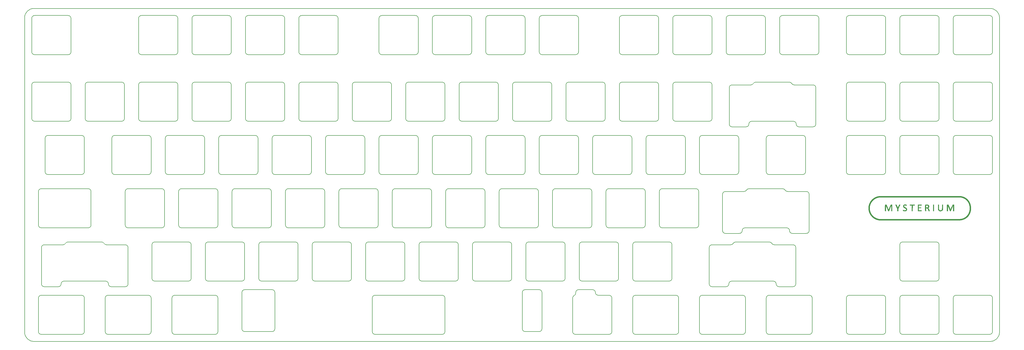
<source format=gbr>
%TF.GenerationSoftware,KiCad,Pcbnew,5.1.7-a382d34a8~88~ubuntu20.04.1*%
%TF.CreationDate,2021-02-20T20:02:39+01:00*%
%TF.ProjectId,mysterium-plate,6d797374-6572-4697-956d-2d706c617465,rev?*%
%TF.SameCoordinates,Original*%
%TF.FileFunction,Soldermask,Top*%
%TF.FilePolarity,Negative*%
%FSLAX46Y46*%
G04 Gerber Fmt 4.6, Leading zero omitted, Abs format (unit mm)*
G04 Created by KiCad (PCBNEW 5.1.7-a382d34a8~88~ubuntu20.04.1) date 2021-02-20 20:02:39*
%MOMM*%
%LPD*%
G01*
G04 APERTURE LIST*
%TA.AperFunction,Profile*%
%ADD10C,0.200000*%
%TD*%
%TA.AperFunction,Profile*%
%ADD11C,0.150000*%
%TD*%
%ADD12C,0.010000*%
%ADD13C,0.500000*%
G04 APERTURE END LIST*
D10*
X225433208Y-148305982D02*
X225433208Y-160305989D01*
X214639451Y-184406002D02*
G75*
G02*
X215639452Y-183406001I1000001J0D01*
G01*
X145470664Y-142255979D02*
X157470671Y-142255979D01*
X221670706Y-99393456D02*
X233670712Y-99393456D01*
X68270623Y-129255972D02*
X68270623Y-141255978D01*
X182283184Y-160305989D02*
G75*
G02*
X181283184Y-161305989I-1000000J0D01*
G01*
X215620703Y-141255978D02*
G75*
G02*
X214620702Y-142255979I-1000001J0D01*
G01*
X221670706Y-142255979D02*
X233670712Y-142255979D01*
X178808182Y-180356000D02*
X190808189Y-180356000D01*
X228908210Y-166355992D02*
X216908203Y-166355992D01*
X115639398Y-198406009D02*
X125395654Y-198406009D01*
X43076859Y-199406010D02*
X57458117Y-199406010D01*
X315927507Y-148305983D02*
G75*
G02*
X316927507Y-149305983I0J-1000000D01*
G01*
X306165001Y-182356001D02*
X311165004Y-182356001D01*
X291820744Y-141255978D02*
G75*
G02*
X290820743Y-142255979I-1000001J0D01*
G01*
X259770726Y-142255978D02*
G75*
G02*
X258770726Y-141255978I0J1000000D01*
G01*
X196570693Y-141255978D02*
G75*
G02*
X195570692Y-142255979I-1000001J0D01*
G01*
X254008223Y-186406003D02*
X254008223Y-198406009D01*
X350258275Y-199406010D02*
X362258282Y-199406010D01*
X281288988Y-168355993D02*
X281288988Y-181356000D01*
X90701885Y-199406010D02*
G75*
G02*
X89701884Y-198406009I0J1000001D01*
G01*
X288288992Y-181356000D02*
G75*
G02*
X289288992Y-180356000I1000000J0D01*
G01*
X259770726Y-142255979D02*
X271770733Y-142255979D01*
X139708161Y-167355992D02*
X139708161Y-179355999D01*
X307489502Y-147305981D02*
G75*
G02*
X308355528Y-147805982I0J-1000001D01*
G01*
X149233167Y-148305982D02*
X149233167Y-160305989D01*
X297004721Y-109705961D02*
G75*
G02*
X296138695Y-110205962I-866026J500000D01*
G01*
X231195711Y-123205969D02*
X243195717Y-123205969D01*
X363258283Y-122205968D02*
G75*
G02*
X362258282Y-123205969I-1000001J0D01*
G01*
X206095698Y-122205968D02*
G75*
G02*
X205095697Y-123205969I-1000001J0D01*
G01*
X330208264Y-86393449D02*
X330208264Y-98393455D01*
X244195718Y-122205968D02*
G75*
G02*
X243195717Y-123205969I-1000001J0D01*
G01*
X248958221Y-179355999D02*
G75*
G02*
X247958220Y-180356000I-1000001J0D01*
G01*
X167995677Y-122205968D02*
G75*
G02*
X166995676Y-123205969I-1000001J0D01*
G01*
X363258282Y-122205968D02*
X363258282Y-110205962D01*
X201620695Y-129255972D02*
X201620695Y-141255978D01*
X382308293Y-98393455D02*
G75*
G02*
X381308292Y-99393456I-1000001J0D01*
G01*
X88320634Y-142255979D02*
G75*
G02*
X87320633Y-141255978I0J1000001D01*
G01*
X240720716Y-142255979D02*
X252720722Y-142255979D01*
X114608148Y-166355992D02*
X102608141Y-166355992D01*
X350258275Y-142255978D02*
G75*
G02*
X349258275Y-141255978I0J1000000D01*
G01*
X193095690Y-123205969D02*
X205095697Y-123205969D01*
X272770734Y-141255978D02*
G75*
G02*
X271770733Y-142255979I-1000001J0D01*
G01*
X263245729Y-122205968D02*
G75*
G02*
X262245728Y-123205969I-1000001J0D01*
G01*
X269295731Y-123205968D02*
G75*
G02*
X268295731Y-122205968I0J1000000D01*
G01*
X102608141Y-180355999D02*
G75*
G02*
X101608141Y-179355999I0J1000000D01*
G01*
X315927507Y-148305982D02*
X309221554Y-148305982D01*
X350258275Y-180356000D02*
X362258282Y-180356000D01*
X95558138Y-166355992D02*
X83558131Y-166355992D01*
X368308285Y-129255972D02*
X368308285Y-141255978D01*
X43076859Y-161305989D02*
X59839368Y-161305989D01*
X101608141Y-167355992D02*
G75*
G02*
X102608141Y-166355992I1000000J0D01*
G01*
X59745618Y-123205968D02*
G75*
G02*
X58745618Y-122205968I0J1000000D01*
G01*
X349258275Y-129255972D02*
X349258275Y-141255978D01*
X106083143Y-160305989D02*
X106083143Y-148305982D01*
X310927504Y-163305990D02*
X315927507Y-163305990D01*
X350258275Y-123205969D02*
X362258282Y-123205969D01*
X382308293Y-122205968D02*
G75*
G02*
X381308292Y-123205969I-1000001J0D01*
G01*
X172758180Y-179355999D02*
G75*
G02*
X171758179Y-180356000I-1000001J0D01*
G01*
X350258275Y-199406009D02*
G75*
G02*
X349258275Y-198406009I0J1000000D01*
G01*
X302633249Y-142255979D02*
X314633256Y-142255979D01*
X145470664Y-142255978D02*
G75*
G02*
X144470664Y-141255978I0J1000000D01*
G01*
X215908203Y-167355992D02*
G75*
G02*
X216908203Y-166355992I1000000J0D01*
G01*
X331208265Y-199406010D02*
G75*
G02*
X330208264Y-198406009I0J1000001D01*
G01*
X43163859Y-168355993D02*
X43163859Y-181356000D01*
X68039873Y-182356001D02*
X73039875Y-182356001D01*
X177520682Y-98393455D02*
G75*
G02*
X176520681Y-99393456I-1000001J0D01*
G01*
X320395759Y-98393455D02*
G75*
G02*
X319395758Y-99393456I-1000001J0D01*
G01*
X45458110Y-142255978D02*
G75*
G02*
X44458110Y-141255978I0J1000000D01*
G01*
X164520675Y-142255979D02*
G75*
G02*
X163520674Y-141255978I0J1000001D01*
G01*
X255008224Y-180356000D02*
X267008230Y-180356000D01*
X68270622Y-129255972D02*
G75*
G02*
X69270623Y-128255971I1000001J0D01*
G01*
X60839368Y-160305989D02*
G75*
G02*
X59839368Y-161305989I-1000000J0D01*
G01*
X162139423Y-199406009D02*
G75*
G02*
X161139423Y-198406009I0J1000000D01*
G01*
X163520674Y-86393449D02*
X163520674Y-98393455D01*
X234958213Y-167355992D02*
X234958213Y-179355999D01*
X66889372Y-199406010D02*
X81270630Y-199406010D01*
X287345741Y-86393449D02*
G75*
G02*
X288345742Y-85393448I1000001J0D01*
G01*
X369308285Y-142255978D02*
G75*
G02*
X368308285Y-141255978I0J1000000D01*
G01*
X232576962Y-186406003D02*
X232576962Y-198406009D01*
X120658151Y-167355992D02*
X120658151Y-179355999D01*
X369308285Y-99393456D02*
X381308292Y-99393456D01*
X294201995Y-198406009D02*
G75*
G02*
X293201994Y-199406010I-1000001J0D01*
G01*
X50163864Y-181356000D02*
G75*
G02*
X51163864Y-180356000I1000000J0D01*
G01*
X135945659Y-99393456D02*
X147945666Y-99393456D01*
X128895656Y-109205961D02*
X116895649Y-109205961D01*
X192095690Y-110205962D02*
X192095690Y-122205968D01*
X235958213Y-180355999D02*
G75*
G02*
X234958213Y-179355999I0J1000000D01*
G01*
X40695608Y-123205969D02*
X52695614Y-123205969D01*
X196570693Y-98393455D02*
G75*
G02*
X195570692Y-99393456I-1000001J0D01*
G01*
X282295738Y-98393455D02*
X282295738Y-86393449D01*
X344208272Y-122205968D02*
G75*
G02*
X343208271Y-123205969I-1000001J0D01*
G01*
X263533228Y-148305982D02*
X263533228Y-160305989D01*
X111133146Y-148305982D02*
X111133146Y-160305989D01*
X231195711Y-123205969D02*
G75*
G02*
X230195710Y-122205968I0J1000001D01*
G01*
X58458117Y-141255978D02*
X58458117Y-129255972D01*
X363258282Y-98393455D02*
X363258282Y-86393449D01*
X97845639Y-99393456D02*
G75*
G02*
X96845638Y-98393455I0J1000001D01*
G01*
X202620695Y-99393456D02*
X214620702Y-99393456D01*
X74033126Y-161305989D02*
X86033132Y-161305989D01*
X382308293Y-198406009D02*
G75*
G02*
X381308292Y-199406010I-1000001J0D01*
G01*
X239433215Y-160305989D02*
G75*
G02*
X238433215Y-161305989I-1000000J0D01*
G01*
X106083144Y-198406009D02*
G75*
G02*
X105083143Y-199406010I-1000001J0D01*
G01*
X318014508Y-198406009D02*
G75*
G02*
X317014507Y-199406010I-1000001J0D01*
G01*
X121658152Y-180356000D02*
G75*
G02*
X120658151Y-179355999I0J1000001D01*
G01*
X131183157Y-161305989D02*
X143183163Y-161305989D01*
X300345748Y-85393448D02*
X288345742Y-85393448D01*
X188333188Y-161305989D02*
X200333194Y-161305989D01*
X150233167Y-161305989D02*
G75*
G02*
X149233167Y-160305989I0J1000000D01*
G01*
X221670706Y-99393456D02*
G75*
G02*
X220670705Y-98393455I0J1000001D01*
G01*
X87320633Y-129255972D02*
X87320633Y-141255978D01*
X115895649Y-110205962D02*
X115895649Y-122205968D01*
X319308759Y-124205969D02*
G75*
G02*
X318308758Y-125205970I-1000001J0D01*
G01*
X154995670Y-123205969D02*
G75*
G02*
X153995669Y-122205968I0J1000001D01*
G01*
X74033126Y-161305990D02*
G75*
G02*
X73033125Y-160305989I0J1000001D01*
G01*
X90701885Y-199406010D02*
X105083143Y-199406010D01*
X116895649Y-99393456D02*
X128895656Y-99393456D01*
X369308285Y-123205969D02*
X381308292Y-123205969D01*
X313308755Y-125205970D02*
X318308758Y-125205970D01*
X239720715Y-129255972D02*
X239720715Y-141255978D01*
X215908203Y-167355992D02*
X215908203Y-179355999D01*
X289288992Y-180356000D02*
X304165000Y-180356000D01*
X245576969Y-185406003D02*
G75*
G02*
X246576969Y-186406003I0J-1000000D01*
G01*
X245576969Y-185406002D02*
X241695716Y-185406002D01*
X278820736Y-142255979D02*
X290820743Y-142255979D01*
X202620695Y-99393455D02*
G75*
G02*
X201620695Y-98393455I0J1000000D01*
G01*
X350258275Y-99393456D02*
X362258282Y-99393456D01*
X309221554Y-148305983D02*
G75*
G02*
X308355528Y-147805982I0J1000001D01*
G01*
X87033132Y-160305989D02*
G75*
G02*
X86033132Y-161305989I-1000000J0D01*
G01*
X131183157Y-161305990D02*
G75*
G02*
X130183156Y-160305989I0J1000001D01*
G01*
X368308285Y-110205962D02*
X368308285Y-122205968D01*
X197858193Y-180356000D02*
X209858199Y-180356000D01*
X363258283Y-198406009D02*
G75*
G02*
X362258282Y-199406010I-1000001J0D01*
G01*
X246576969Y-198406009D02*
X246576969Y-186406003D01*
X250245721Y-123205969D02*
X262245728Y-123205969D01*
X363258283Y-179355999D02*
G75*
G02*
X362258282Y-180356000I-1000001J0D01*
G01*
X215620703Y-98393455D02*
G75*
G02*
X214620702Y-99393456I-1000001J0D01*
G01*
X362258282Y-185406003D02*
G75*
G02*
X363258282Y-186406003I0J-1000000D01*
G01*
X221670706Y-142255979D02*
G75*
G02*
X220670705Y-141255978I0J1000001D01*
G01*
X250245721Y-99393456D02*
X262245728Y-99393456D01*
X363258282Y-198406009D02*
X363258282Y-186406003D01*
X233576962Y-199406009D02*
G75*
G02*
X232576962Y-198406009I0J1000000D01*
G01*
X225145708Y-122205968D02*
G75*
G02*
X224145707Y-123205969I-1000001J0D01*
G01*
X169283177Y-161305989D02*
X181283184Y-161305989D01*
X45458110Y-142255979D02*
X57458117Y-142255979D01*
X369308285Y-123205968D02*
G75*
G02*
X368308285Y-122205968I0J1000000D01*
G01*
X107370644Y-142255979D02*
X119370650Y-142255979D01*
X77795628Y-110205962D02*
X77795628Y-122205968D01*
X164520675Y-142255979D02*
X176520681Y-142255979D01*
X58745618Y-110205962D02*
X58745618Y-122205968D01*
X235958213Y-180356000D02*
X247958220Y-180356000D01*
X202620695Y-142255979D02*
X214620702Y-142255979D01*
X101608141Y-167355992D02*
X101608141Y-179355999D01*
X162233174Y-147305982D02*
X150233167Y-147305982D01*
X226433208Y-161305989D02*
X238433215Y-161305989D01*
X174045680Y-123205969D02*
G75*
G02*
X173045679Y-122205968I0J1000001D01*
G01*
X268295731Y-110205962D02*
X268295731Y-122205968D01*
X245483218Y-161305989D02*
X257483225Y-161305989D01*
X58458118Y-198406009D02*
G75*
G02*
X57458117Y-199406010I-1000001J0D01*
G01*
X350258275Y-123205968D02*
G75*
G02*
X349258275Y-122205968I0J1000000D01*
G01*
X309870753Y-109205961D02*
X297870747Y-109205961D01*
X302633249Y-199406009D02*
G75*
G02*
X301633249Y-198406009I0J1000000D01*
G01*
X282295739Y-98393455D02*
G75*
G02*
X281295738Y-99393456I-1000001J0D01*
G01*
X382308293Y-141255978D02*
G75*
G02*
X381308292Y-142255979I-1000001J0D01*
G01*
X177808182Y-167355992D02*
X177808182Y-179355999D01*
X207383198Y-161305990D02*
G75*
G02*
X206383197Y-160305989I0J1000001D01*
G01*
X88320634Y-142255979D02*
X100320640Y-142255979D01*
X125133153Y-160305989D02*
G75*
G02*
X124133153Y-161305989I-1000000J0D01*
G01*
X363258283Y-98393455D02*
G75*
G02*
X362258282Y-99393456I-1000001J0D01*
G01*
X263245729Y-98393455D02*
G75*
G02*
X262245728Y-99393456I-1000001J0D01*
G01*
X331208265Y-99393456D02*
G75*
G02*
X330208264Y-98393455I0J1000001D01*
G01*
X40695608Y-99393456D02*
X52695614Y-99393456D01*
X169283177Y-161305989D02*
G75*
G02*
X168283177Y-160305989I0J1000000D01*
G01*
X258483225Y-160305989D02*
G75*
G02*
X257483225Y-161305989I-1000000J0D01*
G01*
X344208272Y-98393455D02*
G75*
G02*
X343208271Y-99393456I-1000001J0D01*
G01*
X249245721Y-110205962D02*
X249245721Y-122205968D01*
X254008223Y-167355992D02*
X254008223Y-179355999D01*
X39695607Y-110205962D02*
X39695607Y-122205968D01*
X101320641Y-141255978D02*
G75*
G02*
X100320640Y-142255979I-1000001J0D01*
G01*
X90795635Y-109205961D02*
X78795628Y-109205961D01*
X331208265Y-123205969D02*
G75*
G02*
X330208264Y-122205968I0J1000001D01*
G01*
X126420654Y-142255978D02*
G75*
G02*
X125420654Y-141255978I0J1000000D01*
G01*
X212145700Y-123205968D02*
G75*
G02*
X211145700Y-122205968I0J1000000D01*
G01*
X168283177Y-148305982D02*
X168283177Y-160305989D01*
X51163864Y-180356000D02*
X66039872Y-180356000D01*
X110845646Y-122205968D02*
G75*
G02*
X109845645Y-123205969I-1000001J0D01*
G01*
X172758179Y-179355999D02*
X172758179Y-167355992D01*
X247958220Y-166355992D02*
X235958213Y-166355992D01*
X234958213Y-167355992D02*
G75*
G02*
X235958213Y-166355992I1000000J0D01*
G01*
X134658159Y-179355999D02*
X134658159Y-167355992D01*
X133658158Y-166355991D02*
G75*
G02*
X134658159Y-167355992I0J-1000001D01*
G01*
X133658158Y-166355992D02*
X121658152Y-166355992D01*
X120658152Y-167355992D02*
G75*
G02*
X121658152Y-166355992I1000000J0D01*
G01*
X81270630Y-185406002D02*
X66889372Y-185406002D01*
X183570685Y-142255979D02*
X195570692Y-142255979D01*
X381308292Y-185406002D02*
X369308285Y-185406002D01*
X229908211Y-179355999D02*
G75*
G02*
X228908210Y-180356000I-1000001J0D01*
G01*
X229908210Y-179355999D02*
X229908210Y-167355992D01*
X215639452Y-198406009D02*
G75*
G02*
X214639452Y-197406009I0J1000000D01*
G01*
X215639452Y-198406009D02*
X220639455Y-198406009D01*
X221639455Y-197406009D02*
G75*
G02*
X220639455Y-198406009I-1000000J0D01*
G01*
X228908210Y-166355992D02*
G75*
G02*
X229908210Y-167355992I0J-1000000D01*
G01*
X363258282Y-179355999D02*
X363258282Y-167355992D01*
X362258282Y-166355992D02*
G75*
G02*
X363258282Y-167355992I0J-1000000D01*
G01*
X362258282Y-166355992D02*
X350258275Y-166355992D01*
X349258275Y-167355992D02*
G75*
G02*
X350258275Y-166355992I1000000J0D01*
G01*
X214639452Y-184406002D02*
X214639452Y-197406009D01*
X226433208Y-161305989D02*
G75*
G02*
X225433208Y-160305989I0J1000000D01*
G01*
X186045686Y-185406002D02*
X162139423Y-185406002D01*
X369308285Y-199406010D02*
X381308292Y-199406010D01*
X105083143Y-185406003D02*
G75*
G02*
X106083143Y-186406003I0J-1000000D01*
G01*
X81270630Y-185406003D02*
G75*
G02*
X82270630Y-186406003I0J-1000000D01*
G01*
X161139423Y-186406003D02*
X161139423Y-198406009D01*
X105083143Y-185406002D02*
X90701885Y-185406002D01*
X294201995Y-198406009D02*
X294201995Y-186406003D01*
X64601871Y-166355992D02*
X52601864Y-166355992D01*
X277820735Y-186406003D02*
G75*
G02*
X278820736Y-185406002I1000001J0D01*
G01*
X65889371Y-186406003D02*
G75*
G02*
X66889372Y-185406002I1000001J0D01*
G01*
X65889371Y-186406003D02*
X65889371Y-198406009D01*
X115639398Y-198406009D02*
G75*
G02*
X114639398Y-197406009I0J1000000D01*
G01*
X293201994Y-185406002D02*
G75*
G02*
X294201995Y-186406003I0J-1000001D01*
G01*
X114639398Y-184406002D02*
X114639398Y-197406009D01*
X125395654Y-183406001D02*
X115639398Y-183406001D01*
X331208265Y-142255979D02*
G75*
G02*
X330208264Y-141255978I0J1000001D01*
G01*
X58458117Y-198406009D02*
X58458117Y-186406003D01*
X318014508Y-198406009D02*
X318014508Y-186406003D01*
X317014507Y-185406002D02*
G75*
G02*
X318014508Y-186406003I0J-1000001D01*
G01*
X42076859Y-148305982D02*
G75*
G02*
X43076859Y-147305982I1000000J0D01*
G01*
X57458117Y-185406003D02*
G75*
G02*
X58458117Y-186406003I0J-1000000D01*
G01*
X57458117Y-185406002D02*
X43076859Y-185406002D01*
X368308284Y-186406003D02*
G75*
G02*
X369308285Y-185406002I1000001J0D01*
G01*
X350258275Y-180355999D02*
G75*
G02*
X349258275Y-179355999I0J1000000D01*
G01*
X42076858Y-186406003D02*
G75*
G02*
X43076859Y-185406002I1000001J0D01*
G01*
X382308292Y-198406009D02*
X382308292Y-186406003D01*
X381308292Y-185406003D02*
G75*
G02*
X382308292Y-186406003I0J-1000000D01*
G01*
X317014507Y-185406002D02*
X302633249Y-185406002D01*
X50869813Y-167355992D02*
X44163860Y-167355992D01*
X240720716Y-142255979D02*
G75*
G02*
X239720715Y-141255978I0J1000001D01*
G01*
X301633248Y-186406003D02*
G75*
G02*
X302633249Y-185406002I1000001J0D01*
G01*
X74039876Y-181356000D02*
X74039876Y-168355993D01*
X77795628Y-86393449D02*
X77795628Y-98393455D01*
X73039875Y-167355992D02*
G75*
G02*
X74039876Y-168355993I0J-1000001D01*
G01*
X51735838Y-166855992D02*
G75*
G02*
X50869813Y-167355992I-866025J500000D01*
G01*
X73039875Y-167355992D02*
X66333923Y-167355992D01*
X66333923Y-167355993D02*
G75*
G02*
X65467897Y-166855992I0J1000001D01*
G01*
X43163859Y-168355993D02*
G75*
G02*
X44163860Y-167355992I1000001J0D01*
G01*
X277820736Y-186406003D02*
X277820736Y-198406009D01*
X343208271Y-185406002D02*
G75*
G02*
X344208272Y-186406003I0J-1000001D01*
G01*
X343208271Y-185406002D02*
X331208265Y-185406002D01*
X239695715Y-183406001D02*
G75*
G02*
X240695716Y-184406002I0J-1000001D01*
G01*
X330208264Y-186406003D02*
G75*
G02*
X331208265Y-185406002I1000001J0D01*
G01*
X66039872Y-180356000D02*
G75*
G02*
X67039872Y-181356000I0J-1000000D01*
G01*
X316927507Y-162305990D02*
G75*
G02*
X315927507Y-163305990I-1000000J0D01*
G01*
X241695716Y-185406002D02*
G75*
G02*
X240695716Y-184406002I0J1000000D01*
G01*
X60839369Y-160305989D02*
X60839369Y-148305982D01*
X59839368Y-147305982D02*
X43076859Y-147305982D01*
X82270631Y-198406009D02*
G75*
G02*
X81270630Y-199406010I-1000001J0D01*
G01*
X306395751Y-86393449D02*
X306395751Y-98393455D01*
X233695712Y-184406002D02*
G75*
G02*
X234695713Y-183406001I1000001J0D01*
G01*
X233695712Y-184406002D02*
X233695712Y-184610619D01*
X233695713Y-184610619D02*
G75*
G02*
X233136337Y-185508311I-1000001J0D01*
G01*
X362258282Y-185406002D02*
X350258275Y-185406002D01*
X81270630Y-128255971D02*
X69270623Y-128255971D01*
X232576961Y-186406003D02*
G75*
G02*
X233136337Y-185508311I1000001J0D01*
G01*
X255008224Y-199406010D02*
X269389481Y-199406010D01*
X269295731Y-99393456D02*
X281295738Y-99393456D01*
X270389482Y-198406009D02*
G75*
G02*
X269389481Y-199406010I-1000001J0D01*
G01*
X270389482Y-198406009D02*
X270389482Y-186406003D01*
X269389481Y-185406002D02*
G75*
G02*
X270389482Y-186406003I0J-1000001D01*
G01*
X349258274Y-186406003D02*
G75*
G02*
X350258275Y-185406002I1000001J0D01*
G01*
X312165004Y-181356000D02*
X312165004Y-168355993D01*
X311165004Y-167355993D02*
G75*
G02*
X312165004Y-168355993I0J-1000000D01*
G01*
X311165004Y-167355992D02*
X304459051Y-167355992D01*
X304459051Y-167355993D02*
G75*
G02*
X303593025Y-166855992I0J1000001D01*
G01*
X302726999Y-166355991D02*
G75*
G02*
X303593025Y-166855992I0J-1000001D01*
G01*
X302726999Y-166355992D02*
X290726993Y-166355992D01*
X289860968Y-166855992D02*
G75*
G02*
X290726993Y-166355992I866025J-500000D01*
G01*
X289860966Y-166855992D02*
G75*
G02*
X288994941Y-167355992I-866025J500000D01*
G01*
X288994941Y-167355992D02*
X282288988Y-167355992D01*
X281288987Y-168355993D02*
G75*
G02*
X282288988Y-167355992I1000001J0D01*
G01*
X40695608Y-123205969D02*
G75*
G02*
X39695607Y-122205968I0J1000001D01*
G01*
X139420662Y-141255978D02*
G75*
G02*
X138420661Y-142255979I-1000001J0D01*
G01*
X43076859Y-161305989D02*
G75*
G02*
X42076859Y-160305989I0J1000000D01*
G01*
X302633249Y-142255978D02*
G75*
G02*
X301633249Y-141255978I0J1000000D01*
G01*
X282288988Y-182356000D02*
G75*
G02*
X281288988Y-181356000I0J1000000D01*
G01*
X220383205Y-160305989D02*
X220383205Y-148305982D01*
X83558131Y-180356000D02*
G75*
G02*
X82558130Y-179355999I0J1000001D01*
G01*
X201620695Y-86393449D02*
X201620695Y-98393455D01*
X135945659Y-123205968D02*
G75*
G02*
X134945659Y-122205968I0J1000000D01*
G01*
X210858200Y-179355999D02*
G75*
G02*
X209858199Y-180356000I-1000001J0D01*
G01*
X282288988Y-182356001D02*
X287288991Y-182356001D01*
X112133146Y-161305989D02*
G75*
G02*
X111133146Y-160305989I0J1000000D01*
G01*
X106370643Y-129255972D02*
X106370643Y-141255978D01*
X307489502Y-147305982D02*
X295489495Y-147305982D01*
X120370651Y-141255978D02*
G75*
G02*
X119370650Y-142255979I-1000001J0D01*
G01*
X288288992Y-181356000D02*
G75*
G02*
X287288991Y-182356001I-1000001J0D01*
G01*
X187045687Y-198406009D02*
X187045687Y-186406003D01*
X134945659Y-110205962D02*
X134945659Y-122205968D01*
X39695607Y-86393449D02*
X39695607Y-98393455D01*
X148945667Y-98393455D02*
G75*
G02*
X147945666Y-99393456I-1000001J0D01*
G01*
X301633249Y-186406003D02*
X301633249Y-198406009D01*
X173045679Y-110205962D02*
X173045679Y-122205968D01*
X93083136Y-161305989D02*
G75*
G02*
X92083136Y-160305989I0J1000000D01*
G01*
X42076859Y-186406003D02*
X42076859Y-198406009D01*
X42076859Y-148305982D02*
X42076859Y-160305989D01*
X174045680Y-123205969D02*
X186045686Y-123205969D01*
X135945659Y-99393455D02*
G75*
G02*
X134945659Y-98393455I0J1000000D01*
G01*
X331208265Y-123205969D02*
X343208271Y-123205969D01*
X53695615Y-98393455D02*
G75*
G02*
X52695614Y-99393456I-1000001J0D01*
G01*
X50163863Y-181356000D02*
G75*
G02*
X49163862Y-182356001I-1000001J0D01*
G01*
X183570685Y-142255978D02*
G75*
G02*
X182570685Y-141255978I0J1000000D01*
G01*
X96845638Y-86393449D02*
X96845638Y-98393455D01*
X269295731Y-123205969D02*
X281295738Y-123205969D01*
X207383198Y-161305989D02*
X219383204Y-161305989D01*
X316927507Y-162305990D02*
X316927507Y-149305983D01*
X330208264Y-110205962D02*
X330208264Y-122205968D01*
X288345742Y-99393456D02*
G75*
G02*
X287345741Y-98393455I0J1000001D01*
G01*
X220639455Y-183406001D02*
G75*
G02*
X221639456Y-184406002I0J-1000001D01*
G01*
X211145700Y-110205962D02*
X211145700Y-122205968D01*
X301633249Y-129255972D02*
X301633249Y-141255978D01*
X234670713Y-98393455D02*
G75*
G02*
X233670712Y-99393456I-1000001J0D01*
G01*
X44163860Y-182356001D02*
G75*
G02*
X43163859Y-181356000I0J1000001D01*
G01*
X307395752Y-99393456D02*
X319395758Y-99393456D01*
X255008224Y-199406010D02*
G75*
G02*
X254008223Y-198406009I0J1000001D01*
G01*
X318308758Y-110205962D02*
X311602805Y-110205962D01*
X278820736Y-142255978D02*
G75*
G02*
X277820736Y-141255978I0J1000000D01*
G01*
X91795636Y-98393455D02*
G75*
G02*
X90795635Y-99393456I-1000001J0D01*
G01*
X97845639Y-99393456D02*
X109845645Y-99393456D01*
X58458118Y-141255978D02*
G75*
G02*
X57458117Y-142255979I-1000001J0D01*
G01*
X344208272Y-198406009D02*
G75*
G02*
X343208271Y-199406010I-1000001J0D01*
G01*
X349258275Y-186406003D02*
X349258275Y-198406009D01*
X116895649Y-123205968D02*
G75*
G02*
X115895649Y-122205968I0J1000000D01*
G01*
X112133146Y-161305989D02*
X124133153Y-161305989D01*
X363258283Y-141255978D02*
G75*
G02*
X362258282Y-142255979I-1000001J0D01*
G01*
X97845639Y-123205969D02*
G75*
G02*
X96845638Y-122205968I0J1000001D01*
G01*
X140708162Y-180356000D02*
X152708168Y-180356000D01*
X97845639Y-123205969D02*
X109845645Y-123205969D01*
X134658159Y-179355999D02*
G75*
G02*
X133658158Y-180356000I-1000001J0D01*
G01*
X115895649Y-86393449D02*
X115895649Y-98393455D01*
X116895649Y-99393455D02*
G75*
G02*
X115895649Y-98393455I0J1000000D01*
G01*
X40695608Y-99393456D02*
G75*
G02*
X39695607Y-98393455I0J1000001D01*
G01*
X331208265Y-99393456D02*
X343208271Y-99393456D01*
X82558130Y-167355992D02*
X82558130Y-179355999D01*
X164520675Y-99393456D02*
G75*
G02*
X163520674Y-98393455I0J1000001D01*
G01*
X249245721Y-86393449D02*
X249245721Y-98393455D01*
X369308285Y-142255979D02*
X381308292Y-142255979D01*
X162139423Y-199406010D02*
X186045686Y-199406010D01*
X318308758Y-110205962D02*
G75*
G02*
X319308758Y-111205962I0J-1000000D01*
G01*
X201333194Y-160305989D02*
G75*
G02*
X200333194Y-161305989I-1000000J0D01*
G01*
X72745626Y-122205968D02*
G75*
G02*
X71745625Y-123205969I-1000001J0D01*
G01*
X158758172Y-167355992D02*
X158758172Y-179355999D01*
X368308285Y-86393449D02*
X368308285Y-98393455D01*
X233576962Y-199406010D02*
X245576969Y-199406010D01*
X220639455Y-183406001D02*
X215639452Y-183406001D01*
X250245721Y-123205968D02*
G75*
G02*
X249245721Y-122205968I0J1000000D01*
G01*
X258770726Y-129255972D02*
X258770726Y-141255978D01*
X197858193Y-180356000D02*
G75*
G02*
X196858192Y-179355999I0J1000001D01*
G01*
X135945659Y-123205969D02*
X147945666Y-123205969D01*
X78795628Y-123205968D02*
G75*
G02*
X77795628Y-122205968I0J1000000D01*
G01*
X309870752Y-109205961D02*
G75*
G02*
X310736779Y-109705961I1J-1000001D01*
G01*
X182570685Y-129255972D02*
X182570685Y-141255978D01*
X77795627Y-110205962D02*
G75*
G02*
X78795628Y-109205961I1000001J0D01*
G01*
X201333195Y-160305989D02*
X201333195Y-148305982D01*
X245483218Y-161305989D02*
G75*
G02*
X244483218Y-160305989I0J1000000D01*
G01*
X250245721Y-99393455D02*
G75*
G02*
X249245721Y-98393455I0J1000000D01*
G01*
X44163860Y-182356001D02*
X49163862Y-182356001D01*
X149233167Y-148305982D02*
G75*
G02*
X150233167Y-147305982I1000000J0D01*
G01*
X330208264Y-129255972D02*
X330208264Y-141255978D01*
X350258275Y-99393455D02*
G75*
G02*
X349258275Y-98393455I0J1000000D01*
G01*
X178808182Y-180355999D02*
G75*
G02*
X177808182Y-179355999I0J1000000D01*
G01*
X187045687Y-122205968D02*
G75*
G02*
X186045686Y-123205969I-1000001J0D01*
G01*
X183570685Y-99393456D02*
X195570692Y-99393456D01*
X183570685Y-99393455D02*
G75*
G02*
X182570685Y-98393455I0J1000000D01*
G01*
X216908203Y-180355999D02*
G75*
G02*
X215908203Y-179355999I0J1000000D01*
G01*
X177520682Y-141255978D02*
G75*
G02*
X176520681Y-142255979I-1000001J0D01*
G01*
X188333188Y-161305990D02*
G75*
G02*
X187333187Y-160305989I0J1000001D01*
G01*
X307395752Y-99393456D02*
G75*
G02*
X306395751Y-98393455I0J1000001D01*
G01*
X158470671Y-141255978D02*
X158470671Y-129255972D01*
X164520675Y-99393456D02*
X176520681Y-99393456D01*
X66889372Y-199406010D02*
G75*
G02*
X65889371Y-198406009I0J1000001D01*
G01*
X246576970Y-198406009D02*
G75*
G02*
X245576969Y-199406010I-1000001J0D01*
G01*
X148945667Y-122205968D02*
G75*
G02*
X147945666Y-123205969I-1000001J0D01*
G01*
X220670705Y-86393449D02*
X220670705Y-98393455D01*
X78795628Y-99393455D02*
G75*
G02*
X77795628Y-98393455I0J1000000D01*
G01*
X163520674Y-129255972D02*
X163520674Y-141255978D01*
X74039876Y-181356000D02*
G75*
G02*
X73039875Y-182356001I-1000001J0D01*
G01*
X93083136Y-161305989D02*
X105083143Y-161305989D01*
X106083143Y-160305989D02*
G75*
G02*
X105083143Y-161305989I-1000000J0D01*
G01*
X134945659Y-86393449D02*
X134945659Y-98393455D01*
X107370644Y-142255979D02*
G75*
G02*
X106370643Y-141255978I0J1000001D01*
G01*
X153995669Y-110205962D02*
X153995669Y-122205968D01*
X369308285Y-99393455D02*
G75*
G02*
X368308285Y-98393455I0J1000000D01*
G01*
X129895657Y-98393455D02*
G75*
G02*
X128895656Y-99393456I-1000001J0D01*
G01*
X144183164Y-160305989D02*
X144183164Y-148305982D01*
X202620695Y-142255978D02*
G75*
G02*
X201620695Y-141255978I0J1000000D01*
G01*
X264533229Y-161305989D02*
X276533235Y-161305989D01*
X69270623Y-142255978D02*
G75*
G02*
X68270623Y-141255978I0J1000000D01*
G01*
X144183163Y-160305989D02*
G75*
G02*
X143183163Y-161305989I-1000000J0D01*
G01*
X287051491Y-163305991D02*
G75*
G02*
X286051490Y-162305990I0J1000001D01*
G01*
X287051491Y-163305990D02*
X292051494Y-163305990D01*
X293051494Y-162305990D02*
G75*
G02*
X294051495Y-161305989I1000001J0D01*
G01*
X83558131Y-180356000D02*
X95558138Y-180356000D01*
X96558138Y-179355999D02*
X96558138Y-167355992D01*
X220670705Y-129255972D02*
X220670705Y-141255978D01*
X134945658Y-86393449D02*
G75*
G02*
X135945659Y-85393448I1000001J0D01*
G01*
X271770733Y-128255971D02*
X259770726Y-128255971D01*
X196570692Y-141255978D02*
X196570692Y-129255972D01*
X195570692Y-128255971D02*
X183570685Y-128255971D01*
X221639456Y-197406009D02*
X221639456Y-184406002D01*
X143183163Y-147305981D02*
G75*
G02*
X144183164Y-148305982I0J-1000001D01*
G01*
X130183157Y-148305982D02*
G75*
G02*
X131183157Y-147305982I1000000J0D01*
G01*
X150233167Y-161305989D02*
X162233174Y-161305989D01*
X163233174Y-160305989D02*
X163233174Y-148305982D01*
X382308292Y-141255978D02*
X382308292Y-129255972D01*
X39695607Y-110205962D02*
G75*
G02*
X40695608Y-109205961I1000001J0D01*
G01*
X319395758Y-85393448D02*
G75*
G02*
X320395759Y-86393449I0J-1000001D01*
G01*
X281295738Y-85393449D02*
G75*
G02*
X282295738Y-86393449I0J-1000000D01*
G01*
X268295730Y-86393449D02*
G75*
G02*
X269295731Y-85393448I1000001J0D01*
G01*
X288345742Y-99393456D02*
X300345748Y-99393456D01*
X230195710Y-110205962D02*
X230195710Y-122205968D01*
X308927503Y-161305990D02*
G75*
G02*
X309927503Y-162305990I0J-1000000D01*
G01*
X293201994Y-185406002D02*
X278820736Y-185406002D01*
X331208265Y-142255979D02*
X343208271Y-142255979D01*
X64601871Y-166355991D02*
G75*
G02*
X65467897Y-166855992I0J-1000001D01*
G01*
X161139422Y-186406003D02*
G75*
G02*
X162139423Y-185406002I1000001J0D01*
G01*
X89701884Y-186406003D02*
G75*
G02*
X90701885Y-185406002I1000001J0D01*
G01*
X186045686Y-185406002D02*
G75*
G02*
X187045687Y-186406003I0J-1000001D01*
G01*
X68039873Y-182356001D02*
G75*
G02*
X67039872Y-181356000I0J1000001D01*
G01*
X121658152Y-180356000D02*
X133658158Y-180356000D01*
X82558131Y-167355992D02*
G75*
G02*
X83558131Y-166355992I1000000J0D01*
G01*
X267008230Y-166355992D02*
X255008224Y-166355992D01*
X191808189Y-179355999D02*
X191808189Y-167355992D01*
X190808189Y-166355992D02*
X178808182Y-166355992D01*
X196858193Y-167355992D02*
G75*
G02*
X197858193Y-166355992I1000000J0D01*
G01*
X281295738Y-109205962D02*
G75*
G02*
X282295738Y-110205962I0J-1000000D01*
G01*
X344208272Y-198406009D02*
X344208272Y-186406003D01*
X281295738Y-109205961D02*
X269295731Y-109205961D01*
X115895648Y-110205962D02*
G75*
G02*
X116895649Y-109205961I1000001J0D01*
G01*
X78795628Y-99393456D02*
X90795635Y-99393456D01*
X381308292Y-109205962D02*
G75*
G02*
X382308292Y-110205962I0J-1000000D01*
G01*
X368308284Y-110205962D02*
G75*
G02*
X369308285Y-109205961I1000001J0D01*
G01*
X176520681Y-128255971D02*
X164520675Y-128255971D01*
X138420661Y-128255971D02*
X126420654Y-128255971D01*
X234670713Y-141255978D02*
G75*
G02*
X233670712Y-142255979I-1000001J0D01*
G01*
X311602805Y-110205962D02*
G75*
G02*
X310736779Y-109705961I0J1000001D01*
G01*
X368308285Y-186406003D02*
X368308285Y-198406009D01*
X330208264Y-186406003D02*
X330208264Y-198406009D01*
X59839368Y-147305981D02*
G75*
G02*
X60839369Y-148305982I0J-1000001D01*
G01*
X182570685Y-86393449D02*
X182570685Y-98393455D01*
X234670713Y-141255978D02*
X234670713Y-129255972D01*
X287345741Y-86393449D02*
X287345741Y-98393455D01*
X212145700Y-123205969D02*
X224145707Y-123205969D01*
X254008223Y-186406003D02*
G75*
G02*
X255008224Y-185406002I1000001J0D01*
G01*
X82270630Y-198406009D02*
X82270630Y-186406003D01*
X53695615Y-122205968D02*
G75*
G02*
X52695614Y-123205969I-1000001J0D01*
G01*
X43076859Y-199406009D02*
G75*
G02*
X42076859Y-198406009I0J1000000D01*
G01*
X350258275Y-142255979D02*
X362258282Y-142255979D01*
X381308292Y-109205961D02*
X369308285Y-109205961D01*
X255008224Y-180356000D02*
G75*
G02*
X254008223Y-179355999I0J1000001D01*
G01*
X177520682Y-141255978D02*
X177520682Y-129255972D01*
X163520674Y-129255972D02*
G75*
G02*
X164520675Y-128255971I1000001J0D01*
G01*
X125420653Y-129255972D02*
G75*
G02*
X126420654Y-128255971I1000001J0D01*
G01*
X157470671Y-128255972D02*
G75*
G02*
X158470671Y-129255972I0J-1000000D01*
G01*
X144470663Y-129255972D02*
G75*
G02*
X145470664Y-128255971I1000001J0D01*
G01*
X87033133Y-160305989D02*
X87033133Y-148305982D01*
X51735839Y-166855992D02*
G75*
G02*
X52601864Y-166355992I866025J-500000D01*
G01*
X239695715Y-183406001D02*
X234695713Y-183406001D01*
X220383204Y-160305989D02*
G75*
G02*
X219383204Y-161305989I-1000000J0D01*
G01*
X319308758Y-124205969D02*
X319308758Y-111205962D01*
X277820736Y-129255972D02*
X277820736Y-141255978D01*
X110845646Y-98393455D02*
G75*
G02*
X109845645Y-99393456I-1000001J0D01*
G01*
X253720723Y-141255978D02*
G75*
G02*
X252720722Y-142255979I-1000001J0D01*
G01*
X53695615Y-98393455D02*
X53695615Y-86393449D01*
X52695614Y-85393448D02*
G75*
G02*
X53695615Y-86393449I0J-1000001D01*
G01*
X52695614Y-85393448D02*
X40695608Y-85393448D01*
X39695607Y-86393449D02*
G75*
G02*
X40695608Y-85393448I1000001J0D01*
G01*
X91795635Y-98393455D02*
X91795635Y-86393449D01*
X90795635Y-85393449D02*
G75*
G02*
X91795635Y-86393449I0J-1000000D01*
G01*
X90795635Y-85393448D02*
X78795628Y-85393448D01*
X77795627Y-86393449D02*
G75*
G02*
X78795628Y-85393448I1000001J0D01*
G01*
X264533229Y-161305990D02*
G75*
G02*
X263533228Y-160305989I0J1000001D01*
G01*
X234670713Y-98393455D02*
X234670713Y-86393449D01*
X233670712Y-85393448D02*
G75*
G02*
X234670713Y-86393449I0J-1000001D01*
G01*
X233670712Y-85393448D02*
X221670706Y-85393448D01*
X220670705Y-86393449D02*
G75*
G02*
X221670706Y-85393448I1000001J0D01*
G01*
X278820736Y-199406010D02*
X293201994Y-199406010D01*
X153708169Y-179355999D02*
G75*
G02*
X152708168Y-180356000I-1000001J0D01*
G01*
X129895656Y-98393455D02*
X129895656Y-86393449D01*
X128895656Y-85393449D02*
G75*
G02*
X129895656Y-86393449I0J-1000000D01*
G01*
X315633257Y-141255978D02*
G75*
G02*
X314633256Y-142255979I-1000001J0D01*
G01*
X344208272Y-141255978D02*
G75*
G02*
X343208271Y-142255979I-1000001J0D01*
G01*
X154995670Y-123205969D02*
X166995676Y-123205969D01*
X297004721Y-109705961D02*
G75*
G02*
X297870747Y-109205961I866026J-500001D01*
G01*
X187045687Y-198406009D02*
G75*
G02*
X186045686Y-199406010I-1000001J0D01*
G01*
X140708162Y-180356000D02*
G75*
G02*
X139708161Y-179355999I0J1000001D01*
G01*
X128895656Y-85393448D02*
X116895649Y-85393448D01*
X115895648Y-86393449D02*
G75*
G02*
X116895649Y-85393448I1000001J0D01*
G01*
X196570692Y-98393455D02*
X196570692Y-86393449D01*
X195570692Y-85393449D02*
G75*
G02*
X196570692Y-86393449I0J-1000000D01*
G01*
X195570692Y-85393448D02*
X183570685Y-85393448D01*
X182570684Y-86393449D02*
G75*
G02*
X183570685Y-85393448I1000001J0D01*
G01*
X110845646Y-98393455D02*
X110845646Y-86393449D01*
X269295731Y-99393455D02*
G75*
G02*
X268295731Y-98393455I0J1000000D01*
G01*
X126395654Y-197406009D02*
G75*
G02*
X125395654Y-198406009I-1000000J0D01*
G01*
X268008231Y-179355999D02*
G75*
G02*
X267008230Y-180356000I-1000001J0D01*
G01*
X109845645Y-85393448D02*
G75*
G02*
X110845646Y-86393449I0J-1000001D01*
G01*
X109845645Y-85393448D02*
X97845639Y-85393448D01*
X96845638Y-86393449D02*
G75*
G02*
X97845639Y-85393448I1000001J0D01*
G01*
X215620702Y-98393455D02*
X215620702Y-86393449D01*
X214620702Y-85393449D02*
G75*
G02*
X215620702Y-86393449I0J-1000000D01*
G01*
X214620702Y-85393448D02*
X202620695Y-85393448D01*
X186045686Y-109205961D02*
G75*
G02*
X187045687Y-110205962I0J-1000001D01*
G01*
X173045679Y-110205962D02*
G75*
G02*
X174045680Y-109205961I1000001J0D01*
G01*
X201620694Y-86393449D02*
G75*
G02*
X202620695Y-85393448I1000001J0D01*
G01*
X148945666Y-98393455D02*
X148945666Y-86393449D01*
X115608149Y-179355999D02*
G75*
G02*
X114608148Y-180356000I-1000001J0D01*
G01*
X147945666Y-85393449D02*
G75*
G02*
X148945666Y-86393449I0J-1000000D01*
G01*
X147945666Y-85393448D02*
X135945659Y-85393448D01*
X177520682Y-98393455D02*
X177520682Y-86393449D01*
X258770725Y-129255972D02*
G75*
G02*
X259770726Y-128255971I1000001J0D01*
G01*
X176520681Y-85393448D02*
G75*
G02*
X177520682Y-86393449I0J-1000001D01*
G01*
X176520681Y-85393448D02*
X164520675Y-85393448D01*
X163520674Y-86393449D02*
G75*
G02*
X164520675Y-85393448I1000001J0D01*
G01*
X53695615Y-122205968D02*
X53695615Y-110205962D01*
X52695614Y-109205961D02*
G75*
G02*
X53695615Y-110205962I0J-1000001D01*
G01*
X52695614Y-109205961D02*
X40695608Y-109205961D01*
X320395759Y-98393455D02*
X320395759Y-86393449D01*
X319395758Y-85393448D02*
X307395752Y-85393448D01*
X306395751Y-86393449D02*
G75*
G02*
X307395752Y-85393448I1000001J0D01*
G01*
X281295738Y-85393448D02*
X269295731Y-85393448D01*
X268295731Y-86393449D02*
X268295731Y-98393455D01*
X301345749Y-98393455D02*
G75*
G02*
X300345748Y-99393456I-1000001J0D01*
G01*
X301345749Y-98393455D02*
X301345749Y-86393449D01*
X300345748Y-85393448D02*
G75*
G02*
X301345749Y-86393449I0J-1000001D01*
G01*
X382308292Y-98393455D02*
X382308292Y-86393449D01*
X381308292Y-85393449D02*
G75*
G02*
X382308292Y-86393449I0J-1000000D01*
G01*
X381308292Y-85393448D02*
X369308285Y-85393448D01*
X368308284Y-86393449D02*
G75*
G02*
X369308285Y-85393448I1000001J0D01*
G01*
X344208272Y-98393455D02*
X344208272Y-86393449D01*
X343208271Y-85393448D02*
G75*
G02*
X344208272Y-86393449I0J-1000001D01*
G01*
X349258275Y-110205962D02*
X349258275Y-122205968D01*
X343208271Y-85393448D02*
X331208265Y-85393448D01*
X330208264Y-86393449D02*
G75*
G02*
X331208265Y-85393448I1000001J0D01*
G01*
X263245728Y-98393455D02*
X263245728Y-86393449D01*
X262245728Y-85393449D02*
G75*
G02*
X263245728Y-86393449I0J-1000000D01*
G01*
X262245728Y-85393448D02*
X250245721Y-85393448D01*
X249245720Y-86393449D02*
G75*
G02*
X250245721Y-85393448I1000001J0D01*
G01*
X362258282Y-85393449D02*
G75*
G02*
X363258282Y-86393449I0J-1000000D01*
G01*
X362258282Y-85393448D02*
X350258275Y-85393448D01*
X349258274Y-86393449D02*
G75*
G02*
X350258275Y-85393448I1000001J0D01*
G01*
X349258275Y-86393449D02*
X349258275Y-98393455D01*
X78795628Y-123205969D02*
X90795635Y-123205969D01*
X91795636Y-122205968D02*
G75*
G02*
X90795635Y-123205969I-1000001J0D01*
G01*
X91795635Y-122205968D02*
X91795635Y-110205962D01*
X90795635Y-109205962D02*
G75*
G02*
X91795635Y-110205962I0J-1000000D01*
G01*
X206095697Y-122205968D02*
X206095697Y-110205962D01*
X205095697Y-109205962D02*
G75*
G02*
X206095697Y-110205962I0J-1000000D01*
G01*
X205095697Y-109205961D02*
X193095690Y-109205961D01*
X192095689Y-110205962D02*
G75*
G02*
X193095690Y-109205961I1000001J0D01*
G01*
X148945666Y-122205968D02*
X148945666Y-110205962D01*
X147945666Y-109205962D02*
G75*
G02*
X148945666Y-110205962I0J-1000000D01*
G01*
X147945666Y-109205961D02*
X135945659Y-109205961D01*
X134945658Y-110205962D02*
G75*
G02*
X135945659Y-109205961I1000001J0D01*
G01*
X302633249Y-199406010D02*
X317014507Y-199406010D01*
X116895649Y-123205969D02*
X128895656Y-123205969D01*
X129895657Y-122205968D02*
G75*
G02*
X128895656Y-123205969I-1000001J0D01*
G01*
X129895656Y-122205968D02*
X129895656Y-110205962D01*
X128895656Y-109205962D02*
G75*
G02*
X129895656Y-110205962I0J-1000000D01*
G01*
X167995677Y-122205968D02*
X167995677Y-110205962D01*
X166995676Y-109205961D02*
G75*
G02*
X167995677Y-110205962I0J-1000001D01*
G01*
X166995676Y-109205961D02*
X154995670Y-109205961D01*
X278820736Y-199406009D02*
G75*
G02*
X277820736Y-198406009I0J1000000D01*
G01*
X158470672Y-141255978D02*
G75*
G02*
X157470671Y-142255979I-1000001J0D01*
G01*
X139420661Y-141255978D02*
X139420661Y-129255972D01*
X153995669Y-110205962D02*
G75*
G02*
X154995670Y-109205961I1000001J0D01*
G01*
X110845646Y-122205968D02*
X110845646Y-110205962D01*
X109845645Y-109205961D02*
G75*
G02*
X110845646Y-110205962I0J-1000001D01*
G01*
X109845645Y-109205961D02*
X97845639Y-109205961D01*
X96845638Y-110205962D02*
G75*
G02*
X97845639Y-109205961I1000001J0D01*
G01*
X72745625Y-122205968D02*
X72745625Y-110205962D01*
X89701884Y-186406003D02*
X89701884Y-198406009D01*
X252720722Y-128255971D02*
X240720716Y-128255971D01*
X291820744Y-141255978D02*
X291820744Y-129255972D01*
X290820743Y-128255971D02*
X278820736Y-128255971D01*
X71745625Y-109205962D02*
G75*
G02*
X72745625Y-110205962I0J-1000000D01*
G01*
X71745625Y-109205961D02*
X59745618Y-109205961D01*
X58745617Y-110205962D02*
G75*
G02*
X59745618Y-109205961I1000001J0D01*
G01*
X187045687Y-122205968D02*
X187045687Y-110205962D01*
X244483218Y-148305982D02*
G75*
G02*
X245483218Y-147305982I1000000J0D01*
G01*
X294623469Y-147805982D02*
G75*
G02*
X293757444Y-148305982I-866025J500000D01*
G01*
X349258275Y-167355992D02*
X349258275Y-179355999D01*
X286051490Y-149305983D02*
G75*
G02*
X287051491Y-148305982I1000001J0D01*
G01*
X186045686Y-109205961D02*
X174045680Y-109205961D01*
X362258282Y-109205962D02*
G75*
G02*
X363258282Y-110205962I0J-1000000D01*
G01*
X362258282Y-109205961D02*
X350258275Y-109205961D01*
X349258274Y-110205962D02*
G75*
G02*
X350258275Y-109205961I1000001J0D01*
G01*
X244195718Y-122205968D02*
X244195718Y-110205962D01*
X243195717Y-109205961D02*
G75*
G02*
X244195718Y-110205962I0J-1000001D01*
G01*
X243195717Y-109205961D02*
X231195711Y-109205961D01*
X125395654Y-183406002D02*
G75*
G02*
X126395654Y-184406002I0J-1000000D01*
G01*
X230195710Y-110205962D02*
G75*
G02*
X231195711Y-109205961I1000001J0D01*
G01*
X282295738Y-122205968D02*
X282295738Y-110205962D01*
X210858200Y-179355999D02*
X210858200Y-167355992D01*
X209858199Y-166355991D02*
G75*
G02*
X210858200Y-167355992I0J-1000001D01*
G01*
X153708169Y-179355999D02*
X153708169Y-167355992D01*
X152708168Y-166355992D02*
X140708162Y-166355992D01*
X268295730Y-110205962D02*
G75*
G02*
X269295731Y-109205961I1000001J0D01*
G01*
X344208272Y-122205968D02*
X344208272Y-110205962D01*
X126420654Y-142255979D02*
X138420661Y-142255979D01*
X343208271Y-109205961D02*
G75*
G02*
X344208272Y-110205962I0J-1000001D01*
G01*
X343208271Y-109205961D02*
X331208265Y-109205961D01*
X330208264Y-110205962D02*
G75*
G02*
X331208265Y-109205961I1000001J0D01*
G01*
X263245728Y-122205968D02*
X263245728Y-110205962D01*
X262245728Y-109205962D02*
G75*
G02*
X263245728Y-110205962I0J-1000000D01*
G01*
X262245728Y-109205961D02*
X250245721Y-109205961D01*
X249245720Y-110205962D02*
G75*
G02*
X250245721Y-109205961I1000001J0D01*
G01*
X296138695Y-110205962D02*
X289432742Y-110205962D01*
X331208265Y-199406010D02*
X343208271Y-199406010D01*
X288432742Y-111205962D02*
G75*
G02*
X289432742Y-110205962I1000000J0D01*
G01*
X288432742Y-111205962D02*
X288432742Y-124205969D01*
X244483218Y-148305982D02*
X244483218Y-160305989D01*
X289432742Y-125205969D02*
G75*
G02*
X288432742Y-124205969I0J1000000D01*
G01*
X289432742Y-125205970D02*
X294432745Y-125205970D01*
X59745618Y-123205969D02*
X71745625Y-123205969D01*
X295432746Y-124205969D02*
G75*
G02*
X294432745Y-125205970I-1000001J0D01*
G01*
X295432746Y-124205969D02*
G75*
G02*
X296432746Y-123205969I1000000J0D01*
G01*
X296432746Y-123205969D02*
X311308754Y-123205969D01*
X311308754Y-123205968D02*
G75*
G02*
X312308755Y-124205969I0J-1000001D01*
G01*
X313308755Y-125205969D02*
G75*
G02*
X312308755Y-124205969I0J1000000D01*
G01*
X225145707Y-122205968D02*
X225145707Y-110205962D01*
X224145707Y-109205962D02*
G75*
G02*
X225145707Y-110205962I0J-1000000D01*
G01*
X224145707Y-109205961D02*
X212145700Y-109205961D01*
X211145699Y-110205962D02*
G75*
G02*
X212145700Y-109205961I1000001J0D01*
G01*
X101320641Y-141255978D02*
X101320641Y-129255972D01*
X312165005Y-181356000D02*
G75*
G02*
X311165004Y-182356001I-1000001J0D01*
G01*
X100320640Y-128255971D02*
G75*
G02*
X101320641Y-129255972I0J-1000001D01*
G01*
X100320640Y-128255971D02*
X88320634Y-128255971D01*
X87320633Y-129255972D02*
G75*
G02*
X88320634Y-128255971I1000001J0D01*
G01*
X120370651Y-141255978D02*
X120370651Y-129255972D01*
X119370650Y-128255971D02*
G75*
G02*
X120370651Y-129255972I0J-1000001D01*
G01*
X119370650Y-128255971D02*
X107370644Y-128255971D01*
X96845638Y-110205962D02*
X96845638Y-122205968D01*
X106370643Y-129255972D02*
G75*
G02*
X107370644Y-128255971I1000001J0D01*
G01*
X382308292Y-122205968D02*
X382308292Y-110205962D01*
X176520681Y-128255971D02*
G75*
G02*
X177520682Y-129255972I0J-1000001D01*
G01*
X138420661Y-128255972D02*
G75*
G02*
X139420661Y-129255972I0J-1000000D01*
G01*
X125420654Y-129255972D02*
X125420654Y-141255978D01*
X157470671Y-128255971D02*
X145470664Y-128255971D01*
X144470664Y-129255972D02*
X144470664Y-141255978D01*
X69270623Y-142255979D02*
X81270630Y-142255979D01*
X82270631Y-141255978D02*
G75*
G02*
X81270630Y-142255979I-1000001J0D01*
G01*
X82270630Y-141255978D02*
X82270630Y-129255972D01*
X81270630Y-128255972D02*
G75*
G02*
X82270630Y-129255972I0J-1000000D01*
G01*
X57458117Y-128255972D02*
G75*
G02*
X58458117Y-129255972I0J-1000000D01*
G01*
X57458117Y-128255971D02*
X45458110Y-128255971D01*
X44458109Y-129255972D02*
G75*
G02*
X45458110Y-128255971I1000001J0D01*
G01*
X44458110Y-129255972D02*
X44458110Y-141255978D01*
X253720723Y-141255978D02*
X253720723Y-129255972D01*
X252720722Y-128255971D02*
G75*
G02*
X253720723Y-129255972I0J-1000001D01*
G01*
X239720715Y-129255972D02*
G75*
G02*
X240720716Y-128255971I1000001J0D01*
G01*
X290820743Y-128255971D02*
G75*
G02*
X291820744Y-129255972I0J-1000001D01*
G01*
X277820735Y-129255972D02*
G75*
G02*
X278820736Y-128255971I1000001J0D01*
G01*
X344208272Y-141255978D02*
X344208272Y-129255972D01*
X343208271Y-128255971D02*
G75*
G02*
X344208272Y-129255972I0J-1000001D01*
G01*
X343208271Y-128255971D02*
X331208265Y-128255971D01*
X330208264Y-129255972D02*
G75*
G02*
X331208265Y-128255971I1000001J0D01*
G01*
X315633256Y-141255978D02*
X315633256Y-129255972D01*
X314633256Y-128255972D02*
G75*
G02*
X315633256Y-129255972I0J-1000000D01*
G01*
X314633256Y-128255971D02*
X302633249Y-128255971D01*
X301633248Y-129255972D02*
G75*
G02*
X302633249Y-128255971I1000001J0D01*
G01*
X215620702Y-141255978D02*
X215620702Y-129255972D01*
X214620702Y-128255972D02*
G75*
G02*
X215620702Y-129255972I0J-1000000D01*
G01*
X214620702Y-128255971D02*
X202620695Y-128255971D01*
X201620694Y-129255972D02*
G75*
G02*
X202620695Y-128255971I1000001J0D01*
G01*
X233670712Y-128255971D02*
G75*
G02*
X234670713Y-129255972I0J-1000001D01*
G01*
X233670712Y-128255971D02*
X221670706Y-128255971D01*
X220670705Y-129255972D02*
G75*
G02*
X221670706Y-128255971I1000001J0D01*
G01*
X272770733Y-141255978D02*
X272770733Y-129255972D01*
X271770733Y-128255972D02*
G75*
G02*
X272770733Y-129255972I0J-1000000D01*
G01*
X195570692Y-128255972D02*
G75*
G02*
X196570692Y-129255972I0J-1000000D01*
G01*
X182570684Y-129255972D02*
G75*
G02*
X183570685Y-128255971I1000001J0D01*
G01*
X159758172Y-180355999D02*
G75*
G02*
X158758172Y-179355999I0J1000000D01*
G01*
X143183163Y-147305982D02*
X131183157Y-147305982D01*
X130183156Y-148305982D02*
X130183156Y-160305989D01*
X163233174Y-160305989D02*
G75*
G02*
X162233174Y-161305989I-1000000J0D01*
G01*
X162233174Y-147305982D02*
G75*
G02*
X163233174Y-148305982I0J-1000000D01*
G01*
X381308292Y-128255972D02*
G75*
G02*
X382308292Y-129255972I0J-1000000D01*
G01*
X381308292Y-128255971D02*
X369308285Y-128255971D01*
X114639397Y-184406002D02*
G75*
G02*
X115639398Y-183406001I1000001J0D01*
G01*
X248958220Y-179355999D02*
X248958220Y-167355992D01*
X171758179Y-166355992D02*
G75*
G02*
X172758179Y-167355992I0J-1000000D01*
G01*
X368308284Y-129255972D02*
G75*
G02*
X369308285Y-128255971I1000001J0D01*
G01*
X86033132Y-147305981D02*
G75*
G02*
X87033133Y-148305982I0J-1000001D01*
G01*
X86033132Y-147305982D02*
X74033126Y-147305982D01*
X73033126Y-148305982D02*
G75*
G02*
X74033126Y-147305982I1000000J0D01*
G01*
X73033125Y-148305982D02*
X73033125Y-160305989D01*
X363258282Y-141255978D02*
X363258282Y-129255972D01*
X362258282Y-128255972D02*
G75*
G02*
X363258282Y-129255972I0J-1000000D01*
G01*
X362258282Y-128255971D02*
X350258275Y-128255971D01*
X349258274Y-129255972D02*
G75*
G02*
X350258275Y-128255971I1000001J0D01*
G01*
X125133153Y-160305989D02*
X125133153Y-148305982D01*
X124133153Y-147305982D02*
G75*
G02*
X125133153Y-148305982I0J-1000000D01*
G01*
X124133153Y-147305982D02*
X112133146Y-147305982D01*
X111133146Y-148305982D02*
G75*
G02*
X112133146Y-147305982I1000000J0D01*
G01*
X105083143Y-147305982D02*
G75*
G02*
X106083143Y-148305982I0J-1000000D01*
G01*
X282295739Y-122205968D02*
G75*
G02*
X281295738Y-123205969I-1000001J0D01*
G01*
X105083143Y-147305982D02*
X93083136Y-147305982D01*
X92083136Y-148305982D02*
G75*
G02*
X93083136Y-147305982I1000000J0D01*
G01*
X92083136Y-148305982D02*
X92083136Y-160305989D01*
X200333194Y-147305981D02*
G75*
G02*
X201333195Y-148305982I0J-1000001D01*
G01*
X200333194Y-147305982D02*
X188333188Y-147305982D01*
X193095690Y-123205968D02*
G75*
G02*
X192095690Y-122205968I0J1000000D01*
G01*
X187333188Y-148305982D02*
G75*
G02*
X188333188Y-147305982I1000000J0D01*
G01*
X277533235Y-160305989D02*
G75*
G02*
X276533235Y-161305989I-1000000J0D01*
G01*
X187333187Y-148305982D02*
X187333187Y-160305989D01*
X159758172Y-180356000D02*
X171758179Y-180356000D01*
X182283184Y-160305989D02*
X182283184Y-148305982D01*
X369308285Y-199406009D02*
G75*
G02*
X368308285Y-198406009I0J1000000D01*
G01*
X126395654Y-197406009D02*
X126395654Y-184406002D01*
X181283184Y-147305982D02*
G75*
G02*
X182283184Y-148305982I0J-1000000D01*
G01*
X181283184Y-147305982D02*
X169283177Y-147305982D01*
X168283177Y-148305982D02*
G75*
G02*
X169283177Y-147305982I1000000J0D01*
G01*
X277533236Y-160305989D02*
X277533236Y-148305982D01*
X276533235Y-147305981D02*
G75*
G02*
X277533236Y-148305982I0J-1000001D01*
G01*
X276533235Y-147305982D02*
X264533229Y-147305982D01*
X263533229Y-148305982D02*
G75*
G02*
X264533229Y-147305982I1000000J0D01*
G01*
X239433215Y-160305989D02*
X239433215Y-148305982D01*
X238433215Y-147305982D02*
G75*
G02*
X239433215Y-148305982I0J-1000000D01*
G01*
X238433215Y-147305982D02*
X226433208Y-147305982D01*
X225433208Y-148305982D02*
G75*
G02*
X226433208Y-147305982I1000000J0D01*
G01*
X219383204Y-147305981D02*
G75*
G02*
X220383205Y-148305982I0J-1000001D01*
G01*
X219383204Y-147305982D02*
X207383198Y-147305982D01*
X206383198Y-148305982D02*
G75*
G02*
X207383198Y-147305982I1000000J0D01*
G01*
X206383197Y-148305982D02*
X206383197Y-160305989D01*
X258483225Y-160305989D02*
X258483225Y-148305982D01*
X257483225Y-147305982D02*
G75*
G02*
X258483225Y-148305982I0J-1000000D01*
G01*
X257483225Y-147305982D02*
X245483218Y-147305982D01*
X294623470Y-147805982D02*
G75*
G02*
X295489495Y-147305982I866025J-500000D01*
G01*
X293757444Y-148305982D02*
X287051491Y-148305982D01*
X286051490Y-149305983D02*
X286051490Y-162305990D01*
X293051494Y-162305990D02*
G75*
G02*
X292051494Y-163305990I-1000000J0D01*
G01*
X294051495Y-161305989D02*
X308927503Y-161305989D01*
X96558139Y-179355999D02*
G75*
G02*
X95558138Y-180356000I-1000001J0D01*
G01*
X95558138Y-166355992D02*
G75*
G02*
X96558138Y-167355992I0J-1000000D01*
G01*
X102608141Y-180356000D02*
X114608148Y-180356000D01*
X115608148Y-179355999D02*
X115608148Y-167355992D01*
X114608148Y-166355992D02*
G75*
G02*
X115608148Y-167355992I0J-1000000D01*
G01*
X268008231Y-179355999D02*
X268008231Y-167355992D01*
X267008230Y-166355991D02*
G75*
G02*
X268008231Y-167355992I0J-1000001D01*
G01*
X310927504Y-163305991D02*
G75*
G02*
X309927503Y-162305990I0J1000001D01*
G01*
X254008224Y-167355992D02*
G75*
G02*
X255008224Y-166355992I1000000J0D01*
G01*
X190808189Y-166355992D02*
G75*
G02*
X191808189Y-167355992I0J-1000000D01*
G01*
X177808182Y-167355992D02*
G75*
G02*
X178808182Y-166355992I1000000J0D01*
G01*
X209858199Y-166355992D02*
X197858193Y-166355992D01*
X152708168Y-166355991D02*
G75*
G02*
X153708169Y-167355992I0J-1000001D01*
G01*
X139708162Y-167355992D02*
G75*
G02*
X140708162Y-166355992I1000000J0D01*
G01*
X106083143Y-198406009D02*
X106083143Y-186406003D01*
X247958220Y-166355992D02*
G75*
G02*
X248958220Y-167355992I0J-1000000D01*
G01*
X171758179Y-166355992D02*
X159758172Y-166355992D01*
X216908203Y-180356000D02*
X228908210Y-180356000D01*
X158758172Y-167355992D02*
G75*
G02*
X159758172Y-166355992I1000000J0D01*
G01*
X196858192Y-167355992D02*
X196858192Y-179355999D01*
X191808190Y-179355999D02*
G75*
G02*
X190808189Y-180356000I-1000001J0D01*
G01*
X269389481Y-185406002D02*
X255008224Y-185406002D01*
X306165001Y-182356000D02*
G75*
G02*
X305165001Y-181356000I0J1000000D01*
G01*
X304165000Y-180355999D02*
G75*
G02*
X305165001Y-181356000I0J-1000001D01*
G01*
D11*
X384809999Y-198619941D02*
G75*
G02*
X381505940Y-201930000I-3307059J-3000D01*
G01*
X381499941Y-82863501D02*
G75*
G02*
X384810000Y-86167560I3000J-3307059D01*
G01*
X37147501Y-86173559D02*
G75*
G02*
X40451560Y-82863500I3307059J3000D01*
G01*
X40457559Y-201929999D02*
G75*
G02*
X37147500Y-198625940I-3000J3307059D01*
G01*
X384810000Y-86173559D02*
X384809999Y-198619941D01*
X381505940Y-201930000D02*
X40457559Y-201929999D01*
X37147500Y-198625940D02*
X37147501Y-86173559D01*
X40451560Y-82863500D02*
X381499941Y-82863500D01*
D12*
G36*
X351167343Y-152957902D02*
G01*
X351314428Y-152975900D01*
X351449846Y-153006604D01*
X351526256Y-153035151D01*
X351609266Y-153091061D01*
X351641737Y-153161641D01*
X351645601Y-153224761D01*
X351641129Y-153305874D01*
X351618080Y-153342663D01*
X351562003Y-153338647D01*
X351458450Y-153297349D01*
X351419548Y-153279842D01*
X351229366Y-153219238D01*
X351054786Y-153211453D01*
X350907506Y-153253326D01*
X350799224Y-153341694D01*
X350743847Y-153462499D01*
X350737997Y-153568555D01*
X350774686Y-153665801D01*
X350860812Y-153761882D01*
X351003272Y-153864444D01*
X351208963Y-153981132D01*
X351214219Y-153983899D01*
X351403136Y-154090694D01*
X351553709Y-154190888D01*
X351652665Y-154275419D01*
X351668671Y-154294195D01*
X351760277Y-154470049D01*
X351788334Y-154661066D01*
X351756666Y-154852716D01*
X351669095Y-155030470D01*
X351529442Y-155179799D01*
X351416505Y-155252707D01*
X351285802Y-155295570D01*
X351111945Y-155320238D01*
X350923445Y-155325379D01*
X350748816Y-155309658D01*
X350657903Y-155288166D01*
X350489738Y-155214178D01*
X350390608Y-155123398D01*
X350357216Y-155012774D01*
X350357195Y-155009608D01*
X350364856Y-154924722D01*
X350396483Y-154889879D01*
X350465042Y-154901573D01*
X350573345Y-154951158D01*
X350783731Y-155032824D01*
X350982154Y-155064818D01*
X351158685Y-155049990D01*
X351303396Y-154991190D01*
X351406357Y-154891267D01*
X351457640Y-154753069D01*
X351461543Y-154696280D01*
X351440233Y-154579313D01*
X351371266Y-154472421D01*
X351247084Y-154367866D01*
X351060130Y-154257913D01*
X351006715Y-154230677D01*
X350785129Y-154111007D01*
X350625775Y-154000144D01*
X350519841Y-153887582D01*
X350458515Y-153762812D01*
X350432986Y-153615328D01*
X350430818Y-153543986D01*
X350462966Y-153345103D01*
X350559830Y-153180798D01*
X350722037Y-153050093D01*
X350762420Y-153027875D01*
X350874852Y-152978417D01*
X350983217Y-152956154D01*
X351121192Y-152955267D01*
X351167343Y-152957902D01*
G37*
X351167343Y-152957902D02*
X351314428Y-152975900D01*
X351449846Y-153006604D01*
X351526256Y-153035151D01*
X351609266Y-153091061D01*
X351641737Y-153161641D01*
X351645601Y-153224761D01*
X351641129Y-153305874D01*
X351618080Y-153342663D01*
X351562003Y-153338647D01*
X351458450Y-153297349D01*
X351419548Y-153279842D01*
X351229366Y-153219238D01*
X351054786Y-153211453D01*
X350907506Y-153253326D01*
X350799224Y-153341694D01*
X350743847Y-153462499D01*
X350737997Y-153568555D01*
X350774686Y-153665801D01*
X350860812Y-153761882D01*
X351003272Y-153864444D01*
X351208963Y-153981132D01*
X351214219Y-153983899D01*
X351403136Y-154090694D01*
X351553709Y-154190888D01*
X351652665Y-154275419D01*
X351668671Y-154294195D01*
X351760277Y-154470049D01*
X351788334Y-154661066D01*
X351756666Y-154852716D01*
X351669095Y-155030470D01*
X351529442Y-155179799D01*
X351416505Y-155252707D01*
X351285802Y-155295570D01*
X351111945Y-155320238D01*
X350923445Y-155325379D01*
X350748816Y-155309658D01*
X350657903Y-155288166D01*
X350489738Y-155214178D01*
X350390608Y-155123398D01*
X350357216Y-155012774D01*
X350357195Y-155009608D01*
X350364856Y-154924722D01*
X350396483Y-154889879D01*
X350465042Y-154901573D01*
X350573345Y-154951158D01*
X350783731Y-155032824D01*
X350982154Y-155064818D01*
X351158685Y-155049990D01*
X351303396Y-154991190D01*
X351406357Y-154891267D01*
X351457640Y-154753069D01*
X351461543Y-154696280D01*
X351440233Y-154579313D01*
X351371266Y-154472421D01*
X351247084Y-154367866D01*
X351060130Y-154257913D01*
X351006715Y-154230677D01*
X350785129Y-154111007D01*
X350625775Y-154000144D01*
X350519841Y-153887582D01*
X350458515Y-153762812D01*
X350432986Y-153615328D01*
X350430818Y-153543986D01*
X350462966Y-153345103D01*
X350559830Y-153180798D01*
X350722037Y-153050093D01*
X350762420Y-153027875D01*
X350874852Y-152978417D01*
X350983217Y-152956154D01*
X351121192Y-152955267D01*
X351167343Y-152957902D01*
G36*
X363168438Y-153803598D02*
G01*
X363169318Y-154076251D01*
X363171875Y-154286117D01*
X363176897Y-154444024D01*
X363185171Y-154560805D01*
X363197483Y-154647289D01*
X363214622Y-154714306D01*
X363237375Y-154772686D01*
X363239169Y-154776664D01*
X363344353Y-154927477D01*
X363497109Y-155022353D01*
X363696495Y-155060734D01*
X363719804Y-155061459D01*
X363930768Y-155036959D01*
X364096000Y-154954966D01*
X364207232Y-154829992D01*
X364233852Y-154783764D01*
X364254298Y-154734827D01*
X364269555Y-154672900D01*
X364280607Y-154587705D01*
X364288440Y-154468963D01*
X364294037Y-154306395D01*
X364298383Y-154089721D01*
X364302034Y-153840410D01*
X364313684Y-152984540D01*
X364608022Y-152984540D01*
X364584876Y-154775924D01*
X364474113Y-154954956D01*
X364331761Y-155118449D01*
X364141560Y-155239538D01*
X363918921Y-155313479D01*
X363679254Y-155335532D01*
X363437972Y-155300952D01*
X363393171Y-155287574D01*
X363190911Y-155184197D01*
X363027976Y-155023122D01*
X362942927Y-154880338D01*
X362920990Y-154825765D01*
X362904242Y-154762172D01*
X362891989Y-154679300D01*
X362883538Y-154566889D01*
X362878196Y-154414681D01*
X362875272Y-154212416D01*
X362874072Y-153949835D01*
X362873945Y-153858816D01*
X362873137Y-152984540D01*
X363167630Y-152984540D01*
X363168438Y-153803598D01*
G37*
X363168438Y-153803598D02*
X363169318Y-154076251D01*
X363171875Y-154286117D01*
X363176897Y-154444024D01*
X363185171Y-154560805D01*
X363197483Y-154647289D01*
X363214622Y-154714306D01*
X363237375Y-154772686D01*
X363239169Y-154776664D01*
X363344353Y-154927477D01*
X363497109Y-155022353D01*
X363696495Y-155060734D01*
X363719804Y-155061459D01*
X363930768Y-155036959D01*
X364096000Y-154954966D01*
X364207232Y-154829992D01*
X364233852Y-154783764D01*
X364254298Y-154734827D01*
X364269555Y-154672900D01*
X364280607Y-154587705D01*
X364288440Y-154468963D01*
X364294037Y-154306395D01*
X364298383Y-154089721D01*
X364302034Y-153840410D01*
X364313684Y-152984540D01*
X364608022Y-152984540D01*
X364584876Y-154775924D01*
X364474113Y-154954956D01*
X364331761Y-155118449D01*
X364141560Y-155239538D01*
X363918921Y-155313479D01*
X363679254Y-155335532D01*
X363437972Y-155300952D01*
X363393171Y-155287574D01*
X363190911Y-155184197D01*
X363027976Y-155023122D01*
X362942927Y-154880338D01*
X362920990Y-154825765D01*
X362904242Y-154762172D01*
X362891989Y-154679300D01*
X362883538Y-154566889D01*
X362878196Y-154414681D01*
X362875272Y-154212416D01*
X362874072Y-153949835D01*
X362873945Y-153858816D01*
X362873137Y-152984540D01*
X363167630Y-152984540D01*
X363168438Y-153803598D01*
G36*
X344395824Y-153002721D02*
G01*
X344475356Y-153047185D01*
X344476992Y-153048961D01*
X344506225Y-153100030D01*
X344557820Y-153209555D01*
X344627384Y-153367405D01*
X344710524Y-153563445D01*
X344802846Y-153787542D01*
X344876164Y-153969669D01*
X344970196Y-154202039D01*
X345056364Y-154408245D01*
X345130769Y-154579491D01*
X345189507Y-154706979D01*
X345228679Y-154781914D01*
X345243505Y-154797929D01*
X345264170Y-154757317D01*
X345308340Y-154658158D01*
X345371886Y-154510148D01*
X345450680Y-154322982D01*
X345540592Y-154106352D01*
X345608233Y-153941642D01*
X345705356Y-153707247D01*
X345796516Y-153493074D01*
X345877132Y-153309434D01*
X345942621Y-153166632D01*
X345988402Y-153074979D01*
X346005752Y-153047338D01*
X346060954Y-153007395D01*
X346146474Y-152990803D01*
X346269079Y-152992120D01*
X346473572Y-153002946D01*
X346483299Y-154153309D01*
X346493026Y-155303671D01*
X346197485Y-155303671D01*
X346197485Y-154285217D01*
X346196563Y-154021655D01*
X346193961Y-153785327D01*
X346189922Y-153585276D01*
X346184691Y-153430547D01*
X346178512Y-153330182D01*
X346171630Y-153293226D01*
X346170701Y-153293546D01*
X346150645Y-153333417D01*
X346107175Y-153432876D01*
X346043974Y-153583056D01*
X345964726Y-153775091D01*
X345873115Y-154000115D01*
X345772824Y-154249260D01*
X345751412Y-154302797D01*
X345358906Y-155285265D01*
X345225005Y-155296751D01*
X345148025Y-155299362D01*
X345098244Y-155280379D01*
X345057361Y-155224455D01*
X345007075Y-155116244D01*
X345005520Y-155112693D01*
X344967288Y-155021284D01*
X344907813Y-154874039D01*
X344832213Y-154683866D01*
X344745604Y-154463669D01*
X344653104Y-154226358D01*
X344610812Y-154117140D01*
X344301688Y-153317132D01*
X344283282Y-154301198D01*
X344264876Y-155285265D01*
X344134720Y-155296220D01*
X344040914Y-155296761D01*
X343981949Y-155283707D01*
X343978270Y-155280882D01*
X343969346Y-155236083D01*
X343962286Y-155128942D01*
X343957029Y-154970714D01*
X343953516Y-154772656D01*
X343951688Y-154546024D01*
X343951485Y-154302073D01*
X343952846Y-154052059D01*
X343955712Y-153807238D01*
X343960024Y-153578866D01*
X343965721Y-153378199D01*
X343972745Y-153216492D01*
X343981034Y-153105003D01*
X343990084Y-153055744D01*
X344051978Y-153008590D01*
X344157793Y-152983791D01*
X344281189Y-152981712D01*
X344395824Y-153002721D01*
G37*
X344395824Y-153002721D02*
X344475356Y-153047185D01*
X344476992Y-153048961D01*
X344506225Y-153100030D01*
X344557820Y-153209555D01*
X344627384Y-153367405D01*
X344710524Y-153563445D01*
X344802846Y-153787542D01*
X344876164Y-153969669D01*
X344970196Y-154202039D01*
X345056364Y-154408245D01*
X345130769Y-154579491D01*
X345189507Y-154706979D01*
X345228679Y-154781914D01*
X345243505Y-154797929D01*
X345264170Y-154757317D01*
X345308340Y-154658158D01*
X345371886Y-154510148D01*
X345450680Y-154322982D01*
X345540592Y-154106352D01*
X345608233Y-153941642D01*
X345705356Y-153707247D01*
X345796516Y-153493074D01*
X345877132Y-153309434D01*
X345942621Y-153166632D01*
X345988402Y-153074979D01*
X346005752Y-153047338D01*
X346060954Y-153007395D01*
X346146474Y-152990803D01*
X346269079Y-152992120D01*
X346473572Y-153002946D01*
X346483299Y-154153309D01*
X346493026Y-155303671D01*
X346197485Y-155303671D01*
X346197485Y-154285217D01*
X346196563Y-154021655D01*
X346193961Y-153785327D01*
X346189922Y-153585276D01*
X346184691Y-153430547D01*
X346178512Y-153330182D01*
X346171630Y-153293226D01*
X346170701Y-153293546D01*
X346150645Y-153333417D01*
X346107175Y-153432876D01*
X346043974Y-153583056D01*
X345964726Y-153775091D01*
X345873115Y-154000115D01*
X345772824Y-154249260D01*
X345751412Y-154302797D01*
X345358906Y-155285265D01*
X345225005Y-155296751D01*
X345148025Y-155299362D01*
X345098244Y-155280379D01*
X345057361Y-155224455D01*
X345007075Y-155116244D01*
X345005520Y-155112693D01*
X344967288Y-155021284D01*
X344907813Y-154874039D01*
X344832213Y-154683866D01*
X344745604Y-154463669D01*
X344653104Y-154226358D01*
X344610812Y-154117140D01*
X344301688Y-153317132D01*
X344283282Y-154301198D01*
X344264876Y-155285265D01*
X344134720Y-155296220D01*
X344040914Y-155296761D01*
X343981949Y-155283707D01*
X343978270Y-155280882D01*
X343969346Y-155236083D01*
X343962286Y-155128942D01*
X343957029Y-154970714D01*
X343953516Y-154772656D01*
X343951688Y-154546024D01*
X343951485Y-154302073D01*
X343952846Y-154052059D01*
X343955712Y-153807238D01*
X343960024Y-153578866D01*
X343965721Y-153378199D01*
X343972745Y-153216492D01*
X343981034Y-153105003D01*
X343990084Y-153055744D01*
X344051978Y-153008590D01*
X344157793Y-152983791D01*
X344281189Y-152981712D01*
X344395824Y-153002721D01*
G36*
X348172243Y-153343454D02*
G01*
X348253664Y-153517532D01*
X348334275Y-153691119D01*
X348402173Y-153838526D01*
X348430732Y-153901231D01*
X348520643Y-154100095D01*
X348678315Y-153753984D01*
X348759070Y-153578825D01*
X348842419Y-153401503D01*
X348915095Y-153250121D01*
X348941651Y-153196207D01*
X349001035Y-153081804D01*
X349046981Y-153018482D01*
X349098302Y-152991138D01*
X349173810Y-152984669D01*
X349205298Y-152984540D01*
X349301436Y-152988442D01*
X349357441Y-152998265D01*
X349363282Y-153003314D01*
X349347530Y-153040345D01*
X349303490Y-153133239D01*
X349235984Y-153272102D01*
X349149834Y-153447042D01*
X349049864Y-153648163D01*
X349013572Y-153720772D01*
X348663862Y-154419457D01*
X348663862Y-155303671D01*
X348369369Y-155303671D01*
X348369369Y-154419457D01*
X348019659Y-153720772D01*
X347916087Y-153513001D01*
X347824696Y-153328047D01*
X347750308Y-153175804D01*
X347697746Y-153066165D01*
X347671832Y-153009025D01*
X347669948Y-153003314D01*
X347702892Y-152992148D01*
X347786299Y-152985425D01*
X347836806Y-152984540D01*
X348003664Y-152984540D01*
X348172243Y-153343454D01*
G37*
X348172243Y-153343454D02*
X348253664Y-153517532D01*
X348334275Y-153691119D01*
X348402173Y-153838526D01*
X348430732Y-153901231D01*
X348520643Y-154100095D01*
X348678315Y-153753984D01*
X348759070Y-153578825D01*
X348842419Y-153401503D01*
X348915095Y-153250121D01*
X348941651Y-153196207D01*
X349001035Y-153081804D01*
X349046981Y-153018482D01*
X349098302Y-152991138D01*
X349173810Y-152984669D01*
X349205298Y-152984540D01*
X349301436Y-152988442D01*
X349357441Y-152998265D01*
X349363282Y-153003314D01*
X349347530Y-153040345D01*
X349303490Y-153133239D01*
X349235984Y-153272102D01*
X349149834Y-153447042D01*
X349049864Y-153648163D01*
X349013572Y-153720772D01*
X348663862Y-154419457D01*
X348663862Y-155303671D01*
X348369369Y-155303671D01*
X348369369Y-154419457D01*
X348019659Y-153720772D01*
X347916087Y-153513001D01*
X347824696Y-153328047D01*
X347750308Y-153175804D01*
X347697746Y-153066165D01*
X347671832Y-153009025D01*
X347669948Y-153003314D01*
X347702892Y-152992148D01*
X347786299Y-152985425D01*
X347836806Y-152984540D01*
X348003664Y-152984540D01*
X348172243Y-153343454D01*
G36*
X353642630Y-152993065D02*
G01*
X354498499Y-153002946D01*
X354498499Y-153223816D01*
X353829035Y-153244832D01*
X353804958Y-153933744D01*
X353796978Y-154181213D01*
X353790103Y-154430919D01*
X353784809Y-154662616D01*
X353781570Y-154856058D01*
X353780777Y-154963164D01*
X353780673Y-155303671D01*
X353486180Y-155303671D01*
X353486180Y-153242222D01*
X352786760Y-153242222D01*
X352786760Y-152983184D01*
X353642630Y-152993065D01*
G37*
X353642630Y-152993065D02*
X354498499Y-153002946D01*
X354498499Y-153223816D01*
X353829035Y-153244832D01*
X353804958Y-153933744D01*
X353796978Y-154181213D01*
X353790103Y-154430919D01*
X353784809Y-154662616D01*
X353781570Y-154856058D01*
X353780777Y-154963164D01*
X353780673Y-155303671D01*
X353486180Y-155303671D01*
X353486180Y-153242222D01*
X352786760Y-153242222D01*
X352786760Y-152983184D01*
X353642630Y-152993065D01*
G36*
X356939600Y-153104178D02*
G01*
X356928064Y-153223816D01*
X356458717Y-153234119D01*
X355989369Y-153244421D01*
X355989369Y-153976042D01*
X356403499Y-153986451D01*
X356817630Y-153996859D01*
X356817630Y-154180917D01*
X356403499Y-154191326D01*
X355989369Y-154201734D01*
X355989369Y-155045990D01*
X356465220Y-155045990D01*
X356661872Y-155046958D01*
X356796815Y-155050908D01*
X356881949Y-155059403D01*
X356929174Y-155074011D01*
X356950390Y-155096297D01*
X356954880Y-155110410D01*
X356958631Y-155204451D01*
X356953286Y-155239251D01*
X356941306Y-155263286D01*
X356911592Y-155280523D01*
X356853538Y-155292069D01*
X356756536Y-155299032D01*
X356609980Y-155302517D01*
X356403265Y-155303632D01*
X356336081Y-155303671D01*
X356111702Y-155303084D01*
X355949792Y-155300497D01*
X355839202Y-155294668D01*
X355768782Y-155284358D01*
X355727382Y-155268325D01*
X355703853Y-155245329D01*
X355696171Y-155232468D01*
X355686910Y-155179329D01*
X355678740Y-155064222D01*
X355671744Y-154898792D01*
X355666007Y-154694688D01*
X355661613Y-154463556D01*
X355658644Y-154217043D01*
X355657186Y-153966797D01*
X355657322Y-153724465D01*
X355659135Y-153501693D01*
X355662710Y-153310130D01*
X355668131Y-153161422D01*
X355675481Y-153067216D01*
X355680409Y-153042769D01*
X355697742Y-153021148D01*
X355737433Y-153005523D01*
X355809713Y-152994971D01*
X355924813Y-152988571D01*
X356092964Y-152985401D01*
X356324396Y-152984541D01*
X356326944Y-152984540D01*
X356951135Y-152984540D01*
X356939600Y-153104178D01*
G37*
X356939600Y-153104178D02*
X356928064Y-153223816D01*
X356458717Y-153234119D01*
X355989369Y-153244421D01*
X355989369Y-153976042D01*
X356403499Y-153986451D01*
X356817630Y-153996859D01*
X356817630Y-154180917D01*
X356403499Y-154191326D01*
X355989369Y-154201734D01*
X355989369Y-155045990D01*
X356465220Y-155045990D01*
X356661872Y-155046958D01*
X356796815Y-155050908D01*
X356881949Y-155059403D01*
X356929174Y-155074011D01*
X356950390Y-155096297D01*
X356954880Y-155110410D01*
X356958631Y-155204451D01*
X356953286Y-155239251D01*
X356941306Y-155263286D01*
X356911592Y-155280523D01*
X356853538Y-155292069D01*
X356756536Y-155299032D01*
X356609980Y-155302517D01*
X356403265Y-155303632D01*
X356336081Y-155303671D01*
X356111702Y-155303084D01*
X355949792Y-155300497D01*
X355839202Y-155294668D01*
X355768782Y-155284358D01*
X355727382Y-155268325D01*
X355703853Y-155245329D01*
X355696171Y-155232468D01*
X355686910Y-155179329D01*
X355678740Y-155064222D01*
X355671744Y-154898792D01*
X355666007Y-154694688D01*
X355661613Y-154463556D01*
X355658644Y-154217043D01*
X355657186Y-153966797D01*
X355657322Y-153724465D01*
X355659135Y-153501693D01*
X355662710Y-153310130D01*
X355668131Y-153161422D01*
X355675481Y-153067216D01*
X355680409Y-153042769D01*
X355697742Y-153021148D01*
X355737433Y-153005523D01*
X355809713Y-152994971D01*
X355924813Y-152988571D01*
X356092964Y-152985401D01*
X356324396Y-152984541D01*
X356326944Y-152984540D01*
X356951135Y-152984540D01*
X356939600Y-153104178D01*
G36*
X358765464Y-152989343D02*
G01*
X358807338Y-152990493D01*
X359013277Y-152998772D01*
X359162582Y-153011722D01*
X359272211Y-153031892D01*
X359359123Y-153061828D01*
X359394441Y-153078702D01*
X359525759Y-153181500D01*
X359631643Y-153329173D01*
X359695417Y-153494372D01*
X359706531Y-153590529D01*
X359674414Y-153765235D01*
X359590613Y-153930834D01*
X359470259Y-154060432D01*
X359425137Y-154090693D01*
X359284006Y-154171872D01*
X359398822Y-154293540D01*
X359449103Y-154364276D01*
X359513779Y-154479789D01*
X359586217Y-154624976D01*
X359659783Y-154784732D01*
X359727842Y-154943955D01*
X359783762Y-155087539D01*
X359820907Y-155200381D01*
X359832644Y-155267377D01*
X359830356Y-155276062D01*
X359786045Y-155293814D01*
X359697398Y-155303219D01*
X359671574Y-155303671D01*
X359529718Y-155303671D01*
X359429020Y-155036787D01*
X359326089Y-154778005D01*
X359233996Y-154582659D01*
X359145931Y-154442707D01*
X359055083Y-154350107D01*
X358954641Y-154296820D01*
X358837796Y-154274803D01*
X358782086Y-154272946D01*
X358602992Y-154272946D01*
X358602992Y-155303671D01*
X358461881Y-155303671D01*
X358364602Y-155297790D01*
X358302332Y-155283240D01*
X358296229Y-155279130D01*
X358289980Y-155237415D01*
X358284317Y-155131487D01*
X358279452Y-154970757D01*
X358275594Y-154764634D01*
X358272954Y-154522527D01*
X358271743Y-154253846D01*
X358271688Y-154181818D01*
X358272083Y-154015265D01*
X358602992Y-154015265D01*
X358836824Y-154015265D01*
X358992239Y-154007685D01*
X359104316Y-153980392D01*
X359195251Y-153931300D01*
X359315105Y-153817124D01*
X359367861Y-153677234D01*
X359360776Y-153522133D01*
X359309225Y-153393439D01*
X359207356Y-153305904D01*
X359049776Y-153256564D01*
X358851470Y-153242359D01*
X358602992Y-153242222D01*
X358602992Y-154015265D01*
X358272083Y-154015265D01*
X358272472Y-153851312D01*
X358275015Y-153587711D01*
X358279597Y-153384312D01*
X358286502Y-153234410D01*
X358296010Y-153131303D01*
X358308404Y-153068287D01*
X358319585Y-153043544D01*
X358347943Y-153015652D01*
X358393207Y-152997755D01*
X358468879Y-152988383D01*
X358588464Y-152986069D01*
X358765464Y-152989343D01*
G37*
X358765464Y-152989343D02*
X358807338Y-152990493D01*
X359013277Y-152998772D01*
X359162582Y-153011722D01*
X359272211Y-153031892D01*
X359359123Y-153061828D01*
X359394441Y-153078702D01*
X359525759Y-153181500D01*
X359631643Y-153329173D01*
X359695417Y-153494372D01*
X359706531Y-153590529D01*
X359674414Y-153765235D01*
X359590613Y-153930834D01*
X359470259Y-154060432D01*
X359425137Y-154090693D01*
X359284006Y-154171872D01*
X359398822Y-154293540D01*
X359449103Y-154364276D01*
X359513779Y-154479789D01*
X359586217Y-154624976D01*
X359659783Y-154784732D01*
X359727842Y-154943955D01*
X359783762Y-155087539D01*
X359820907Y-155200381D01*
X359832644Y-155267377D01*
X359830356Y-155276062D01*
X359786045Y-155293814D01*
X359697398Y-155303219D01*
X359671574Y-155303671D01*
X359529718Y-155303671D01*
X359429020Y-155036787D01*
X359326089Y-154778005D01*
X359233996Y-154582659D01*
X359145931Y-154442707D01*
X359055083Y-154350107D01*
X358954641Y-154296820D01*
X358837796Y-154274803D01*
X358782086Y-154272946D01*
X358602992Y-154272946D01*
X358602992Y-155303671D01*
X358461881Y-155303671D01*
X358364602Y-155297790D01*
X358302332Y-155283240D01*
X358296229Y-155279130D01*
X358289980Y-155237415D01*
X358284317Y-155131487D01*
X358279452Y-154970757D01*
X358275594Y-154764634D01*
X358272954Y-154522527D01*
X358271743Y-154253846D01*
X358271688Y-154181818D01*
X358272083Y-154015265D01*
X358602992Y-154015265D01*
X358836824Y-154015265D01*
X358992239Y-154007685D01*
X359104316Y-153980392D01*
X359195251Y-153931300D01*
X359315105Y-153817124D01*
X359367861Y-153677234D01*
X359360776Y-153522133D01*
X359309225Y-153393439D01*
X359207356Y-153305904D01*
X359049776Y-153256564D01*
X358851470Y-153242359D01*
X358602992Y-153242222D01*
X358602992Y-154015265D01*
X358272083Y-154015265D01*
X358272472Y-153851312D01*
X358275015Y-153587711D01*
X358279597Y-153384312D01*
X358286502Y-153234410D01*
X358296010Y-153131303D01*
X358308404Y-153068287D01*
X358319585Y-153043544D01*
X358347943Y-153015652D01*
X358393207Y-152997755D01*
X358468879Y-152988383D01*
X358588464Y-152986069D01*
X358765464Y-152989343D01*
G36*
X361400673Y-155303671D02*
G01*
X361106180Y-155303671D01*
X361106180Y-152984540D01*
X361400673Y-152984540D01*
X361400673Y-155303671D01*
G37*
X361400673Y-155303671D02*
X361106180Y-155303671D01*
X361106180Y-152984540D01*
X361400673Y-152984540D01*
X361400673Y-155303671D01*
G36*
X366401045Y-152993930D02*
G01*
X366507042Y-153024936D01*
X366548487Y-153052354D01*
X366580670Y-153104862D01*
X366634463Y-153215709D01*
X366705281Y-153374432D01*
X366788537Y-153570565D01*
X366879645Y-153793643D01*
X366939688Y-153945035D01*
X367031169Y-154176837D01*
X367114833Y-154385913D01*
X367186656Y-154562440D01*
X367242611Y-154696594D01*
X367278674Y-154778549D01*
X367289731Y-154799397D01*
X367310181Y-154774894D01*
X367354012Y-154690661D01*
X367417295Y-154555335D01*
X367496098Y-154377555D01*
X367586493Y-154165961D01*
X367674928Y-153952730D01*
X367774551Y-153712978D01*
X367868149Y-153494653D01*
X367951336Y-153307444D01*
X368019728Y-153161037D01*
X368068939Y-153065118D01*
X368092368Y-153030555D01*
X368170996Y-152999416D01*
X368284749Y-152986043D01*
X368404486Y-152990145D01*
X368501066Y-153011432D01*
X368538170Y-153034996D01*
X368551278Y-153077972D01*
X368561141Y-153174025D01*
X368567873Y-153327222D01*
X368571588Y-153541631D01*
X368572398Y-153821320D01*
X368570418Y-154170359D01*
X368570286Y-154185358D01*
X368560528Y-155285265D01*
X368266035Y-155285265D01*
X368247630Y-154291732D01*
X368229224Y-153298200D01*
X367825731Y-154300935D01*
X367422239Y-155303671D01*
X367149816Y-155303671D01*
X366865217Y-154576642D01*
X366773003Y-154341098D01*
X366683046Y-154111361D01*
X366601284Y-153902589D01*
X366533651Y-153729940D01*
X366486086Y-153608574D01*
X366481374Y-153596556D01*
X366382130Y-153343498D01*
X366357778Y-153906104D01*
X366348647Y-154147687D01*
X366341077Y-154406318D01*
X366335780Y-154653278D01*
X366333471Y-154859846D01*
X366333427Y-154886190D01*
X366333427Y-155303671D01*
X366038934Y-155303671D01*
X366038934Y-154188280D01*
X366039816Y-153843310D01*
X366042596Y-153566714D01*
X366047472Y-153353264D01*
X366054644Y-153197730D01*
X366064311Y-153094882D01*
X366076672Y-153039492D01*
X366083108Y-153028714D01*
X366159376Y-152994311D01*
X366275256Y-152983219D01*
X366401045Y-152993930D01*
G37*
X366401045Y-152993930D02*
X366507042Y-153024936D01*
X366548487Y-153052354D01*
X366580670Y-153104862D01*
X366634463Y-153215709D01*
X366705281Y-153374432D01*
X366788537Y-153570565D01*
X366879645Y-153793643D01*
X366939688Y-153945035D01*
X367031169Y-154176837D01*
X367114833Y-154385913D01*
X367186656Y-154562440D01*
X367242611Y-154696594D01*
X367278674Y-154778549D01*
X367289731Y-154799397D01*
X367310181Y-154774894D01*
X367354012Y-154690661D01*
X367417295Y-154555335D01*
X367496098Y-154377555D01*
X367586493Y-154165961D01*
X367674928Y-153952730D01*
X367774551Y-153712978D01*
X367868149Y-153494653D01*
X367951336Y-153307444D01*
X368019728Y-153161037D01*
X368068939Y-153065118D01*
X368092368Y-153030555D01*
X368170996Y-152999416D01*
X368284749Y-152986043D01*
X368404486Y-152990145D01*
X368501066Y-153011432D01*
X368538170Y-153034996D01*
X368551278Y-153077972D01*
X368561141Y-153174025D01*
X368567873Y-153327222D01*
X368571588Y-153541631D01*
X368572398Y-153821320D01*
X368570418Y-154170359D01*
X368570286Y-154185358D01*
X368560528Y-155285265D01*
X368266035Y-155285265D01*
X368247630Y-154291732D01*
X368229224Y-153298200D01*
X367825731Y-154300935D01*
X367422239Y-155303671D01*
X367149816Y-155303671D01*
X366865217Y-154576642D01*
X366773003Y-154341098D01*
X366683046Y-154111361D01*
X366601284Y-153902589D01*
X366533651Y-153729940D01*
X366486086Y-153608574D01*
X366481374Y-153596556D01*
X366382130Y-153343498D01*
X366357778Y-153906104D01*
X366348647Y-154147687D01*
X366341077Y-154406318D01*
X366335780Y-154653278D01*
X366333471Y-154859846D01*
X366333427Y-154886190D01*
X366333427Y-155303671D01*
X366038934Y-155303671D01*
X366038934Y-154188280D01*
X366039816Y-153843310D01*
X366042596Y-153566714D01*
X366047472Y-153353264D01*
X366054644Y-153197730D01*
X366064311Y-153094882D01*
X366076672Y-153039492D01*
X366083108Y-153028714D01*
X366159376Y-152994311D01*
X366275256Y-152983219D01*
X366401045Y-152993930D01*
D13*
X342322050Y-150175700D02*
X370197050Y-150175700D01*
X342544850Y-158435700D02*
X370419850Y-158435700D01*
X370197050Y-150175700D02*
G75*
G02*
X370419850Y-158435700I111400J-4130000D01*
G01*
X342544850Y-158435700D02*
G75*
G02*
X342322050Y-150175700I-111400J4130000D01*
G01*
D10*
X225433208Y-148305982D02*
X225433208Y-160305989D01*
X214639451Y-184406002D02*
G75*
G02*
X215639452Y-183406001I1000001J0D01*
G01*
X145470664Y-142255979D02*
X157470671Y-142255979D01*
X221670706Y-99393456D02*
X233670712Y-99393456D01*
X68270623Y-129255972D02*
X68270623Y-141255978D01*
X182283184Y-160305989D02*
G75*
G02*
X181283184Y-161305989I-1000000J0D01*
G01*
X215620703Y-141255978D02*
G75*
G02*
X214620702Y-142255979I-1000001J0D01*
G01*
X221670706Y-142255979D02*
X233670712Y-142255979D01*
X178808182Y-180356000D02*
X190808189Y-180356000D01*
X228908210Y-166355992D02*
X216908203Y-166355992D01*
X115639398Y-198406009D02*
X125395654Y-198406009D01*
X43076859Y-199406010D02*
X57458117Y-199406010D01*
X315927507Y-148305983D02*
G75*
G02*
X316927507Y-149305983I0J-1000000D01*
G01*
X306165001Y-182356001D02*
X311165004Y-182356001D01*
X291820744Y-141255978D02*
G75*
G02*
X290820743Y-142255979I-1000001J0D01*
G01*
X259770726Y-142255978D02*
G75*
G02*
X258770726Y-141255978I0J1000000D01*
G01*
X196570693Y-141255978D02*
G75*
G02*
X195570692Y-142255979I-1000001J0D01*
G01*
X254008223Y-186406003D02*
X254008223Y-198406009D01*
X350258275Y-199406010D02*
X362258282Y-199406010D01*
X281288988Y-168355993D02*
X281288988Y-181356000D01*
X90701885Y-199406010D02*
G75*
G02*
X89701884Y-198406009I0J1000001D01*
G01*
X288288992Y-181356000D02*
G75*
G02*
X289288992Y-180356000I1000000J0D01*
G01*
X259770726Y-142255979D02*
X271770733Y-142255979D01*
X139708161Y-167355992D02*
X139708161Y-179355999D01*
X307489502Y-147305981D02*
G75*
G02*
X308355528Y-147805982I0J-1000001D01*
G01*
X149233167Y-148305982D02*
X149233167Y-160305989D01*
X297004721Y-109705961D02*
G75*
G02*
X296138695Y-110205962I-866026J500000D01*
G01*
X231195711Y-123205969D02*
X243195717Y-123205969D01*
X363258283Y-122205968D02*
G75*
G02*
X362258282Y-123205969I-1000001J0D01*
G01*
X206095698Y-122205968D02*
G75*
G02*
X205095697Y-123205969I-1000001J0D01*
G01*
X330208264Y-86393449D02*
X330208264Y-98393455D01*
X244195718Y-122205968D02*
G75*
G02*
X243195717Y-123205969I-1000001J0D01*
G01*
X248958221Y-179355999D02*
G75*
G02*
X247958220Y-180356000I-1000001J0D01*
G01*
X167995677Y-122205968D02*
G75*
G02*
X166995676Y-123205969I-1000001J0D01*
G01*
X363258282Y-122205968D02*
X363258282Y-110205962D01*
X201620695Y-129255972D02*
X201620695Y-141255978D01*
X382308293Y-98393455D02*
G75*
G02*
X381308292Y-99393456I-1000001J0D01*
G01*
X88320634Y-142255979D02*
G75*
G02*
X87320633Y-141255978I0J1000001D01*
G01*
X240720716Y-142255979D02*
X252720722Y-142255979D01*
X114608148Y-166355992D02*
X102608141Y-166355992D01*
X350258275Y-142255978D02*
G75*
G02*
X349258275Y-141255978I0J1000000D01*
G01*
X193095690Y-123205969D02*
X205095697Y-123205969D01*
X272770734Y-141255978D02*
G75*
G02*
X271770733Y-142255979I-1000001J0D01*
G01*
X263245729Y-122205968D02*
G75*
G02*
X262245728Y-123205969I-1000001J0D01*
G01*
X269295731Y-123205968D02*
G75*
G02*
X268295731Y-122205968I0J1000000D01*
G01*
X102608141Y-180355999D02*
G75*
G02*
X101608141Y-179355999I0J1000000D01*
G01*
X315927507Y-148305982D02*
X309221554Y-148305982D01*
X350258275Y-180356000D02*
X362258282Y-180356000D01*
X95558138Y-166355992D02*
X83558131Y-166355992D01*
X368308285Y-129255972D02*
X368308285Y-141255978D01*
X43076859Y-161305989D02*
X59839368Y-161305989D01*
X101608141Y-167355992D02*
G75*
G02*
X102608141Y-166355992I1000000J0D01*
G01*
X59745618Y-123205968D02*
G75*
G02*
X58745618Y-122205968I0J1000000D01*
G01*
X349258275Y-129255972D02*
X349258275Y-141255978D01*
X106083143Y-160305989D02*
X106083143Y-148305982D01*
X310927504Y-163305990D02*
X315927507Y-163305990D01*
X350258275Y-123205969D02*
X362258282Y-123205969D01*
X382308293Y-122205968D02*
G75*
G02*
X381308292Y-123205969I-1000001J0D01*
G01*
X172758180Y-179355999D02*
G75*
G02*
X171758179Y-180356000I-1000001J0D01*
G01*
X350258275Y-199406009D02*
G75*
G02*
X349258275Y-198406009I0J1000000D01*
G01*
X302633249Y-142255979D02*
X314633256Y-142255979D01*
X145470664Y-142255978D02*
G75*
G02*
X144470664Y-141255978I0J1000000D01*
G01*
X215908203Y-167355992D02*
G75*
G02*
X216908203Y-166355992I1000000J0D01*
G01*
X331208265Y-199406010D02*
G75*
G02*
X330208264Y-198406009I0J1000001D01*
G01*
X43163859Y-168355993D02*
X43163859Y-181356000D01*
X68039873Y-182356001D02*
X73039875Y-182356001D01*
X177520682Y-98393455D02*
G75*
G02*
X176520681Y-99393456I-1000001J0D01*
G01*
X320395759Y-98393455D02*
G75*
G02*
X319395758Y-99393456I-1000001J0D01*
G01*
X45458110Y-142255978D02*
G75*
G02*
X44458110Y-141255978I0J1000000D01*
G01*
X164520675Y-142255979D02*
G75*
G02*
X163520674Y-141255978I0J1000001D01*
G01*
X255008224Y-180356000D02*
X267008230Y-180356000D01*
X68270622Y-129255972D02*
G75*
G02*
X69270623Y-128255971I1000001J0D01*
G01*
X60839368Y-160305989D02*
G75*
G02*
X59839368Y-161305989I-1000000J0D01*
G01*
X162139423Y-199406009D02*
G75*
G02*
X161139423Y-198406009I0J1000000D01*
G01*
X163520674Y-86393449D02*
X163520674Y-98393455D01*
X234958213Y-167355992D02*
X234958213Y-179355999D01*
X66889372Y-199406010D02*
X81270630Y-199406010D01*
X287345741Y-86393449D02*
G75*
G02*
X288345742Y-85393448I1000001J0D01*
G01*
X369308285Y-142255978D02*
G75*
G02*
X368308285Y-141255978I0J1000000D01*
G01*
X232576962Y-186406003D02*
X232576962Y-198406009D01*
X120658151Y-167355992D02*
X120658151Y-179355999D01*
X369308285Y-99393456D02*
X381308292Y-99393456D01*
X294201995Y-198406009D02*
G75*
G02*
X293201994Y-199406010I-1000001J0D01*
G01*
X50163864Y-181356000D02*
G75*
G02*
X51163864Y-180356000I1000000J0D01*
G01*
X135945659Y-99393456D02*
X147945666Y-99393456D01*
X128895656Y-109205961D02*
X116895649Y-109205961D01*
X192095690Y-110205962D02*
X192095690Y-122205968D01*
X235958213Y-180355999D02*
G75*
G02*
X234958213Y-179355999I0J1000000D01*
G01*
X40695608Y-123205969D02*
X52695614Y-123205969D01*
X196570693Y-98393455D02*
G75*
G02*
X195570692Y-99393456I-1000001J0D01*
G01*
X282295738Y-98393455D02*
X282295738Y-86393449D01*
X344208272Y-122205968D02*
G75*
G02*
X343208271Y-123205969I-1000001J0D01*
G01*
X263533228Y-148305982D02*
X263533228Y-160305989D01*
X111133146Y-148305982D02*
X111133146Y-160305989D01*
X231195711Y-123205969D02*
G75*
G02*
X230195710Y-122205968I0J1000001D01*
G01*
X58458117Y-141255978D02*
X58458117Y-129255972D01*
X363258282Y-98393455D02*
X363258282Y-86393449D01*
X97845639Y-99393456D02*
G75*
G02*
X96845638Y-98393455I0J1000001D01*
G01*
X202620695Y-99393456D02*
X214620702Y-99393456D01*
X74033126Y-161305989D02*
X86033132Y-161305989D01*
X382308293Y-198406009D02*
G75*
G02*
X381308292Y-199406010I-1000001J0D01*
G01*
X239433215Y-160305989D02*
G75*
G02*
X238433215Y-161305989I-1000000J0D01*
G01*
X106083144Y-198406009D02*
G75*
G02*
X105083143Y-199406010I-1000001J0D01*
G01*
X318014508Y-198406009D02*
G75*
G02*
X317014507Y-199406010I-1000001J0D01*
G01*
X121658152Y-180356000D02*
G75*
G02*
X120658151Y-179355999I0J1000001D01*
G01*
X131183157Y-161305989D02*
X143183163Y-161305989D01*
X300345748Y-85393448D02*
X288345742Y-85393448D01*
X188333188Y-161305989D02*
X200333194Y-161305989D01*
X150233167Y-161305989D02*
G75*
G02*
X149233167Y-160305989I0J1000000D01*
G01*
X221670706Y-99393456D02*
G75*
G02*
X220670705Y-98393455I0J1000001D01*
G01*
X87320633Y-129255972D02*
X87320633Y-141255978D01*
X115895649Y-110205962D02*
X115895649Y-122205968D01*
X319308759Y-124205969D02*
G75*
G02*
X318308758Y-125205970I-1000001J0D01*
G01*
X154995670Y-123205969D02*
G75*
G02*
X153995669Y-122205968I0J1000001D01*
G01*
X74033126Y-161305990D02*
G75*
G02*
X73033125Y-160305989I0J1000001D01*
G01*
X90701885Y-199406010D02*
X105083143Y-199406010D01*
X116895649Y-99393456D02*
X128895656Y-99393456D01*
X369308285Y-123205969D02*
X381308292Y-123205969D01*
X313308755Y-125205970D02*
X318308758Y-125205970D01*
X239720715Y-129255972D02*
X239720715Y-141255978D01*
X215908203Y-167355992D02*
X215908203Y-179355999D01*
X289288992Y-180356000D02*
X304165000Y-180356000D01*
X245576969Y-185406003D02*
G75*
G02*
X246576969Y-186406003I0J-1000000D01*
G01*
X245576969Y-185406002D02*
X241695716Y-185406002D01*
X278820736Y-142255979D02*
X290820743Y-142255979D01*
X202620695Y-99393455D02*
G75*
G02*
X201620695Y-98393455I0J1000000D01*
G01*
X350258275Y-99393456D02*
X362258282Y-99393456D01*
X309221554Y-148305983D02*
G75*
G02*
X308355528Y-147805982I0J1000001D01*
G01*
X87033132Y-160305989D02*
G75*
G02*
X86033132Y-161305989I-1000000J0D01*
G01*
X131183157Y-161305990D02*
G75*
G02*
X130183156Y-160305989I0J1000001D01*
G01*
X368308285Y-110205962D02*
X368308285Y-122205968D01*
X197858193Y-180356000D02*
X209858199Y-180356000D01*
X363258283Y-198406009D02*
G75*
G02*
X362258282Y-199406010I-1000001J0D01*
G01*
X246576969Y-198406009D02*
X246576969Y-186406003D01*
X250245721Y-123205969D02*
X262245728Y-123205969D01*
X363258283Y-179355999D02*
G75*
G02*
X362258282Y-180356000I-1000001J0D01*
G01*
X215620703Y-98393455D02*
G75*
G02*
X214620702Y-99393456I-1000001J0D01*
G01*
X362258282Y-185406003D02*
G75*
G02*
X363258282Y-186406003I0J-1000000D01*
G01*
X221670706Y-142255979D02*
G75*
G02*
X220670705Y-141255978I0J1000001D01*
G01*
X250245721Y-99393456D02*
X262245728Y-99393456D01*
X363258282Y-198406009D02*
X363258282Y-186406003D01*
X233576962Y-199406009D02*
G75*
G02*
X232576962Y-198406009I0J1000000D01*
G01*
X225145708Y-122205968D02*
G75*
G02*
X224145707Y-123205969I-1000001J0D01*
G01*
X169283177Y-161305989D02*
X181283184Y-161305989D01*
X45458110Y-142255979D02*
X57458117Y-142255979D01*
X369308285Y-123205968D02*
G75*
G02*
X368308285Y-122205968I0J1000000D01*
G01*
X107370644Y-142255979D02*
X119370650Y-142255979D01*
X77795628Y-110205962D02*
X77795628Y-122205968D01*
X164520675Y-142255979D02*
X176520681Y-142255979D01*
X58745618Y-110205962D02*
X58745618Y-122205968D01*
X235958213Y-180356000D02*
X247958220Y-180356000D01*
X202620695Y-142255979D02*
X214620702Y-142255979D01*
X101608141Y-167355992D02*
X101608141Y-179355999D01*
X162233174Y-147305982D02*
X150233167Y-147305982D01*
X226433208Y-161305989D02*
X238433215Y-161305989D01*
X174045680Y-123205969D02*
G75*
G02*
X173045679Y-122205968I0J1000001D01*
G01*
X268295731Y-110205962D02*
X268295731Y-122205968D01*
X245483218Y-161305989D02*
X257483225Y-161305989D01*
X58458118Y-198406009D02*
G75*
G02*
X57458117Y-199406010I-1000001J0D01*
G01*
X350258275Y-123205968D02*
G75*
G02*
X349258275Y-122205968I0J1000000D01*
G01*
X309870753Y-109205961D02*
X297870747Y-109205961D01*
X302633249Y-199406009D02*
G75*
G02*
X301633249Y-198406009I0J1000000D01*
G01*
X282295739Y-98393455D02*
G75*
G02*
X281295738Y-99393456I-1000001J0D01*
G01*
X382308293Y-141255978D02*
G75*
G02*
X381308292Y-142255979I-1000001J0D01*
G01*
X177808182Y-167355992D02*
X177808182Y-179355999D01*
X207383198Y-161305990D02*
G75*
G02*
X206383197Y-160305989I0J1000001D01*
G01*
X88320634Y-142255979D02*
X100320640Y-142255979D01*
X125133153Y-160305989D02*
G75*
G02*
X124133153Y-161305989I-1000000J0D01*
G01*
X363258283Y-98393455D02*
G75*
G02*
X362258282Y-99393456I-1000001J0D01*
G01*
X263245729Y-98393455D02*
G75*
G02*
X262245728Y-99393456I-1000001J0D01*
G01*
X331208265Y-99393456D02*
G75*
G02*
X330208264Y-98393455I0J1000001D01*
G01*
X40695608Y-99393456D02*
X52695614Y-99393456D01*
X169283177Y-161305989D02*
G75*
G02*
X168283177Y-160305989I0J1000000D01*
G01*
X258483225Y-160305989D02*
G75*
G02*
X257483225Y-161305989I-1000000J0D01*
G01*
X344208272Y-98393455D02*
G75*
G02*
X343208271Y-99393456I-1000001J0D01*
G01*
X249245721Y-110205962D02*
X249245721Y-122205968D01*
X254008223Y-167355992D02*
X254008223Y-179355999D01*
X39695607Y-110205962D02*
X39695607Y-122205968D01*
X101320641Y-141255978D02*
G75*
G02*
X100320640Y-142255979I-1000001J0D01*
G01*
X90795635Y-109205961D02*
X78795628Y-109205961D01*
X331208265Y-123205969D02*
G75*
G02*
X330208264Y-122205968I0J1000001D01*
G01*
X126420654Y-142255978D02*
G75*
G02*
X125420654Y-141255978I0J1000000D01*
G01*
X212145700Y-123205968D02*
G75*
G02*
X211145700Y-122205968I0J1000000D01*
G01*
X168283177Y-148305982D02*
X168283177Y-160305989D01*
X51163864Y-180356000D02*
X66039872Y-180356000D01*
X110845646Y-122205968D02*
G75*
G02*
X109845645Y-123205969I-1000001J0D01*
G01*
X172758179Y-179355999D02*
X172758179Y-167355992D01*
X247958220Y-166355992D02*
X235958213Y-166355992D01*
X234958213Y-167355992D02*
G75*
G02*
X235958213Y-166355992I1000000J0D01*
G01*
X134658159Y-179355999D02*
X134658159Y-167355992D01*
X133658158Y-166355991D02*
G75*
G02*
X134658159Y-167355992I0J-1000001D01*
G01*
X133658158Y-166355992D02*
X121658152Y-166355992D01*
X120658152Y-167355992D02*
G75*
G02*
X121658152Y-166355992I1000000J0D01*
G01*
X81270630Y-185406002D02*
X66889372Y-185406002D01*
X183570685Y-142255979D02*
X195570692Y-142255979D01*
X381308292Y-185406002D02*
X369308285Y-185406002D01*
X229908211Y-179355999D02*
G75*
G02*
X228908210Y-180356000I-1000001J0D01*
G01*
X229908210Y-179355999D02*
X229908210Y-167355992D01*
X215639452Y-198406009D02*
G75*
G02*
X214639452Y-197406009I0J1000000D01*
G01*
X215639452Y-198406009D02*
X220639455Y-198406009D01*
X221639455Y-197406009D02*
G75*
G02*
X220639455Y-198406009I-1000000J0D01*
G01*
X228908210Y-166355992D02*
G75*
G02*
X229908210Y-167355992I0J-1000000D01*
G01*
X363258282Y-179355999D02*
X363258282Y-167355992D01*
X362258282Y-166355992D02*
G75*
G02*
X363258282Y-167355992I0J-1000000D01*
G01*
X362258282Y-166355992D02*
X350258275Y-166355992D01*
X349258275Y-167355992D02*
G75*
G02*
X350258275Y-166355992I1000000J0D01*
G01*
X214639452Y-184406002D02*
X214639452Y-197406009D01*
X226433208Y-161305989D02*
G75*
G02*
X225433208Y-160305989I0J1000000D01*
G01*
X186045686Y-185406002D02*
X162139423Y-185406002D01*
X369308285Y-199406010D02*
X381308292Y-199406010D01*
X105083143Y-185406003D02*
G75*
G02*
X106083143Y-186406003I0J-1000000D01*
G01*
X81270630Y-185406003D02*
G75*
G02*
X82270630Y-186406003I0J-1000000D01*
G01*
X161139423Y-186406003D02*
X161139423Y-198406009D01*
X105083143Y-185406002D02*
X90701885Y-185406002D01*
X294201995Y-198406009D02*
X294201995Y-186406003D01*
X64601871Y-166355992D02*
X52601864Y-166355992D01*
X277820735Y-186406003D02*
G75*
G02*
X278820736Y-185406002I1000001J0D01*
G01*
X65889371Y-186406003D02*
G75*
G02*
X66889372Y-185406002I1000001J0D01*
G01*
X65889371Y-186406003D02*
X65889371Y-198406009D01*
X115639398Y-198406009D02*
G75*
G02*
X114639398Y-197406009I0J1000000D01*
G01*
X293201994Y-185406002D02*
G75*
G02*
X294201995Y-186406003I0J-1000001D01*
G01*
X114639398Y-184406002D02*
X114639398Y-197406009D01*
X125395654Y-183406001D02*
X115639398Y-183406001D01*
X331208265Y-142255979D02*
G75*
G02*
X330208264Y-141255978I0J1000001D01*
G01*
X58458117Y-198406009D02*
X58458117Y-186406003D01*
X318014508Y-198406009D02*
X318014508Y-186406003D01*
X317014507Y-185406002D02*
G75*
G02*
X318014508Y-186406003I0J-1000001D01*
G01*
X42076859Y-148305982D02*
G75*
G02*
X43076859Y-147305982I1000000J0D01*
G01*
X57458117Y-185406003D02*
G75*
G02*
X58458117Y-186406003I0J-1000000D01*
G01*
X57458117Y-185406002D02*
X43076859Y-185406002D01*
X368308284Y-186406003D02*
G75*
G02*
X369308285Y-185406002I1000001J0D01*
G01*
X350258275Y-180355999D02*
G75*
G02*
X349258275Y-179355999I0J1000000D01*
G01*
X42076858Y-186406003D02*
G75*
G02*
X43076859Y-185406002I1000001J0D01*
G01*
X382308292Y-198406009D02*
X382308292Y-186406003D01*
X381308292Y-185406003D02*
G75*
G02*
X382308292Y-186406003I0J-1000000D01*
G01*
X317014507Y-185406002D02*
X302633249Y-185406002D01*
X50869813Y-167355992D02*
X44163860Y-167355992D01*
X240720716Y-142255979D02*
G75*
G02*
X239720715Y-141255978I0J1000001D01*
G01*
X301633248Y-186406003D02*
G75*
G02*
X302633249Y-185406002I1000001J0D01*
G01*
X74039876Y-181356000D02*
X74039876Y-168355993D01*
X77795628Y-86393449D02*
X77795628Y-98393455D01*
X73039875Y-167355992D02*
G75*
G02*
X74039876Y-168355993I0J-1000001D01*
G01*
X51735838Y-166855992D02*
G75*
G02*
X50869813Y-167355992I-866025J500000D01*
G01*
X73039875Y-167355992D02*
X66333923Y-167355992D01*
X66333923Y-167355993D02*
G75*
G02*
X65467897Y-166855992I0J1000001D01*
G01*
X43163859Y-168355993D02*
G75*
G02*
X44163860Y-167355992I1000001J0D01*
G01*
X277820736Y-186406003D02*
X277820736Y-198406009D01*
X343208271Y-185406002D02*
G75*
G02*
X344208272Y-186406003I0J-1000001D01*
G01*
X343208271Y-185406002D02*
X331208265Y-185406002D01*
X239695715Y-183406001D02*
G75*
G02*
X240695716Y-184406002I0J-1000001D01*
G01*
X330208264Y-186406003D02*
G75*
G02*
X331208265Y-185406002I1000001J0D01*
G01*
X66039872Y-180356000D02*
G75*
G02*
X67039872Y-181356000I0J-1000000D01*
G01*
X316927507Y-162305990D02*
G75*
G02*
X315927507Y-163305990I-1000000J0D01*
G01*
X241695716Y-185406002D02*
G75*
G02*
X240695716Y-184406002I0J1000000D01*
G01*
X60839369Y-160305989D02*
X60839369Y-148305982D01*
X59839368Y-147305982D02*
X43076859Y-147305982D01*
X82270631Y-198406009D02*
G75*
G02*
X81270630Y-199406010I-1000001J0D01*
G01*
X306395751Y-86393449D02*
X306395751Y-98393455D01*
X233695712Y-184406002D02*
G75*
G02*
X234695713Y-183406001I1000001J0D01*
G01*
X233695712Y-184406002D02*
X233695712Y-184610619D01*
X233695713Y-184610619D02*
G75*
G02*
X233136337Y-185508311I-1000001J0D01*
G01*
X362258282Y-185406002D02*
X350258275Y-185406002D01*
X81270630Y-128255971D02*
X69270623Y-128255971D01*
X232576961Y-186406003D02*
G75*
G02*
X233136337Y-185508311I1000001J0D01*
G01*
X255008224Y-199406010D02*
X269389481Y-199406010D01*
X269295731Y-99393456D02*
X281295738Y-99393456D01*
X270389482Y-198406009D02*
G75*
G02*
X269389481Y-199406010I-1000001J0D01*
G01*
X270389482Y-198406009D02*
X270389482Y-186406003D01*
X269389481Y-185406002D02*
G75*
G02*
X270389482Y-186406003I0J-1000001D01*
G01*
X349258274Y-186406003D02*
G75*
G02*
X350258275Y-185406002I1000001J0D01*
G01*
X312165004Y-181356000D02*
X312165004Y-168355993D01*
X311165004Y-167355993D02*
G75*
G02*
X312165004Y-168355993I0J-1000000D01*
G01*
X311165004Y-167355992D02*
X304459051Y-167355992D01*
X304459051Y-167355993D02*
G75*
G02*
X303593025Y-166855992I0J1000001D01*
G01*
X302726999Y-166355991D02*
G75*
G02*
X303593025Y-166855992I0J-1000001D01*
G01*
X302726999Y-166355992D02*
X290726993Y-166355992D01*
X289860968Y-166855992D02*
G75*
G02*
X290726993Y-166355992I866025J-500000D01*
G01*
X289860966Y-166855992D02*
G75*
G02*
X288994941Y-167355992I-866025J500000D01*
G01*
X288994941Y-167355992D02*
X282288988Y-167355992D01*
X281288987Y-168355993D02*
G75*
G02*
X282288988Y-167355992I1000001J0D01*
G01*
X40695608Y-123205969D02*
G75*
G02*
X39695607Y-122205968I0J1000001D01*
G01*
X139420662Y-141255978D02*
G75*
G02*
X138420661Y-142255979I-1000001J0D01*
G01*
X43076859Y-161305989D02*
G75*
G02*
X42076859Y-160305989I0J1000000D01*
G01*
X302633249Y-142255978D02*
G75*
G02*
X301633249Y-141255978I0J1000000D01*
G01*
X282288988Y-182356000D02*
G75*
G02*
X281288988Y-181356000I0J1000000D01*
G01*
X220383205Y-160305989D02*
X220383205Y-148305982D01*
X83558131Y-180356000D02*
G75*
G02*
X82558130Y-179355999I0J1000001D01*
G01*
X201620695Y-86393449D02*
X201620695Y-98393455D01*
X135945659Y-123205968D02*
G75*
G02*
X134945659Y-122205968I0J1000000D01*
G01*
X210858200Y-179355999D02*
G75*
G02*
X209858199Y-180356000I-1000001J0D01*
G01*
X282288988Y-182356001D02*
X287288991Y-182356001D01*
X112133146Y-161305989D02*
G75*
G02*
X111133146Y-160305989I0J1000000D01*
G01*
X106370643Y-129255972D02*
X106370643Y-141255978D01*
X307489502Y-147305982D02*
X295489495Y-147305982D01*
X120370651Y-141255978D02*
G75*
G02*
X119370650Y-142255979I-1000001J0D01*
G01*
X288288992Y-181356000D02*
G75*
G02*
X287288991Y-182356001I-1000001J0D01*
G01*
X187045687Y-198406009D02*
X187045687Y-186406003D01*
X134945659Y-110205962D02*
X134945659Y-122205968D01*
X39695607Y-86393449D02*
X39695607Y-98393455D01*
X148945667Y-98393455D02*
G75*
G02*
X147945666Y-99393456I-1000001J0D01*
G01*
X301633249Y-186406003D02*
X301633249Y-198406009D01*
X173045679Y-110205962D02*
X173045679Y-122205968D01*
X93083136Y-161305989D02*
G75*
G02*
X92083136Y-160305989I0J1000000D01*
G01*
X42076859Y-186406003D02*
X42076859Y-198406009D01*
X42076859Y-148305982D02*
X42076859Y-160305989D01*
X174045680Y-123205969D02*
X186045686Y-123205969D01*
X135945659Y-99393455D02*
G75*
G02*
X134945659Y-98393455I0J1000000D01*
G01*
X331208265Y-123205969D02*
X343208271Y-123205969D01*
X53695615Y-98393455D02*
G75*
G02*
X52695614Y-99393456I-1000001J0D01*
G01*
X50163863Y-181356000D02*
G75*
G02*
X49163862Y-182356001I-1000001J0D01*
G01*
X183570685Y-142255978D02*
G75*
G02*
X182570685Y-141255978I0J1000000D01*
G01*
X96845638Y-86393449D02*
X96845638Y-98393455D01*
X269295731Y-123205969D02*
X281295738Y-123205969D01*
X207383198Y-161305989D02*
X219383204Y-161305989D01*
X316927507Y-162305990D02*
X316927507Y-149305983D01*
X330208264Y-110205962D02*
X330208264Y-122205968D01*
X288345742Y-99393456D02*
G75*
G02*
X287345741Y-98393455I0J1000001D01*
G01*
X220639455Y-183406001D02*
G75*
G02*
X221639456Y-184406002I0J-1000001D01*
G01*
X211145700Y-110205962D02*
X211145700Y-122205968D01*
X301633249Y-129255972D02*
X301633249Y-141255978D01*
X234670713Y-98393455D02*
G75*
G02*
X233670712Y-99393456I-1000001J0D01*
G01*
X44163860Y-182356001D02*
G75*
G02*
X43163859Y-181356000I0J1000001D01*
G01*
X307395752Y-99393456D02*
X319395758Y-99393456D01*
X255008224Y-199406010D02*
G75*
G02*
X254008223Y-198406009I0J1000001D01*
G01*
X318308758Y-110205962D02*
X311602805Y-110205962D01*
X278820736Y-142255978D02*
G75*
G02*
X277820736Y-141255978I0J1000000D01*
G01*
X91795636Y-98393455D02*
G75*
G02*
X90795635Y-99393456I-1000001J0D01*
G01*
X97845639Y-99393456D02*
X109845645Y-99393456D01*
X58458118Y-141255978D02*
G75*
G02*
X57458117Y-142255979I-1000001J0D01*
G01*
X344208272Y-198406009D02*
G75*
G02*
X343208271Y-199406010I-1000001J0D01*
G01*
X349258275Y-186406003D02*
X349258275Y-198406009D01*
X116895649Y-123205968D02*
G75*
G02*
X115895649Y-122205968I0J1000000D01*
G01*
X112133146Y-161305989D02*
X124133153Y-161305989D01*
X363258283Y-141255978D02*
G75*
G02*
X362258282Y-142255979I-1000001J0D01*
G01*
X97845639Y-123205969D02*
G75*
G02*
X96845638Y-122205968I0J1000001D01*
G01*
X140708162Y-180356000D02*
X152708168Y-180356000D01*
X97845639Y-123205969D02*
X109845645Y-123205969D01*
X134658159Y-179355999D02*
G75*
G02*
X133658158Y-180356000I-1000001J0D01*
G01*
X115895649Y-86393449D02*
X115895649Y-98393455D01*
X116895649Y-99393455D02*
G75*
G02*
X115895649Y-98393455I0J1000000D01*
G01*
X40695608Y-99393456D02*
G75*
G02*
X39695607Y-98393455I0J1000001D01*
G01*
X331208265Y-99393456D02*
X343208271Y-99393456D01*
X82558130Y-167355992D02*
X82558130Y-179355999D01*
X164520675Y-99393456D02*
G75*
G02*
X163520674Y-98393455I0J1000001D01*
G01*
X249245721Y-86393449D02*
X249245721Y-98393455D01*
X369308285Y-142255979D02*
X381308292Y-142255979D01*
X162139423Y-199406010D02*
X186045686Y-199406010D01*
X318308758Y-110205962D02*
G75*
G02*
X319308758Y-111205962I0J-1000000D01*
G01*
X201333194Y-160305989D02*
G75*
G02*
X200333194Y-161305989I-1000000J0D01*
G01*
X72745626Y-122205968D02*
G75*
G02*
X71745625Y-123205969I-1000001J0D01*
G01*
X158758172Y-167355992D02*
X158758172Y-179355999D01*
X368308285Y-86393449D02*
X368308285Y-98393455D01*
X233576962Y-199406010D02*
X245576969Y-199406010D01*
X220639455Y-183406001D02*
X215639452Y-183406001D01*
X250245721Y-123205968D02*
G75*
G02*
X249245721Y-122205968I0J1000000D01*
G01*
X258770726Y-129255972D02*
X258770726Y-141255978D01*
X197858193Y-180356000D02*
G75*
G02*
X196858192Y-179355999I0J1000001D01*
G01*
X135945659Y-123205969D02*
X147945666Y-123205969D01*
X78795628Y-123205968D02*
G75*
G02*
X77795628Y-122205968I0J1000000D01*
G01*
X309870752Y-109205961D02*
G75*
G02*
X310736779Y-109705961I1J-1000001D01*
G01*
X182570685Y-129255972D02*
X182570685Y-141255978D01*
X77795627Y-110205962D02*
G75*
G02*
X78795628Y-109205961I1000001J0D01*
G01*
X201333195Y-160305989D02*
X201333195Y-148305982D01*
X245483218Y-161305989D02*
G75*
G02*
X244483218Y-160305989I0J1000000D01*
G01*
X250245721Y-99393455D02*
G75*
G02*
X249245721Y-98393455I0J1000000D01*
G01*
X44163860Y-182356001D02*
X49163862Y-182356001D01*
X149233167Y-148305982D02*
G75*
G02*
X150233167Y-147305982I1000000J0D01*
G01*
X330208264Y-129255972D02*
X330208264Y-141255978D01*
X350258275Y-99393455D02*
G75*
G02*
X349258275Y-98393455I0J1000000D01*
G01*
X178808182Y-180355999D02*
G75*
G02*
X177808182Y-179355999I0J1000000D01*
G01*
X187045687Y-122205968D02*
G75*
G02*
X186045686Y-123205969I-1000001J0D01*
G01*
X183570685Y-99393456D02*
X195570692Y-99393456D01*
X183570685Y-99393455D02*
G75*
G02*
X182570685Y-98393455I0J1000000D01*
G01*
X216908203Y-180355999D02*
G75*
G02*
X215908203Y-179355999I0J1000000D01*
G01*
X177520682Y-141255978D02*
G75*
G02*
X176520681Y-142255979I-1000001J0D01*
G01*
X188333188Y-161305990D02*
G75*
G02*
X187333187Y-160305989I0J1000001D01*
G01*
X307395752Y-99393456D02*
G75*
G02*
X306395751Y-98393455I0J1000001D01*
G01*
X158470671Y-141255978D02*
X158470671Y-129255972D01*
X164520675Y-99393456D02*
X176520681Y-99393456D01*
X66889372Y-199406010D02*
G75*
G02*
X65889371Y-198406009I0J1000001D01*
G01*
X246576970Y-198406009D02*
G75*
G02*
X245576969Y-199406010I-1000001J0D01*
G01*
X148945667Y-122205968D02*
G75*
G02*
X147945666Y-123205969I-1000001J0D01*
G01*
X220670705Y-86393449D02*
X220670705Y-98393455D01*
X78795628Y-99393455D02*
G75*
G02*
X77795628Y-98393455I0J1000000D01*
G01*
X163520674Y-129255972D02*
X163520674Y-141255978D01*
X74039876Y-181356000D02*
G75*
G02*
X73039875Y-182356001I-1000001J0D01*
G01*
X93083136Y-161305989D02*
X105083143Y-161305989D01*
X106083143Y-160305989D02*
G75*
G02*
X105083143Y-161305989I-1000000J0D01*
G01*
X134945659Y-86393449D02*
X134945659Y-98393455D01*
X107370644Y-142255979D02*
G75*
G02*
X106370643Y-141255978I0J1000001D01*
G01*
X153995669Y-110205962D02*
X153995669Y-122205968D01*
X369308285Y-99393455D02*
G75*
G02*
X368308285Y-98393455I0J1000000D01*
G01*
X129895657Y-98393455D02*
G75*
G02*
X128895656Y-99393456I-1000001J0D01*
G01*
X144183164Y-160305989D02*
X144183164Y-148305982D01*
X202620695Y-142255978D02*
G75*
G02*
X201620695Y-141255978I0J1000000D01*
G01*
X264533229Y-161305989D02*
X276533235Y-161305989D01*
X69270623Y-142255978D02*
G75*
G02*
X68270623Y-141255978I0J1000000D01*
G01*
X144183163Y-160305989D02*
G75*
G02*
X143183163Y-161305989I-1000000J0D01*
G01*
X287051491Y-163305991D02*
G75*
G02*
X286051490Y-162305990I0J1000001D01*
G01*
X287051491Y-163305990D02*
X292051494Y-163305990D01*
X293051494Y-162305990D02*
G75*
G02*
X294051495Y-161305989I1000001J0D01*
G01*
X83558131Y-180356000D02*
X95558138Y-180356000D01*
X96558138Y-179355999D02*
X96558138Y-167355992D01*
X220670705Y-129255972D02*
X220670705Y-141255978D01*
X134945658Y-86393449D02*
G75*
G02*
X135945659Y-85393448I1000001J0D01*
G01*
X271770733Y-128255971D02*
X259770726Y-128255971D01*
X196570692Y-141255978D02*
X196570692Y-129255972D01*
X195570692Y-128255971D02*
X183570685Y-128255971D01*
X221639456Y-197406009D02*
X221639456Y-184406002D01*
X143183163Y-147305981D02*
G75*
G02*
X144183164Y-148305982I0J-1000001D01*
G01*
X130183157Y-148305982D02*
G75*
G02*
X131183157Y-147305982I1000000J0D01*
G01*
X150233167Y-161305989D02*
X162233174Y-161305989D01*
X163233174Y-160305989D02*
X163233174Y-148305982D01*
X382308292Y-141255978D02*
X382308292Y-129255972D01*
X39695607Y-110205962D02*
G75*
G02*
X40695608Y-109205961I1000001J0D01*
G01*
X319395758Y-85393448D02*
G75*
G02*
X320395759Y-86393449I0J-1000001D01*
G01*
X281295738Y-85393449D02*
G75*
G02*
X282295738Y-86393449I0J-1000000D01*
G01*
X268295730Y-86393449D02*
G75*
G02*
X269295731Y-85393448I1000001J0D01*
G01*
X288345742Y-99393456D02*
X300345748Y-99393456D01*
X230195710Y-110205962D02*
X230195710Y-122205968D01*
X308927503Y-161305990D02*
G75*
G02*
X309927503Y-162305990I0J-1000000D01*
G01*
X293201994Y-185406002D02*
X278820736Y-185406002D01*
X331208265Y-142255979D02*
X343208271Y-142255979D01*
X64601871Y-166355991D02*
G75*
G02*
X65467897Y-166855992I0J-1000001D01*
G01*
X161139422Y-186406003D02*
G75*
G02*
X162139423Y-185406002I1000001J0D01*
G01*
X89701884Y-186406003D02*
G75*
G02*
X90701885Y-185406002I1000001J0D01*
G01*
X186045686Y-185406002D02*
G75*
G02*
X187045687Y-186406003I0J-1000001D01*
G01*
X68039873Y-182356001D02*
G75*
G02*
X67039872Y-181356000I0J1000001D01*
G01*
X121658152Y-180356000D02*
X133658158Y-180356000D01*
X82558131Y-167355992D02*
G75*
G02*
X83558131Y-166355992I1000000J0D01*
G01*
X267008230Y-166355992D02*
X255008224Y-166355992D01*
X191808189Y-179355999D02*
X191808189Y-167355992D01*
X190808189Y-166355992D02*
X178808182Y-166355992D01*
X196858193Y-167355992D02*
G75*
G02*
X197858193Y-166355992I1000000J0D01*
G01*
X281295738Y-109205962D02*
G75*
G02*
X282295738Y-110205962I0J-1000000D01*
G01*
X344208272Y-198406009D02*
X344208272Y-186406003D01*
X281295738Y-109205961D02*
X269295731Y-109205961D01*
X115895648Y-110205962D02*
G75*
G02*
X116895649Y-109205961I1000001J0D01*
G01*
X78795628Y-99393456D02*
X90795635Y-99393456D01*
X381308292Y-109205962D02*
G75*
G02*
X382308292Y-110205962I0J-1000000D01*
G01*
X368308284Y-110205962D02*
G75*
G02*
X369308285Y-109205961I1000001J0D01*
G01*
X176520681Y-128255971D02*
X164520675Y-128255971D01*
X138420661Y-128255971D02*
X126420654Y-128255971D01*
X234670713Y-141255978D02*
G75*
G02*
X233670712Y-142255979I-1000001J0D01*
G01*
X311602805Y-110205962D02*
G75*
G02*
X310736779Y-109705961I0J1000001D01*
G01*
X368308285Y-186406003D02*
X368308285Y-198406009D01*
X330208264Y-186406003D02*
X330208264Y-198406009D01*
X59839368Y-147305981D02*
G75*
G02*
X60839369Y-148305982I0J-1000001D01*
G01*
X182570685Y-86393449D02*
X182570685Y-98393455D01*
X234670713Y-141255978D02*
X234670713Y-129255972D01*
X287345741Y-86393449D02*
X287345741Y-98393455D01*
X212145700Y-123205969D02*
X224145707Y-123205969D01*
X254008223Y-186406003D02*
G75*
G02*
X255008224Y-185406002I1000001J0D01*
G01*
X82270630Y-198406009D02*
X82270630Y-186406003D01*
X53695615Y-122205968D02*
G75*
G02*
X52695614Y-123205969I-1000001J0D01*
G01*
X43076859Y-199406009D02*
G75*
G02*
X42076859Y-198406009I0J1000000D01*
G01*
X350258275Y-142255979D02*
X362258282Y-142255979D01*
X381308292Y-109205961D02*
X369308285Y-109205961D01*
X255008224Y-180356000D02*
G75*
G02*
X254008223Y-179355999I0J1000001D01*
G01*
X177520682Y-141255978D02*
X177520682Y-129255972D01*
X163520674Y-129255972D02*
G75*
G02*
X164520675Y-128255971I1000001J0D01*
G01*
X125420653Y-129255972D02*
G75*
G02*
X126420654Y-128255971I1000001J0D01*
G01*
X157470671Y-128255972D02*
G75*
G02*
X158470671Y-129255972I0J-1000000D01*
G01*
X144470663Y-129255972D02*
G75*
G02*
X145470664Y-128255971I1000001J0D01*
G01*
X87033133Y-160305989D02*
X87033133Y-148305982D01*
X51735839Y-166855992D02*
G75*
G02*
X52601864Y-166355992I866025J-500000D01*
G01*
X239695715Y-183406001D02*
X234695713Y-183406001D01*
X220383204Y-160305989D02*
G75*
G02*
X219383204Y-161305989I-1000000J0D01*
G01*
X319308758Y-124205969D02*
X319308758Y-111205962D01*
X277820736Y-129255972D02*
X277820736Y-141255978D01*
X110845646Y-98393455D02*
G75*
G02*
X109845645Y-99393456I-1000001J0D01*
G01*
X253720723Y-141255978D02*
G75*
G02*
X252720722Y-142255979I-1000001J0D01*
G01*
X53695615Y-98393455D02*
X53695615Y-86393449D01*
X52695614Y-85393448D02*
G75*
G02*
X53695615Y-86393449I0J-1000001D01*
G01*
X52695614Y-85393448D02*
X40695608Y-85393448D01*
X39695607Y-86393449D02*
G75*
G02*
X40695608Y-85393448I1000001J0D01*
G01*
X91795635Y-98393455D02*
X91795635Y-86393449D01*
X90795635Y-85393449D02*
G75*
G02*
X91795635Y-86393449I0J-1000000D01*
G01*
X90795635Y-85393448D02*
X78795628Y-85393448D01*
X77795627Y-86393449D02*
G75*
G02*
X78795628Y-85393448I1000001J0D01*
G01*
X264533229Y-161305990D02*
G75*
G02*
X263533228Y-160305989I0J1000001D01*
G01*
X234670713Y-98393455D02*
X234670713Y-86393449D01*
X233670712Y-85393448D02*
G75*
G02*
X234670713Y-86393449I0J-1000001D01*
G01*
X233670712Y-85393448D02*
X221670706Y-85393448D01*
X220670705Y-86393449D02*
G75*
G02*
X221670706Y-85393448I1000001J0D01*
G01*
X278820736Y-199406010D02*
X293201994Y-199406010D01*
X153708169Y-179355999D02*
G75*
G02*
X152708168Y-180356000I-1000001J0D01*
G01*
X129895656Y-98393455D02*
X129895656Y-86393449D01*
X128895656Y-85393449D02*
G75*
G02*
X129895656Y-86393449I0J-1000000D01*
G01*
X315633257Y-141255978D02*
G75*
G02*
X314633256Y-142255979I-1000001J0D01*
G01*
X344208272Y-141255978D02*
G75*
G02*
X343208271Y-142255979I-1000001J0D01*
G01*
X154995670Y-123205969D02*
X166995676Y-123205969D01*
X297004721Y-109705961D02*
G75*
G02*
X297870747Y-109205961I866026J-500001D01*
G01*
X187045687Y-198406009D02*
G75*
G02*
X186045686Y-199406010I-1000001J0D01*
G01*
X140708162Y-180356000D02*
G75*
G02*
X139708161Y-179355999I0J1000001D01*
G01*
X128895656Y-85393448D02*
X116895649Y-85393448D01*
X115895648Y-86393449D02*
G75*
G02*
X116895649Y-85393448I1000001J0D01*
G01*
X196570692Y-98393455D02*
X196570692Y-86393449D01*
X195570692Y-85393449D02*
G75*
G02*
X196570692Y-86393449I0J-1000000D01*
G01*
X195570692Y-85393448D02*
X183570685Y-85393448D01*
X182570684Y-86393449D02*
G75*
G02*
X183570685Y-85393448I1000001J0D01*
G01*
X110845646Y-98393455D02*
X110845646Y-86393449D01*
X269295731Y-99393455D02*
G75*
G02*
X268295731Y-98393455I0J1000000D01*
G01*
X126395654Y-197406009D02*
G75*
G02*
X125395654Y-198406009I-1000000J0D01*
G01*
X268008231Y-179355999D02*
G75*
G02*
X267008230Y-180356000I-1000001J0D01*
G01*
X109845645Y-85393448D02*
G75*
G02*
X110845646Y-86393449I0J-1000001D01*
G01*
X109845645Y-85393448D02*
X97845639Y-85393448D01*
X96845638Y-86393449D02*
G75*
G02*
X97845639Y-85393448I1000001J0D01*
G01*
X215620702Y-98393455D02*
X215620702Y-86393449D01*
X214620702Y-85393449D02*
G75*
G02*
X215620702Y-86393449I0J-1000000D01*
G01*
X214620702Y-85393448D02*
X202620695Y-85393448D01*
X186045686Y-109205961D02*
G75*
G02*
X187045687Y-110205962I0J-1000001D01*
G01*
X173045679Y-110205962D02*
G75*
G02*
X174045680Y-109205961I1000001J0D01*
G01*
X201620694Y-86393449D02*
G75*
G02*
X202620695Y-85393448I1000001J0D01*
G01*
X148945666Y-98393455D02*
X148945666Y-86393449D01*
X115608149Y-179355999D02*
G75*
G02*
X114608148Y-180356000I-1000001J0D01*
G01*
X147945666Y-85393449D02*
G75*
G02*
X148945666Y-86393449I0J-1000000D01*
G01*
X147945666Y-85393448D02*
X135945659Y-85393448D01*
X177520682Y-98393455D02*
X177520682Y-86393449D01*
X258770725Y-129255972D02*
G75*
G02*
X259770726Y-128255971I1000001J0D01*
G01*
X176520681Y-85393448D02*
G75*
G02*
X177520682Y-86393449I0J-1000001D01*
G01*
X176520681Y-85393448D02*
X164520675Y-85393448D01*
X163520674Y-86393449D02*
G75*
G02*
X164520675Y-85393448I1000001J0D01*
G01*
X53695615Y-122205968D02*
X53695615Y-110205962D01*
X52695614Y-109205961D02*
G75*
G02*
X53695615Y-110205962I0J-1000001D01*
G01*
X52695614Y-109205961D02*
X40695608Y-109205961D01*
X320395759Y-98393455D02*
X320395759Y-86393449D01*
X319395758Y-85393448D02*
X307395752Y-85393448D01*
X306395751Y-86393449D02*
G75*
G02*
X307395752Y-85393448I1000001J0D01*
G01*
X281295738Y-85393448D02*
X269295731Y-85393448D01*
X268295731Y-86393449D02*
X268295731Y-98393455D01*
X301345749Y-98393455D02*
G75*
G02*
X300345748Y-99393456I-1000001J0D01*
G01*
X301345749Y-98393455D02*
X301345749Y-86393449D01*
X300345748Y-85393448D02*
G75*
G02*
X301345749Y-86393449I0J-1000001D01*
G01*
X382308292Y-98393455D02*
X382308292Y-86393449D01*
X381308292Y-85393449D02*
G75*
G02*
X382308292Y-86393449I0J-1000000D01*
G01*
X381308292Y-85393448D02*
X369308285Y-85393448D01*
X368308284Y-86393449D02*
G75*
G02*
X369308285Y-85393448I1000001J0D01*
G01*
X344208272Y-98393455D02*
X344208272Y-86393449D01*
X343208271Y-85393448D02*
G75*
G02*
X344208272Y-86393449I0J-1000001D01*
G01*
X349258275Y-110205962D02*
X349258275Y-122205968D01*
X343208271Y-85393448D02*
X331208265Y-85393448D01*
X330208264Y-86393449D02*
G75*
G02*
X331208265Y-85393448I1000001J0D01*
G01*
X263245728Y-98393455D02*
X263245728Y-86393449D01*
X262245728Y-85393449D02*
G75*
G02*
X263245728Y-86393449I0J-1000000D01*
G01*
X262245728Y-85393448D02*
X250245721Y-85393448D01*
X249245720Y-86393449D02*
G75*
G02*
X250245721Y-85393448I1000001J0D01*
G01*
X362258282Y-85393449D02*
G75*
G02*
X363258282Y-86393449I0J-1000000D01*
G01*
X362258282Y-85393448D02*
X350258275Y-85393448D01*
X349258274Y-86393449D02*
G75*
G02*
X350258275Y-85393448I1000001J0D01*
G01*
X349258275Y-86393449D02*
X349258275Y-98393455D01*
X78795628Y-123205969D02*
X90795635Y-123205969D01*
X91795636Y-122205968D02*
G75*
G02*
X90795635Y-123205969I-1000001J0D01*
G01*
X91795635Y-122205968D02*
X91795635Y-110205962D01*
X90795635Y-109205962D02*
G75*
G02*
X91795635Y-110205962I0J-1000000D01*
G01*
X206095697Y-122205968D02*
X206095697Y-110205962D01*
X205095697Y-109205962D02*
G75*
G02*
X206095697Y-110205962I0J-1000000D01*
G01*
X205095697Y-109205961D02*
X193095690Y-109205961D01*
X192095689Y-110205962D02*
G75*
G02*
X193095690Y-109205961I1000001J0D01*
G01*
X148945666Y-122205968D02*
X148945666Y-110205962D01*
X147945666Y-109205962D02*
G75*
G02*
X148945666Y-110205962I0J-1000000D01*
G01*
X147945666Y-109205961D02*
X135945659Y-109205961D01*
X134945658Y-110205962D02*
G75*
G02*
X135945659Y-109205961I1000001J0D01*
G01*
X302633249Y-199406010D02*
X317014507Y-199406010D01*
X116895649Y-123205969D02*
X128895656Y-123205969D01*
X129895657Y-122205968D02*
G75*
G02*
X128895656Y-123205969I-1000001J0D01*
G01*
X129895656Y-122205968D02*
X129895656Y-110205962D01*
X128895656Y-109205962D02*
G75*
G02*
X129895656Y-110205962I0J-1000000D01*
G01*
X167995677Y-122205968D02*
X167995677Y-110205962D01*
X166995676Y-109205961D02*
G75*
G02*
X167995677Y-110205962I0J-1000001D01*
G01*
X166995676Y-109205961D02*
X154995670Y-109205961D01*
X278820736Y-199406009D02*
G75*
G02*
X277820736Y-198406009I0J1000000D01*
G01*
X158470672Y-141255978D02*
G75*
G02*
X157470671Y-142255979I-1000001J0D01*
G01*
X139420661Y-141255978D02*
X139420661Y-129255972D01*
X153995669Y-110205962D02*
G75*
G02*
X154995670Y-109205961I1000001J0D01*
G01*
X110845646Y-122205968D02*
X110845646Y-110205962D01*
X109845645Y-109205961D02*
G75*
G02*
X110845646Y-110205962I0J-1000001D01*
G01*
X109845645Y-109205961D02*
X97845639Y-109205961D01*
X96845638Y-110205962D02*
G75*
G02*
X97845639Y-109205961I1000001J0D01*
G01*
X72745625Y-122205968D02*
X72745625Y-110205962D01*
X89701884Y-186406003D02*
X89701884Y-198406009D01*
X252720722Y-128255971D02*
X240720716Y-128255971D01*
X291820744Y-141255978D02*
X291820744Y-129255972D01*
X290820743Y-128255971D02*
X278820736Y-128255971D01*
X71745625Y-109205962D02*
G75*
G02*
X72745625Y-110205962I0J-1000000D01*
G01*
X71745625Y-109205961D02*
X59745618Y-109205961D01*
X58745617Y-110205962D02*
G75*
G02*
X59745618Y-109205961I1000001J0D01*
G01*
X187045687Y-122205968D02*
X187045687Y-110205962D01*
X244483218Y-148305982D02*
G75*
G02*
X245483218Y-147305982I1000000J0D01*
G01*
X294623469Y-147805982D02*
G75*
G02*
X293757444Y-148305982I-866025J500000D01*
G01*
X349258275Y-167355992D02*
X349258275Y-179355999D01*
X286051490Y-149305983D02*
G75*
G02*
X287051491Y-148305982I1000001J0D01*
G01*
X186045686Y-109205961D02*
X174045680Y-109205961D01*
X362258282Y-109205962D02*
G75*
G02*
X363258282Y-110205962I0J-1000000D01*
G01*
X362258282Y-109205961D02*
X350258275Y-109205961D01*
X349258274Y-110205962D02*
G75*
G02*
X350258275Y-109205961I1000001J0D01*
G01*
X244195718Y-122205968D02*
X244195718Y-110205962D01*
X243195717Y-109205961D02*
G75*
G02*
X244195718Y-110205962I0J-1000001D01*
G01*
X243195717Y-109205961D02*
X231195711Y-109205961D01*
X125395654Y-183406002D02*
G75*
G02*
X126395654Y-184406002I0J-1000000D01*
G01*
X230195710Y-110205962D02*
G75*
G02*
X231195711Y-109205961I1000001J0D01*
G01*
X282295738Y-122205968D02*
X282295738Y-110205962D01*
X210858200Y-179355999D02*
X210858200Y-167355992D01*
X209858199Y-166355991D02*
G75*
G02*
X210858200Y-167355992I0J-1000001D01*
G01*
X153708169Y-179355999D02*
X153708169Y-167355992D01*
X152708168Y-166355992D02*
X140708162Y-166355992D01*
X268295730Y-110205962D02*
G75*
G02*
X269295731Y-109205961I1000001J0D01*
G01*
X344208272Y-122205968D02*
X344208272Y-110205962D01*
X126420654Y-142255979D02*
X138420661Y-142255979D01*
X343208271Y-109205961D02*
G75*
G02*
X344208272Y-110205962I0J-1000001D01*
G01*
X343208271Y-109205961D02*
X331208265Y-109205961D01*
X330208264Y-110205962D02*
G75*
G02*
X331208265Y-109205961I1000001J0D01*
G01*
X263245728Y-122205968D02*
X263245728Y-110205962D01*
X262245728Y-109205962D02*
G75*
G02*
X263245728Y-110205962I0J-1000000D01*
G01*
X262245728Y-109205961D02*
X250245721Y-109205961D01*
X249245720Y-110205962D02*
G75*
G02*
X250245721Y-109205961I1000001J0D01*
G01*
X296138695Y-110205962D02*
X289432742Y-110205962D01*
X331208265Y-199406010D02*
X343208271Y-199406010D01*
X288432742Y-111205962D02*
G75*
G02*
X289432742Y-110205962I1000000J0D01*
G01*
X288432742Y-111205962D02*
X288432742Y-124205969D01*
X244483218Y-148305982D02*
X244483218Y-160305989D01*
X289432742Y-125205969D02*
G75*
G02*
X288432742Y-124205969I0J1000000D01*
G01*
X289432742Y-125205970D02*
X294432745Y-125205970D01*
X59745618Y-123205969D02*
X71745625Y-123205969D01*
X295432746Y-124205969D02*
G75*
G02*
X294432745Y-125205970I-1000001J0D01*
G01*
X295432746Y-124205969D02*
G75*
G02*
X296432746Y-123205969I1000000J0D01*
G01*
X296432746Y-123205969D02*
X311308754Y-123205969D01*
X311308754Y-123205968D02*
G75*
G02*
X312308755Y-124205969I0J-1000001D01*
G01*
X313308755Y-125205969D02*
G75*
G02*
X312308755Y-124205969I0J1000000D01*
G01*
X225145707Y-122205968D02*
X225145707Y-110205962D01*
X224145707Y-109205962D02*
G75*
G02*
X225145707Y-110205962I0J-1000000D01*
G01*
X224145707Y-109205961D02*
X212145700Y-109205961D01*
X211145699Y-110205962D02*
G75*
G02*
X212145700Y-109205961I1000001J0D01*
G01*
X101320641Y-141255978D02*
X101320641Y-129255972D01*
X312165005Y-181356000D02*
G75*
G02*
X311165004Y-182356001I-1000001J0D01*
G01*
X100320640Y-128255971D02*
G75*
G02*
X101320641Y-129255972I0J-1000001D01*
G01*
X100320640Y-128255971D02*
X88320634Y-128255971D01*
X87320633Y-129255972D02*
G75*
G02*
X88320634Y-128255971I1000001J0D01*
G01*
X120370651Y-141255978D02*
X120370651Y-129255972D01*
X119370650Y-128255971D02*
G75*
G02*
X120370651Y-129255972I0J-1000001D01*
G01*
X119370650Y-128255971D02*
X107370644Y-128255971D01*
X96845638Y-110205962D02*
X96845638Y-122205968D01*
X106370643Y-129255972D02*
G75*
G02*
X107370644Y-128255971I1000001J0D01*
G01*
X382308292Y-122205968D02*
X382308292Y-110205962D01*
X176520681Y-128255971D02*
G75*
G02*
X177520682Y-129255972I0J-1000001D01*
G01*
X138420661Y-128255972D02*
G75*
G02*
X139420661Y-129255972I0J-1000000D01*
G01*
X125420654Y-129255972D02*
X125420654Y-141255978D01*
X157470671Y-128255971D02*
X145470664Y-128255971D01*
X144470664Y-129255972D02*
X144470664Y-141255978D01*
X69270623Y-142255979D02*
X81270630Y-142255979D01*
X82270631Y-141255978D02*
G75*
G02*
X81270630Y-142255979I-1000001J0D01*
G01*
X82270630Y-141255978D02*
X82270630Y-129255972D01*
X81270630Y-128255972D02*
G75*
G02*
X82270630Y-129255972I0J-1000000D01*
G01*
X57458117Y-128255972D02*
G75*
G02*
X58458117Y-129255972I0J-1000000D01*
G01*
X57458117Y-128255971D02*
X45458110Y-128255971D01*
X44458109Y-129255972D02*
G75*
G02*
X45458110Y-128255971I1000001J0D01*
G01*
X44458110Y-129255972D02*
X44458110Y-141255978D01*
X253720723Y-141255978D02*
X253720723Y-129255972D01*
X252720722Y-128255971D02*
G75*
G02*
X253720723Y-129255972I0J-1000001D01*
G01*
X239720715Y-129255972D02*
G75*
G02*
X240720716Y-128255971I1000001J0D01*
G01*
X290820743Y-128255971D02*
G75*
G02*
X291820744Y-129255972I0J-1000001D01*
G01*
X277820735Y-129255972D02*
G75*
G02*
X278820736Y-128255971I1000001J0D01*
G01*
X344208272Y-141255978D02*
X344208272Y-129255972D01*
X343208271Y-128255971D02*
G75*
G02*
X344208272Y-129255972I0J-1000001D01*
G01*
X343208271Y-128255971D02*
X331208265Y-128255971D01*
X330208264Y-129255972D02*
G75*
G02*
X331208265Y-128255971I1000001J0D01*
G01*
X315633256Y-141255978D02*
X315633256Y-129255972D01*
X314633256Y-128255972D02*
G75*
G02*
X315633256Y-129255972I0J-1000000D01*
G01*
X314633256Y-128255971D02*
X302633249Y-128255971D01*
X301633248Y-129255972D02*
G75*
G02*
X302633249Y-128255971I1000001J0D01*
G01*
X215620702Y-141255978D02*
X215620702Y-129255972D01*
X214620702Y-128255972D02*
G75*
G02*
X215620702Y-129255972I0J-1000000D01*
G01*
X214620702Y-128255971D02*
X202620695Y-128255971D01*
X201620694Y-129255972D02*
G75*
G02*
X202620695Y-128255971I1000001J0D01*
G01*
X233670712Y-128255971D02*
G75*
G02*
X234670713Y-129255972I0J-1000001D01*
G01*
X233670712Y-128255971D02*
X221670706Y-128255971D01*
X220670705Y-129255972D02*
G75*
G02*
X221670706Y-128255971I1000001J0D01*
G01*
X272770733Y-141255978D02*
X272770733Y-129255972D01*
X271770733Y-128255972D02*
G75*
G02*
X272770733Y-129255972I0J-1000000D01*
G01*
X195570692Y-128255972D02*
G75*
G02*
X196570692Y-129255972I0J-1000000D01*
G01*
X182570684Y-129255972D02*
G75*
G02*
X183570685Y-128255971I1000001J0D01*
G01*
X159758172Y-180355999D02*
G75*
G02*
X158758172Y-179355999I0J1000000D01*
G01*
X143183163Y-147305982D02*
X131183157Y-147305982D01*
X130183156Y-148305982D02*
X130183156Y-160305989D01*
X163233174Y-160305989D02*
G75*
G02*
X162233174Y-161305989I-1000000J0D01*
G01*
X162233174Y-147305982D02*
G75*
G02*
X163233174Y-148305982I0J-1000000D01*
G01*
X381308292Y-128255972D02*
G75*
G02*
X382308292Y-129255972I0J-1000000D01*
G01*
X381308292Y-128255971D02*
X369308285Y-128255971D01*
X114639397Y-184406002D02*
G75*
G02*
X115639398Y-183406001I1000001J0D01*
G01*
X248958220Y-179355999D02*
X248958220Y-167355992D01*
X171758179Y-166355992D02*
G75*
G02*
X172758179Y-167355992I0J-1000000D01*
G01*
X368308284Y-129255972D02*
G75*
G02*
X369308285Y-128255971I1000001J0D01*
G01*
X86033132Y-147305981D02*
G75*
G02*
X87033133Y-148305982I0J-1000001D01*
G01*
X86033132Y-147305982D02*
X74033126Y-147305982D01*
X73033126Y-148305982D02*
G75*
G02*
X74033126Y-147305982I1000000J0D01*
G01*
X73033125Y-148305982D02*
X73033125Y-160305989D01*
X363258282Y-141255978D02*
X363258282Y-129255972D01*
X362258282Y-128255972D02*
G75*
G02*
X363258282Y-129255972I0J-1000000D01*
G01*
X362258282Y-128255971D02*
X350258275Y-128255971D01*
X349258274Y-129255972D02*
G75*
G02*
X350258275Y-128255971I1000001J0D01*
G01*
X125133153Y-160305989D02*
X125133153Y-148305982D01*
X124133153Y-147305982D02*
G75*
G02*
X125133153Y-148305982I0J-1000000D01*
G01*
X124133153Y-147305982D02*
X112133146Y-147305982D01*
X111133146Y-148305982D02*
G75*
G02*
X112133146Y-147305982I1000000J0D01*
G01*
X105083143Y-147305982D02*
G75*
G02*
X106083143Y-148305982I0J-1000000D01*
G01*
X282295739Y-122205968D02*
G75*
G02*
X281295738Y-123205969I-1000001J0D01*
G01*
X105083143Y-147305982D02*
X93083136Y-147305982D01*
X92083136Y-148305982D02*
G75*
G02*
X93083136Y-147305982I1000000J0D01*
G01*
X92083136Y-148305982D02*
X92083136Y-160305989D01*
X200333194Y-147305981D02*
G75*
G02*
X201333195Y-148305982I0J-1000001D01*
G01*
X200333194Y-147305982D02*
X188333188Y-147305982D01*
X193095690Y-123205968D02*
G75*
G02*
X192095690Y-122205968I0J1000000D01*
G01*
X187333188Y-148305982D02*
G75*
G02*
X188333188Y-147305982I1000000J0D01*
G01*
X277533235Y-160305989D02*
G75*
G02*
X276533235Y-161305989I-1000000J0D01*
G01*
X187333187Y-148305982D02*
X187333187Y-160305989D01*
X159758172Y-180356000D02*
X171758179Y-180356000D01*
X182283184Y-160305989D02*
X182283184Y-148305982D01*
X369308285Y-199406009D02*
G75*
G02*
X368308285Y-198406009I0J1000000D01*
G01*
X126395654Y-197406009D02*
X126395654Y-184406002D01*
X181283184Y-147305982D02*
G75*
G02*
X182283184Y-148305982I0J-1000000D01*
G01*
X181283184Y-147305982D02*
X169283177Y-147305982D01*
X168283177Y-148305982D02*
G75*
G02*
X169283177Y-147305982I1000000J0D01*
G01*
X277533236Y-160305989D02*
X277533236Y-148305982D01*
X276533235Y-147305981D02*
G75*
G02*
X277533236Y-148305982I0J-1000001D01*
G01*
X276533235Y-147305982D02*
X264533229Y-147305982D01*
X263533229Y-148305982D02*
G75*
G02*
X264533229Y-147305982I1000000J0D01*
G01*
X239433215Y-160305989D02*
X239433215Y-148305982D01*
X238433215Y-147305982D02*
G75*
G02*
X239433215Y-148305982I0J-1000000D01*
G01*
X238433215Y-147305982D02*
X226433208Y-147305982D01*
X225433208Y-148305982D02*
G75*
G02*
X226433208Y-147305982I1000000J0D01*
G01*
X219383204Y-147305981D02*
G75*
G02*
X220383205Y-148305982I0J-1000001D01*
G01*
X219383204Y-147305982D02*
X207383198Y-147305982D01*
X206383198Y-148305982D02*
G75*
G02*
X207383198Y-147305982I1000000J0D01*
G01*
X206383197Y-148305982D02*
X206383197Y-160305989D01*
X258483225Y-160305989D02*
X258483225Y-148305982D01*
X257483225Y-147305982D02*
G75*
G02*
X258483225Y-148305982I0J-1000000D01*
G01*
X257483225Y-147305982D02*
X245483218Y-147305982D01*
X294623470Y-147805982D02*
G75*
G02*
X295489495Y-147305982I866025J-500000D01*
G01*
X293757444Y-148305982D02*
X287051491Y-148305982D01*
X286051490Y-149305983D02*
X286051490Y-162305990D01*
X293051494Y-162305990D02*
G75*
G02*
X292051494Y-163305990I-1000000J0D01*
G01*
X294051495Y-161305989D02*
X308927503Y-161305989D01*
X96558139Y-179355999D02*
G75*
G02*
X95558138Y-180356000I-1000001J0D01*
G01*
X95558138Y-166355992D02*
G75*
G02*
X96558138Y-167355992I0J-1000000D01*
G01*
X102608141Y-180356000D02*
X114608148Y-180356000D01*
X115608148Y-179355999D02*
X115608148Y-167355992D01*
X114608148Y-166355992D02*
G75*
G02*
X115608148Y-167355992I0J-1000000D01*
G01*
X268008231Y-179355999D02*
X268008231Y-167355992D01*
X267008230Y-166355991D02*
G75*
G02*
X268008231Y-167355992I0J-1000001D01*
G01*
X310927504Y-163305991D02*
G75*
G02*
X309927503Y-162305990I0J1000001D01*
G01*
X254008224Y-167355992D02*
G75*
G02*
X255008224Y-166355992I1000000J0D01*
G01*
X190808189Y-166355992D02*
G75*
G02*
X191808189Y-167355992I0J-1000000D01*
G01*
X177808182Y-167355992D02*
G75*
G02*
X178808182Y-166355992I1000000J0D01*
G01*
X209858199Y-166355992D02*
X197858193Y-166355992D01*
X152708168Y-166355991D02*
G75*
G02*
X153708169Y-167355992I0J-1000001D01*
G01*
X139708162Y-167355992D02*
G75*
G02*
X140708162Y-166355992I1000000J0D01*
G01*
X106083143Y-198406009D02*
X106083143Y-186406003D01*
X247958220Y-166355992D02*
G75*
G02*
X248958220Y-167355992I0J-1000000D01*
G01*
X171758179Y-166355992D02*
X159758172Y-166355992D01*
X216908203Y-180356000D02*
X228908210Y-180356000D01*
X158758172Y-167355992D02*
G75*
G02*
X159758172Y-166355992I1000000J0D01*
G01*
X196858192Y-167355992D02*
X196858192Y-179355999D01*
X191808190Y-179355999D02*
G75*
G02*
X190808189Y-180356000I-1000001J0D01*
G01*
X269389481Y-185406002D02*
X255008224Y-185406002D01*
X306165001Y-182356000D02*
G75*
G02*
X305165001Y-181356000I0J1000000D01*
G01*
X304165000Y-180355999D02*
G75*
G02*
X305165001Y-181356000I0J-1000001D01*
G01*
D11*
X384809999Y-198619941D02*
G75*
G02*
X381505940Y-201930000I-3307059J-3000D01*
G01*
X381499941Y-82863501D02*
G75*
G02*
X384810000Y-86167560I3000J-3307059D01*
G01*
X37147501Y-86173559D02*
G75*
G02*
X40451560Y-82863500I3307059J3000D01*
G01*
X40457559Y-201929999D02*
G75*
G02*
X37147500Y-198625940I-3000J3307059D01*
G01*
X384810000Y-86173559D02*
X384809999Y-198619941D01*
X381505940Y-201930000D02*
X40457559Y-201929999D01*
X37147500Y-198625940D02*
X37147501Y-86173559D01*
X40451560Y-82863500D02*
X381499941Y-82863500D01*
D12*
G36*
X351167343Y-152957902D02*
G01*
X351314428Y-152975900D01*
X351449846Y-153006604D01*
X351526256Y-153035151D01*
X351609266Y-153091061D01*
X351641737Y-153161641D01*
X351645601Y-153224761D01*
X351641129Y-153305874D01*
X351618080Y-153342663D01*
X351562003Y-153338647D01*
X351458450Y-153297349D01*
X351419548Y-153279842D01*
X351229366Y-153219238D01*
X351054786Y-153211453D01*
X350907506Y-153253326D01*
X350799224Y-153341694D01*
X350743847Y-153462499D01*
X350737997Y-153568555D01*
X350774686Y-153665801D01*
X350860812Y-153761882D01*
X351003272Y-153864444D01*
X351208963Y-153981132D01*
X351214219Y-153983899D01*
X351403136Y-154090694D01*
X351553709Y-154190888D01*
X351652665Y-154275419D01*
X351668671Y-154294195D01*
X351760277Y-154470049D01*
X351788334Y-154661066D01*
X351756666Y-154852716D01*
X351669095Y-155030470D01*
X351529442Y-155179799D01*
X351416505Y-155252707D01*
X351285802Y-155295570D01*
X351111945Y-155320238D01*
X350923445Y-155325379D01*
X350748816Y-155309658D01*
X350657903Y-155288166D01*
X350489738Y-155214178D01*
X350390608Y-155123398D01*
X350357216Y-155012774D01*
X350357195Y-155009608D01*
X350364856Y-154924722D01*
X350396483Y-154889879D01*
X350465042Y-154901573D01*
X350573345Y-154951158D01*
X350783731Y-155032824D01*
X350982154Y-155064818D01*
X351158685Y-155049990D01*
X351303396Y-154991190D01*
X351406357Y-154891267D01*
X351457640Y-154753069D01*
X351461543Y-154696280D01*
X351440233Y-154579313D01*
X351371266Y-154472421D01*
X351247084Y-154367866D01*
X351060130Y-154257913D01*
X351006715Y-154230677D01*
X350785129Y-154111007D01*
X350625775Y-154000144D01*
X350519841Y-153887582D01*
X350458515Y-153762812D01*
X350432986Y-153615328D01*
X350430818Y-153543986D01*
X350462966Y-153345103D01*
X350559830Y-153180798D01*
X350722037Y-153050093D01*
X350762420Y-153027875D01*
X350874852Y-152978417D01*
X350983217Y-152956154D01*
X351121192Y-152955267D01*
X351167343Y-152957902D01*
G37*
X351167343Y-152957902D02*
X351314428Y-152975900D01*
X351449846Y-153006604D01*
X351526256Y-153035151D01*
X351609266Y-153091061D01*
X351641737Y-153161641D01*
X351645601Y-153224761D01*
X351641129Y-153305874D01*
X351618080Y-153342663D01*
X351562003Y-153338647D01*
X351458450Y-153297349D01*
X351419548Y-153279842D01*
X351229366Y-153219238D01*
X351054786Y-153211453D01*
X350907506Y-153253326D01*
X350799224Y-153341694D01*
X350743847Y-153462499D01*
X350737997Y-153568555D01*
X350774686Y-153665801D01*
X350860812Y-153761882D01*
X351003272Y-153864444D01*
X351208963Y-153981132D01*
X351214219Y-153983899D01*
X351403136Y-154090694D01*
X351553709Y-154190888D01*
X351652665Y-154275419D01*
X351668671Y-154294195D01*
X351760277Y-154470049D01*
X351788334Y-154661066D01*
X351756666Y-154852716D01*
X351669095Y-155030470D01*
X351529442Y-155179799D01*
X351416505Y-155252707D01*
X351285802Y-155295570D01*
X351111945Y-155320238D01*
X350923445Y-155325379D01*
X350748816Y-155309658D01*
X350657903Y-155288166D01*
X350489738Y-155214178D01*
X350390608Y-155123398D01*
X350357216Y-155012774D01*
X350357195Y-155009608D01*
X350364856Y-154924722D01*
X350396483Y-154889879D01*
X350465042Y-154901573D01*
X350573345Y-154951158D01*
X350783731Y-155032824D01*
X350982154Y-155064818D01*
X351158685Y-155049990D01*
X351303396Y-154991190D01*
X351406357Y-154891267D01*
X351457640Y-154753069D01*
X351461543Y-154696280D01*
X351440233Y-154579313D01*
X351371266Y-154472421D01*
X351247084Y-154367866D01*
X351060130Y-154257913D01*
X351006715Y-154230677D01*
X350785129Y-154111007D01*
X350625775Y-154000144D01*
X350519841Y-153887582D01*
X350458515Y-153762812D01*
X350432986Y-153615328D01*
X350430818Y-153543986D01*
X350462966Y-153345103D01*
X350559830Y-153180798D01*
X350722037Y-153050093D01*
X350762420Y-153027875D01*
X350874852Y-152978417D01*
X350983217Y-152956154D01*
X351121192Y-152955267D01*
X351167343Y-152957902D01*
G36*
X363168438Y-153803598D02*
G01*
X363169318Y-154076251D01*
X363171875Y-154286117D01*
X363176897Y-154444024D01*
X363185171Y-154560805D01*
X363197483Y-154647289D01*
X363214622Y-154714306D01*
X363237375Y-154772686D01*
X363239169Y-154776664D01*
X363344353Y-154927477D01*
X363497109Y-155022353D01*
X363696495Y-155060734D01*
X363719804Y-155061459D01*
X363930768Y-155036959D01*
X364096000Y-154954966D01*
X364207232Y-154829992D01*
X364233852Y-154783764D01*
X364254298Y-154734827D01*
X364269555Y-154672900D01*
X364280607Y-154587705D01*
X364288440Y-154468963D01*
X364294037Y-154306395D01*
X364298383Y-154089721D01*
X364302034Y-153840410D01*
X364313684Y-152984540D01*
X364608022Y-152984540D01*
X364584876Y-154775924D01*
X364474113Y-154954956D01*
X364331761Y-155118449D01*
X364141560Y-155239538D01*
X363918921Y-155313479D01*
X363679254Y-155335532D01*
X363437972Y-155300952D01*
X363393171Y-155287574D01*
X363190911Y-155184197D01*
X363027976Y-155023122D01*
X362942927Y-154880338D01*
X362920990Y-154825765D01*
X362904242Y-154762172D01*
X362891989Y-154679300D01*
X362883538Y-154566889D01*
X362878196Y-154414681D01*
X362875272Y-154212416D01*
X362874072Y-153949835D01*
X362873945Y-153858816D01*
X362873137Y-152984540D01*
X363167630Y-152984540D01*
X363168438Y-153803598D01*
G37*
X363168438Y-153803598D02*
X363169318Y-154076251D01*
X363171875Y-154286117D01*
X363176897Y-154444024D01*
X363185171Y-154560805D01*
X363197483Y-154647289D01*
X363214622Y-154714306D01*
X363237375Y-154772686D01*
X363239169Y-154776664D01*
X363344353Y-154927477D01*
X363497109Y-155022353D01*
X363696495Y-155060734D01*
X363719804Y-155061459D01*
X363930768Y-155036959D01*
X364096000Y-154954966D01*
X364207232Y-154829992D01*
X364233852Y-154783764D01*
X364254298Y-154734827D01*
X364269555Y-154672900D01*
X364280607Y-154587705D01*
X364288440Y-154468963D01*
X364294037Y-154306395D01*
X364298383Y-154089721D01*
X364302034Y-153840410D01*
X364313684Y-152984540D01*
X364608022Y-152984540D01*
X364584876Y-154775924D01*
X364474113Y-154954956D01*
X364331761Y-155118449D01*
X364141560Y-155239538D01*
X363918921Y-155313479D01*
X363679254Y-155335532D01*
X363437972Y-155300952D01*
X363393171Y-155287574D01*
X363190911Y-155184197D01*
X363027976Y-155023122D01*
X362942927Y-154880338D01*
X362920990Y-154825765D01*
X362904242Y-154762172D01*
X362891989Y-154679300D01*
X362883538Y-154566889D01*
X362878196Y-154414681D01*
X362875272Y-154212416D01*
X362874072Y-153949835D01*
X362873945Y-153858816D01*
X362873137Y-152984540D01*
X363167630Y-152984540D01*
X363168438Y-153803598D01*
G36*
X344395824Y-153002721D02*
G01*
X344475356Y-153047185D01*
X344476992Y-153048961D01*
X344506225Y-153100030D01*
X344557820Y-153209555D01*
X344627384Y-153367405D01*
X344710524Y-153563445D01*
X344802846Y-153787542D01*
X344876164Y-153969669D01*
X344970196Y-154202039D01*
X345056364Y-154408245D01*
X345130769Y-154579491D01*
X345189507Y-154706979D01*
X345228679Y-154781914D01*
X345243505Y-154797929D01*
X345264170Y-154757317D01*
X345308340Y-154658158D01*
X345371886Y-154510148D01*
X345450680Y-154322982D01*
X345540592Y-154106352D01*
X345608233Y-153941642D01*
X345705356Y-153707247D01*
X345796516Y-153493074D01*
X345877132Y-153309434D01*
X345942621Y-153166632D01*
X345988402Y-153074979D01*
X346005752Y-153047338D01*
X346060954Y-153007395D01*
X346146474Y-152990803D01*
X346269079Y-152992120D01*
X346473572Y-153002946D01*
X346483299Y-154153309D01*
X346493026Y-155303671D01*
X346197485Y-155303671D01*
X346197485Y-154285217D01*
X346196563Y-154021655D01*
X346193961Y-153785327D01*
X346189922Y-153585276D01*
X346184691Y-153430547D01*
X346178512Y-153330182D01*
X346171630Y-153293226D01*
X346170701Y-153293546D01*
X346150645Y-153333417D01*
X346107175Y-153432876D01*
X346043974Y-153583056D01*
X345964726Y-153775091D01*
X345873115Y-154000115D01*
X345772824Y-154249260D01*
X345751412Y-154302797D01*
X345358906Y-155285265D01*
X345225005Y-155296751D01*
X345148025Y-155299362D01*
X345098244Y-155280379D01*
X345057361Y-155224455D01*
X345007075Y-155116244D01*
X345005520Y-155112693D01*
X344967288Y-155021284D01*
X344907813Y-154874039D01*
X344832213Y-154683866D01*
X344745604Y-154463669D01*
X344653104Y-154226358D01*
X344610812Y-154117140D01*
X344301688Y-153317132D01*
X344283282Y-154301198D01*
X344264876Y-155285265D01*
X344134720Y-155296220D01*
X344040914Y-155296761D01*
X343981949Y-155283707D01*
X343978270Y-155280882D01*
X343969346Y-155236083D01*
X343962286Y-155128942D01*
X343957029Y-154970714D01*
X343953516Y-154772656D01*
X343951688Y-154546024D01*
X343951485Y-154302073D01*
X343952846Y-154052059D01*
X343955712Y-153807238D01*
X343960024Y-153578866D01*
X343965721Y-153378199D01*
X343972745Y-153216492D01*
X343981034Y-153105003D01*
X343990084Y-153055744D01*
X344051978Y-153008590D01*
X344157793Y-152983791D01*
X344281189Y-152981712D01*
X344395824Y-153002721D01*
G37*
X344395824Y-153002721D02*
X344475356Y-153047185D01*
X344476992Y-153048961D01*
X344506225Y-153100030D01*
X344557820Y-153209555D01*
X344627384Y-153367405D01*
X344710524Y-153563445D01*
X344802846Y-153787542D01*
X344876164Y-153969669D01*
X344970196Y-154202039D01*
X345056364Y-154408245D01*
X345130769Y-154579491D01*
X345189507Y-154706979D01*
X345228679Y-154781914D01*
X345243505Y-154797929D01*
X345264170Y-154757317D01*
X345308340Y-154658158D01*
X345371886Y-154510148D01*
X345450680Y-154322982D01*
X345540592Y-154106352D01*
X345608233Y-153941642D01*
X345705356Y-153707247D01*
X345796516Y-153493074D01*
X345877132Y-153309434D01*
X345942621Y-153166632D01*
X345988402Y-153074979D01*
X346005752Y-153047338D01*
X346060954Y-153007395D01*
X346146474Y-152990803D01*
X346269079Y-152992120D01*
X346473572Y-153002946D01*
X346483299Y-154153309D01*
X346493026Y-155303671D01*
X346197485Y-155303671D01*
X346197485Y-154285217D01*
X346196563Y-154021655D01*
X346193961Y-153785327D01*
X346189922Y-153585276D01*
X346184691Y-153430547D01*
X346178512Y-153330182D01*
X346171630Y-153293226D01*
X346170701Y-153293546D01*
X346150645Y-153333417D01*
X346107175Y-153432876D01*
X346043974Y-153583056D01*
X345964726Y-153775091D01*
X345873115Y-154000115D01*
X345772824Y-154249260D01*
X345751412Y-154302797D01*
X345358906Y-155285265D01*
X345225005Y-155296751D01*
X345148025Y-155299362D01*
X345098244Y-155280379D01*
X345057361Y-155224455D01*
X345007075Y-155116244D01*
X345005520Y-155112693D01*
X344967288Y-155021284D01*
X344907813Y-154874039D01*
X344832213Y-154683866D01*
X344745604Y-154463669D01*
X344653104Y-154226358D01*
X344610812Y-154117140D01*
X344301688Y-153317132D01*
X344283282Y-154301198D01*
X344264876Y-155285265D01*
X344134720Y-155296220D01*
X344040914Y-155296761D01*
X343981949Y-155283707D01*
X343978270Y-155280882D01*
X343969346Y-155236083D01*
X343962286Y-155128942D01*
X343957029Y-154970714D01*
X343953516Y-154772656D01*
X343951688Y-154546024D01*
X343951485Y-154302073D01*
X343952846Y-154052059D01*
X343955712Y-153807238D01*
X343960024Y-153578866D01*
X343965721Y-153378199D01*
X343972745Y-153216492D01*
X343981034Y-153105003D01*
X343990084Y-153055744D01*
X344051978Y-153008590D01*
X344157793Y-152983791D01*
X344281189Y-152981712D01*
X344395824Y-153002721D01*
G36*
X348172243Y-153343454D02*
G01*
X348253664Y-153517532D01*
X348334275Y-153691119D01*
X348402173Y-153838526D01*
X348430732Y-153901231D01*
X348520643Y-154100095D01*
X348678315Y-153753984D01*
X348759070Y-153578825D01*
X348842419Y-153401503D01*
X348915095Y-153250121D01*
X348941651Y-153196207D01*
X349001035Y-153081804D01*
X349046981Y-153018482D01*
X349098302Y-152991138D01*
X349173810Y-152984669D01*
X349205298Y-152984540D01*
X349301436Y-152988442D01*
X349357441Y-152998265D01*
X349363282Y-153003314D01*
X349347530Y-153040345D01*
X349303490Y-153133239D01*
X349235984Y-153272102D01*
X349149834Y-153447042D01*
X349049864Y-153648163D01*
X349013572Y-153720772D01*
X348663862Y-154419457D01*
X348663862Y-155303671D01*
X348369369Y-155303671D01*
X348369369Y-154419457D01*
X348019659Y-153720772D01*
X347916087Y-153513001D01*
X347824696Y-153328047D01*
X347750308Y-153175804D01*
X347697746Y-153066165D01*
X347671832Y-153009025D01*
X347669948Y-153003314D01*
X347702892Y-152992148D01*
X347786299Y-152985425D01*
X347836806Y-152984540D01*
X348003664Y-152984540D01*
X348172243Y-153343454D01*
G37*
X348172243Y-153343454D02*
X348253664Y-153517532D01*
X348334275Y-153691119D01*
X348402173Y-153838526D01*
X348430732Y-153901231D01*
X348520643Y-154100095D01*
X348678315Y-153753984D01*
X348759070Y-153578825D01*
X348842419Y-153401503D01*
X348915095Y-153250121D01*
X348941651Y-153196207D01*
X349001035Y-153081804D01*
X349046981Y-153018482D01*
X349098302Y-152991138D01*
X349173810Y-152984669D01*
X349205298Y-152984540D01*
X349301436Y-152988442D01*
X349357441Y-152998265D01*
X349363282Y-153003314D01*
X349347530Y-153040345D01*
X349303490Y-153133239D01*
X349235984Y-153272102D01*
X349149834Y-153447042D01*
X349049864Y-153648163D01*
X349013572Y-153720772D01*
X348663862Y-154419457D01*
X348663862Y-155303671D01*
X348369369Y-155303671D01*
X348369369Y-154419457D01*
X348019659Y-153720772D01*
X347916087Y-153513001D01*
X347824696Y-153328047D01*
X347750308Y-153175804D01*
X347697746Y-153066165D01*
X347671832Y-153009025D01*
X347669948Y-153003314D01*
X347702892Y-152992148D01*
X347786299Y-152985425D01*
X347836806Y-152984540D01*
X348003664Y-152984540D01*
X348172243Y-153343454D01*
G36*
X353642630Y-152993065D02*
G01*
X354498499Y-153002946D01*
X354498499Y-153223816D01*
X353829035Y-153244832D01*
X353804958Y-153933744D01*
X353796978Y-154181213D01*
X353790103Y-154430919D01*
X353784809Y-154662616D01*
X353781570Y-154856058D01*
X353780777Y-154963164D01*
X353780673Y-155303671D01*
X353486180Y-155303671D01*
X353486180Y-153242222D01*
X352786760Y-153242222D01*
X352786760Y-152983184D01*
X353642630Y-152993065D01*
G37*
X353642630Y-152993065D02*
X354498499Y-153002946D01*
X354498499Y-153223816D01*
X353829035Y-153244832D01*
X353804958Y-153933744D01*
X353796978Y-154181213D01*
X353790103Y-154430919D01*
X353784809Y-154662616D01*
X353781570Y-154856058D01*
X353780777Y-154963164D01*
X353780673Y-155303671D01*
X353486180Y-155303671D01*
X353486180Y-153242222D01*
X352786760Y-153242222D01*
X352786760Y-152983184D01*
X353642630Y-152993065D01*
G36*
X356939600Y-153104178D02*
G01*
X356928064Y-153223816D01*
X356458717Y-153234119D01*
X355989369Y-153244421D01*
X355989369Y-153976042D01*
X356403499Y-153986451D01*
X356817630Y-153996859D01*
X356817630Y-154180917D01*
X356403499Y-154191326D01*
X355989369Y-154201734D01*
X355989369Y-155045990D01*
X356465220Y-155045990D01*
X356661872Y-155046958D01*
X356796815Y-155050908D01*
X356881949Y-155059403D01*
X356929174Y-155074011D01*
X356950390Y-155096297D01*
X356954880Y-155110410D01*
X356958631Y-155204451D01*
X356953286Y-155239251D01*
X356941306Y-155263286D01*
X356911592Y-155280523D01*
X356853538Y-155292069D01*
X356756536Y-155299032D01*
X356609980Y-155302517D01*
X356403265Y-155303632D01*
X356336081Y-155303671D01*
X356111702Y-155303084D01*
X355949792Y-155300497D01*
X355839202Y-155294668D01*
X355768782Y-155284358D01*
X355727382Y-155268325D01*
X355703853Y-155245329D01*
X355696171Y-155232468D01*
X355686910Y-155179329D01*
X355678740Y-155064222D01*
X355671744Y-154898792D01*
X355666007Y-154694688D01*
X355661613Y-154463556D01*
X355658644Y-154217043D01*
X355657186Y-153966797D01*
X355657322Y-153724465D01*
X355659135Y-153501693D01*
X355662710Y-153310130D01*
X355668131Y-153161422D01*
X355675481Y-153067216D01*
X355680409Y-153042769D01*
X355697742Y-153021148D01*
X355737433Y-153005523D01*
X355809713Y-152994971D01*
X355924813Y-152988571D01*
X356092964Y-152985401D01*
X356324396Y-152984541D01*
X356326944Y-152984540D01*
X356951135Y-152984540D01*
X356939600Y-153104178D01*
G37*
X356939600Y-153104178D02*
X356928064Y-153223816D01*
X356458717Y-153234119D01*
X355989369Y-153244421D01*
X355989369Y-153976042D01*
X356403499Y-153986451D01*
X356817630Y-153996859D01*
X356817630Y-154180917D01*
X356403499Y-154191326D01*
X355989369Y-154201734D01*
X355989369Y-155045990D01*
X356465220Y-155045990D01*
X356661872Y-155046958D01*
X356796815Y-155050908D01*
X356881949Y-155059403D01*
X356929174Y-155074011D01*
X356950390Y-155096297D01*
X356954880Y-155110410D01*
X356958631Y-155204451D01*
X356953286Y-155239251D01*
X356941306Y-155263286D01*
X356911592Y-155280523D01*
X356853538Y-155292069D01*
X356756536Y-155299032D01*
X356609980Y-155302517D01*
X356403265Y-155303632D01*
X356336081Y-155303671D01*
X356111702Y-155303084D01*
X355949792Y-155300497D01*
X355839202Y-155294668D01*
X355768782Y-155284358D01*
X355727382Y-155268325D01*
X355703853Y-155245329D01*
X355696171Y-155232468D01*
X355686910Y-155179329D01*
X355678740Y-155064222D01*
X355671744Y-154898792D01*
X355666007Y-154694688D01*
X355661613Y-154463556D01*
X355658644Y-154217043D01*
X355657186Y-153966797D01*
X355657322Y-153724465D01*
X355659135Y-153501693D01*
X355662710Y-153310130D01*
X355668131Y-153161422D01*
X355675481Y-153067216D01*
X355680409Y-153042769D01*
X355697742Y-153021148D01*
X355737433Y-153005523D01*
X355809713Y-152994971D01*
X355924813Y-152988571D01*
X356092964Y-152985401D01*
X356324396Y-152984541D01*
X356326944Y-152984540D01*
X356951135Y-152984540D01*
X356939600Y-153104178D01*
G36*
X358765464Y-152989343D02*
G01*
X358807338Y-152990493D01*
X359013277Y-152998772D01*
X359162582Y-153011722D01*
X359272211Y-153031892D01*
X359359123Y-153061828D01*
X359394441Y-153078702D01*
X359525759Y-153181500D01*
X359631643Y-153329173D01*
X359695417Y-153494372D01*
X359706531Y-153590529D01*
X359674414Y-153765235D01*
X359590613Y-153930834D01*
X359470259Y-154060432D01*
X359425137Y-154090693D01*
X359284006Y-154171872D01*
X359398822Y-154293540D01*
X359449103Y-154364276D01*
X359513779Y-154479789D01*
X359586217Y-154624976D01*
X359659783Y-154784732D01*
X359727842Y-154943955D01*
X359783762Y-155087539D01*
X359820907Y-155200381D01*
X359832644Y-155267377D01*
X359830356Y-155276062D01*
X359786045Y-155293814D01*
X359697398Y-155303219D01*
X359671574Y-155303671D01*
X359529718Y-155303671D01*
X359429020Y-155036787D01*
X359326089Y-154778005D01*
X359233996Y-154582659D01*
X359145931Y-154442707D01*
X359055083Y-154350107D01*
X358954641Y-154296820D01*
X358837796Y-154274803D01*
X358782086Y-154272946D01*
X358602992Y-154272946D01*
X358602992Y-155303671D01*
X358461881Y-155303671D01*
X358364602Y-155297790D01*
X358302332Y-155283240D01*
X358296229Y-155279130D01*
X358289980Y-155237415D01*
X358284317Y-155131487D01*
X358279452Y-154970757D01*
X358275594Y-154764634D01*
X358272954Y-154522527D01*
X358271743Y-154253846D01*
X358271688Y-154181818D01*
X358272083Y-154015265D01*
X358602992Y-154015265D01*
X358836824Y-154015265D01*
X358992239Y-154007685D01*
X359104316Y-153980392D01*
X359195251Y-153931300D01*
X359315105Y-153817124D01*
X359367861Y-153677234D01*
X359360776Y-153522133D01*
X359309225Y-153393439D01*
X359207356Y-153305904D01*
X359049776Y-153256564D01*
X358851470Y-153242359D01*
X358602992Y-153242222D01*
X358602992Y-154015265D01*
X358272083Y-154015265D01*
X358272472Y-153851312D01*
X358275015Y-153587711D01*
X358279597Y-153384312D01*
X358286502Y-153234410D01*
X358296010Y-153131303D01*
X358308404Y-153068287D01*
X358319585Y-153043544D01*
X358347943Y-153015652D01*
X358393207Y-152997755D01*
X358468879Y-152988383D01*
X358588464Y-152986069D01*
X358765464Y-152989343D01*
G37*
X358765464Y-152989343D02*
X358807338Y-152990493D01*
X359013277Y-152998772D01*
X359162582Y-153011722D01*
X359272211Y-153031892D01*
X359359123Y-153061828D01*
X359394441Y-153078702D01*
X359525759Y-153181500D01*
X359631643Y-153329173D01*
X359695417Y-153494372D01*
X359706531Y-153590529D01*
X359674414Y-153765235D01*
X359590613Y-153930834D01*
X359470259Y-154060432D01*
X359425137Y-154090693D01*
X359284006Y-154171872D01*
X359398822Y-154293540D01*
X359449103Y-154364276D01*
X359513779Y-154479789D01*
X359586217Y-154624976D01*
X359659783Y-154784732D01*
X359727842Y-154943955D01*
X359783762Y-155087539D01*
X359820907Y-155200381D01*
X359832644Y-155267377D01*
X359830356Y-155276062D01*
X359786045Y-155293814D01*
X359697398Y-155303219D01*
X359671574Y-155303671D01*
X359529718Y-155303671D01*
X359429020Y-155036787D01*
X359326089Y-154778005D01*
X359233996Y-154582659D01*
X359145931Y-154442707D01*
X359055083Y-154350107D01*
X358954641Y-154296820D01*
X358837796Y-154274803D01*
X358782086Y-154272946D01*
X358602992Y-154272946D01*
X358602992Y-155303671D01*
X358461881Y-155303671D01*
X358364602Y-155297790D01*
X358302332Y-155283240D01*
X358296229Y-155279130D01*
X358289980Y-155237415D01*
X358284317Y-155131487D01*
X358279452Y-154970757D01*
X358275594Y-154764634D01*
X358272954Y-154522527D01*
X358271743Y-154253846D01*
X358271688Y-154181818D01*
X358272083Y-154015265D01*
X358602992Y-154015265D01*
X358836824Y-154015265D01*
X358992239Y-154007685D01*
X359104316Y-153980392D01*
X359195251Y-153931300D01*
X359315105Y-153817124D01*
X359367861Y-153677234D01*
X359360776Y-153522133D01*
X359309225Y-153393439D01*
X359207356Y-153305904D01*
X359049776Y-153256564D01*
X358851470Y-153242359D01*
X358602992Y-153242222D01*
X358602992Y-154015265D01*
X358272083Y-154015265D01*
X358272472Y-153851312D01*
X358275015Y-153587711D01*
X358279597Y-153384312D01*
X358286502Y-153234410D01*
X358296010Y-153131303D01*
X358308404Y-153068287D01*
X358319585Y-153043544D01*
X358347943Y-153015652D01*
X358393207Y-152997755D01*
X358468879Y-152988383D01*
X358588464Y-152986069D01*
X358765464Y-152989343D01*
G36*
X361400673Y-155303671D02*
G01*
X361106180Y-155303671D01*
X361106180Y-152984540D01*
X361400673Y-152984540D01*
X361400673Y-155303671D01*
G37*
X361400673Y-155303671D02*
X361106180Y-155303671D01*
X361106180Y-152984540D01*
X361400673Y-152984540D01*
X361400673Y-155303671D01*
G36*
X366401045Y-152993930D02*
G01*
X366507042Y-153024936D01*
X366548487Y-153052354D01*
X366580670Y-153104862D01*
X366634463Y-153215709D01*
X366705281Y-153374432D01*
X366788537Y-153570565D01*
X366879645Y-153793643D01*
X366939688Y-153945035D01*
X367031169Y-154176837D01*
X367114833Y-154385913D01*
X367186656Y-154562440D01*
X367242611Y-154696594D01*
X367278674Y-154778549D01*
X367289731Y-154799397D01*
X367310181Y-154774894D01*
X367354012Y-154690661D01*
X367417295Y-154555335D01*
X367496098Y-154377555D01*
X367586493Y-154165961D01*
X367674928Y-153952730D01*
X367774551Y-153712978D01*
X367868149Y-153494653D01*
X367951336Y-153307444D01*
X368019728Y-153161037D01*
X368068939Y-153065118D01*
X368092368Y-153030555D01*
X368170996Y-152999416D01*
X368284749Y-152986043D01*
X368404486Y-152990145D01*
X368501066Y-153011432D01*
X368538170Y-153034996D01*
X368551278Y-153077972D01*
X368561141Y-153174025D01*
X368567873Y-153327222D01*
X368571588Y-153541631D01*
X368572398Y-153821320D01*
X368570418Y-154170359D01*
X368570286Y-154185358D01*
X368560528Y-155285265D01*
X368266035Y-155285265D01*
X368247630Y-154291732D01*
X368229224Y-153298200D01*
X367825731Y-154300935D01*
X367422239Y-155303671D01*
X367149816Y-155303671D01*
X366865217Y-154576642D01*
X366773003Y-154341098D01*
X366683046Y-154111361D01*
X366601284Y-153902589D01*
X366533651Y-153729940D01*
X366486086Y-153608574D01*
X366481374Y-153596556D01*
X366382130Y-153343498D01*
X366357778Y-153906104D01*
X366348647Y-154147687D01*
X366341077Y-154406318D01*
X366335780Y-154653278D01*
X366333471Y-154859846D01*
X366333427Y-154886190D01*
X366333427Y-155303671D01*
X366038934Y-155303671D01*
X366038934Y-154188280D01*
X366039816Y-153843310D01*
X366042596Y-153566714D01*
X366047472Y-153353264D01*
X366054644Y-153197730D01*
X366064311Y-153094882D01*
X366076672Y-153039492D01*
X366083108Y-153028714D01*
X366159376Y-152994311D01*
X366275256Y-152983219D01*
X366401045Y-152993930D01*
G37*
X366401045Y-152993930D02*
X366507042Y-153024936D01*
X366548487Y-153052354D01*
X366580670Y-153104862D01*
X366634463Y-153215709D01*
X366705281Y-153374432D01*
X366788537Y-153570565D01*
X366879645Y-153793643D01*
X366939688Y-153945035D01*
X367031169Y-154176837D01*
X367114833Y-154385913D01*
X367186656Y-154562440D01*
X367242611Y-154696594D01*
X367278674Y-154778549D01*
X367289731Y-154799397D01*
X367310181Y-154774894D01*
X367354012Y-154690661D01*
X367417295Y-154555335D01*
X367496098Y-154377555D01*
X367586493Y-154165961D01*
X367674928Y-153952730D01*
X367774551Y-153712978D01*
X367868149Y-153494653D01*
X367951336Y-153307444D01*
X368019728Y-153161037D01*
X368068939Y-153065118D01*
X368092368Y-153030555D01*
X368170996Y-152999416D01*
X368284749Y-152986043D01*
X368404486Y-152990145D01*
X368501066Y-153011432D01*
X368538170Y-153034996D01*
X368551278Y-153077972D01*
X368561141Y-153174025D01*
X368567873Y-153327222D01*
X368571588Y-153541631D01*
X368572398Y-153821320D01*
X368570418Y-154170359D01*
X368570286Y-154185358D01*
X368560528Y-155285265D01*
X368266035Y-155285265D01*
X368247630Y-154291732D01*
X368229224Y-153298200D01*
X367825731Y-154300935D01*
X367422239Y-155303671D01*
X367149816Y-155303671D01*
X366865217Y-154576642D01*
X366773003Y-154341098D01*
X366683046Y-154111361D01*
X366601284Y-153902589D01*
X366533651Y-153729940D01*
X366486086Y-153608574D01*
X366481374Y-153596556D01*
X366382130Y-153343498D01*
X366357778Y-153906104D01*
X366348647Y-154147687D01*
X366341077Y-154406318D01*
X366335780Y-154653278D01*
X366333471Y-154859846D01*
X366333427Y-154886190D01*
X366333427Y-155303671D01*
X366038934Y-155303671D01*
X366038934Y-154188280D01*
X366039816Y-153843310D01*
X366042596Y-153566714D01*
X366047472Y-153353264D01*
X366054644Y-153197730D01*
X366064311Y-153094882D01*
X366076672Y-153039492D01*
X366083108Y-153028714D01*
X366159376Y-152994311D01*
X366275256Y-152983219D01*
X366401045Y-152993930D01*
D13*
X342322050Y-150175700D02*
X370197050Y-150175700D01*
X342544850Y-158435700D02*
X370419850Y-158435700D01*
X370197050Y-150175700D02*
G75*
G02*
X370419850Y-158435700I111400J-4130000D01*
G01*
X342544850Y-158435700D02*
G75*
G02*
X342322050Y-150175700I-111400J4130000D01*
G01*
M02*

</source>
